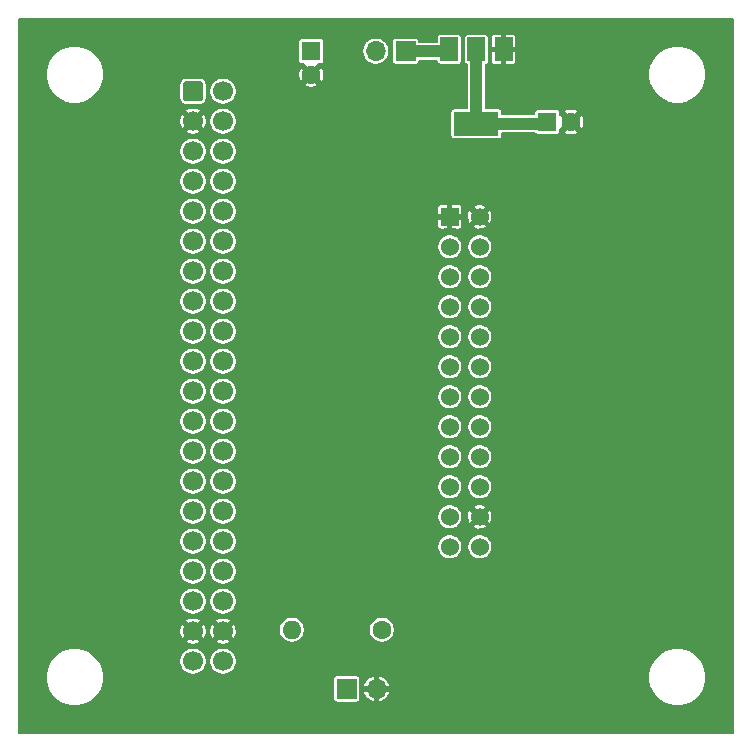
<source format=gbr>
%TF.GenerationSoftware,KiCad,Pcbnew,(5.1.10)-1*%
%TF.CreationDate,2021-09-06T21:49:58-04:00*%
%TF.ProjectId,3to4_Adapter,33746f34-5f41-4646-9170-7465722e6b69,v2*%
%TF.SameCoordinates,Original*%
%TF.FileFunction,Copper,L1,Top*%
%TF.FilePolarity,Positive*%
%FSLAX46Y46*%
G04 Gerber Fmt 4.6, Leading zero omitted, Abs format (unit mm)*
G04 Created by KiCad (PCBNEW (5.1.10)-1) date 2021-09-06 21:49:58*
%MOMM*%
%LPD*%
G01*
G04 APERTURE LIST*
%TA.AperFunction,ComponentPad*%
%ADD10O,1.700000X1.700000*%
%TD*%
%TA.AperFunction,ComponentPad*%
%ADD11R,1.700000X1.700000*%
%TD*%
%TA.AperFunction,SMDPad,CuDef*%
%ADD12R,1.500000X2.000000*%
%TD*%
%TA.AperFunction,SMDPad,CuDef*%
%ADD13R,3.800000X2.000000*%
%TD*%
%TA.AperFunction,ComponentPad*%
%ADD14O,1.600000X1.600000*%
%TD*%
%TA.AperFunction,ComponentPad*%
%ADD15C,1.600000*%
%TD*%
%TA.AperFunction,ComponentPad*%
%ADD16R,1.600000X1.600000*%
%TD*%
%TA.AperFunction,ComponentPad*%
%ADD17C,1.530000*%
%TD*%
%TA.AperFunction,ComponentPad*%
%ADD18R,1.530000X1.530000*%
%TD*%
%TA.AperFunction,ComponentPad*%
%ADD19C,1.700000*%
%TD*%
%TA.AperFunction,ViaPad*%
%ADD20C,0.800000*%
%TD*%
%TA.AperFunction,Conductor*%
%ADD21C,1.000000*%
%TD*%
%TA.AperFunction,Conductor*%
%ADD22C,0.200000*%
%TD*%
%TA.AperFunction,Conductor*%
%ADD23C,0.100000*%
%TD*%
G04 APERTURE END LIST*
D10*
%TO.P,J4,2*%
%TO.N,+5V*%
X142460000Y-77000000D03*
D11*
%TO.P,J4,1*%
%TO.N,/3p_IN*%
X145000000Y-77000000D03*
%TD*%
D12*
%TO.P,U1,1*%
%TO.N,GND*%
X153300000Y-76850000D03*
%TO.P,U1,3*%
%TO.N,/3p_IN*%
X148700000Y-76850000D03*
%TO.P,U1,2*%
%TO.N,+3V3*%
X151000000Y-76850000D03*
D13*
X151000000Y-83150000D03*
%TD*%
D14*
%TO.P,R1,2*%
%TO.N,CLK_V3*%
X135380000Y-126000000D03*
D15*
%TO.P,R1,1*%
%TO.N,CLK*%
X143000000Y-126000000D03*
%TD*%
D10*
%TO.P,J3,2*%
%TO.N,GND*%
X142540000Y-131000000D03*
D11*
%TO.P,J3,1*%
%TO.N,CLK_V3*%
X140000000Y-131000000D03*
%TD*%
D15*
%TO.P,C2,2*%
%TO.N,GND*%
X159000000Y-83000000D03*
D16*
%TO.P,C2,1*%
%TO.N,+3V3*%
X157000000Y-83000000D03*
%TD*%
D15*
%TO.P,C1,2*%
%TO.N,GND*%
X137000000Y-79000000D03*
D16*
%TO.P,C1,1*%
%TO.N,+5V*%
X137000000Y-77000000D03*
%TD*%
D17*
%TO.P,J2,24*%
%TO.N,Net-(J2-Pad24)*%
X151270000Y-118970000D03*
%TO.P,J2,23*%
%TO.N,+3V3*%
X148730000Y-118970000D03*
%TO.P,J2,22*%
%TO.N,GND*%
X151270000Y-116430000D03*
%TO.P,J2,21*%
%TO.N,CLK*%
X148730000Y-116430000D03*
%TO.P,J2,20*%
%TO.N,OUT16*%
X151270000Y-113890000D03*
%TO.P,J2,19*%
%TO.N,OUT15*%
X148730000Y-113890000D03*
%TO.P,J2,18*%
%TO.N,OUT14*%
X151270000Y-111350000D03*
%TO.P,J2,17*%
%TO.N,OUT13*%
X148730000Y-111350000D03*
%TO.P,J2,16*%
%TO.N,OUT12*%
X151270000Y-108810000D03*
%TO.P,J2,15*%
%TO.N,OUT11*%
X148730000Y-108810000D03*
%TO.P,J2,14*%
%TO.N,OUT10*%
X151270000Y-106270000D03*
%TO.P,J2,13*%
%TO.N,OUT9*%
X148730000Y-106270000D03*
%TO.P,J2,12*%
%TO.N,OUT8*%
X151270000Y-103730000D03*
%TO.P,J2,11*%
%TO.N,OUT7*%
X148730000Y-103730000D03*
%TO.P,J2,10*%
%TO.N,OUT6*%
X151270000Y-101190000D03*
%TO.P,J2,9*%
%TO.N,OUT5*%
X148730000Y-101190000D03*
%TO.P,J2,8*%
%TO.N,OUT4*%
X151270000Y-98650000D03*
%TO.P,J2,7*%
%TO.N,OUT3*%
X148730000Y-98650000D03*
%TO.P,J2,6*%
%TO.N,OUT2*%
X151270000Y-96110000D03*
%TO.P,J2,5*%
%TO.N,OUT1*%
X148730000Y-96110000D03*
%TO.P,J2,4*%
%TO.N,+5V*%
X151270000Y-93570000D03*
%TO.P,J2,3*%
X148730000Y-93570000D03*
%TO.P,J2,2*%
%TO.N,GND*%
X151270000Y-91030000D03*
D18*
%TO.P,J2,1*%
X148730000Y-91030000D03*
%TD*%
D19*
%TO.P,J1,40*%
%TO.N,+5V*%
X129540000Y-128660000D03*
%TO.P,J1,38*%
%TO.N,GND*%
X129540000Y-126120000D03*
%TO.P,J1,36*%
%TO.N,OUT16*%
X129540000Y-123580000D03*
%TO.P,J1,34*%
%TO.N,OUT15*%
X129540000Y-121040000D03*
%TO.P,J1,32*%
%TO.N,OUT14*%
X129540000Y-118500000D03*
%TO.P,J1,30*%
%TO.N,CLK_V3*%
X129540000Y-115960000D03*
%TO.P,J1,28*%
%TO.N,OUT12*%
X129540000Y-113420000D03*
%TO.P,J1,26*%
%TO.N,OUT11*%
X129540000Y-110880000D03*
%TO.P,J1,24*%
%TO.N,OUT10*%
X129540000Y-108340000D03*
%TO.P,J1,22*%
%TO.N,OUT9*%
X129540000Y-105800000D03*
%TO.P,J1,20*%
%TO.N,OUT8*%
X129540000Y-103260000D03*
%TO.P,J1,18*%
%TO.N,OUT7*%
X129540000Y-100720000D03*
%TO.P,J1,16*%
%TO.N,OUT6*%
X129540000Y-98180000D03*
%TO.P,J1,14*%
%TO.N,OUT5*%
X129540000Y-95640000D03*
%TO.P,J1,12*%
%TO.N,OUT4*%
X129540000Y-93100000D03*
%TO.P,J1,10*%
%TO.N,OUT3*%
X129540000Y-90560000D03*
%TO.P,J1,8*%
%TO.N,OUT2*%
X129540000Y-88020000D03*
%TO.P,J1,6*%
%TO.N,OUT1*%
X129540000Y-85480000D03*
%TO.P,J1,4*%
%TO.N,+5V*%
X129540000Y-82940000D03*
%TO.P,J1,2*%
X129540000Y-80400000D03*
%TO.P,J1,39*%
X127000000Y-128660000D03*
%TO.P,J1,37*%
%TO.N,GND*%
X127000000Y-126120000D03*
%TO.P,J1,35*%
%TO.N,CLK_V3*%
X127000000Y-123580000D03*
%TO.P,J1,33*%
X127000000Y-121040000D03*
%TO.P,J1,31*%
%TO.N,OUT13*%
X127000000Y-118500000D03*
%TO.P,J1,29*%
%TO.N,CLK_V3*%
X127000000Y-115960000D03*
%TO.P,J1,27*%
X127000000Y-113420000D03*
%TO.P,J1,25*%
X127000000Y-110880000D03*
%TO.P,J1,23*%
X127000000Y-108340000D03*
%TO.P,J1,21*%
X127000000Y-105800000D03*
%TO.P,J1,19*%
X127000000Y-103260000D03*
%TO.P,J1,17*%
X127000000Y-100720000D03*
%TO.P,J1,15*%
X127000000Y-98180000D03*
%TO.P,J1,13*%
X127000000Y-95640000D03*
%TO.P,J1,11*%
X127000000Y-93100000D03*
%TO.P,J1,9*%
X127000000Y-90560000D03*
%TO.P,J1,7*%
X127000000Y-88020000D03*
%TO.P,J1,5*%
X127000000Y-85480000D03*
%TO.P,J1,3*%
%TO.N,GND*%
X127000000Y-82940000D03*
%TO.P,J1,1*%
%TO.N,Net-(J1-Pad1)*%
%TA.AperFunction,ComponentPad*%
G36*
G01*
X126150000Y-81000000D02*
X126150000Y-79800000D01*
G75*
G02*
X126400000Y-79550000I250000J0D01*
G01*
X127600000Y-79550000D01*
G75*
G02*
X127850000Y-79800000I0J-250000D01*
G01*
X127850000Y-81000000D01*
G75*
G02*
X127600000Y-81250000I-250000J0D01*
G01*
X126400000Y-81250000D01*
G75*
G02*
X126150000Y-81000000I0J250000D01*
G01*
G37*
%TD.AperFunction*%
%TD*%
D20*
%TO.N,GND*%
X115000000Y-85000000D03*
X115000000Y-95000000D03*
X115000000Y-105000000D03*
X115000000Y-115000000D03*
X115000000Y-125000000D03*
X138000000Y-115000000D03*
X141000000Y-109000000D03*
X140000000Y-112000000D03*
X132000000Y-109000000D03*
X131000000Y-112000000D03*
X131000000Y-115000000D03*
X134800000Y-99600000D03*
X133800000Y-101200000D03*
X136000000Y-98200000D03*
X138600000Y-95800000D03*
X137400000Y-97200000D03*
X140600000Y-95000000D03*
X141800000Y-88800000D03*
X131200000Y-84600000D03*
X146800000Y-94000000D03*
X131400000Y-79000000D03*
X127400000Y-78200000D03*
X133400000Y-75200000D03*
X121800000Y-75400000D03*
X153400000Y-79200000D03*
X155600000Y-76800000D03*
X153200000Y-74800000D03*
X150600000Y-74800000D03*
X148000000Y-74800000D03*
X155200000Y-74800000D03*
X155800000Y-79200000D03*
X148800000Y-80200000D03*
X158000000Y-86400000D03*
X158000000Y-93200000D03*
X158000000Y-100000000D03*
X158000000Y-109200000D03*
X158200000Y-119600000D03*
X154000000Y-94800000D03*
X154000000Y-99800000D03*
X154200000Y-112600000D03*
X153800000Y-119200000D03*
X155000000Y-123200000D03*
X148000000Y-122400000D03*
X146200000Y-116800000D03*
X137600000Y-125000000D03*
X132200000Y-126600000D03*
X122200000Y-125000000D03*
X122000000Y-115000000D03*
X122200000Y-105000000D03*
X122400000Y-95000000D03*
X122200000Y-84800000D03*
X154000000Y-106200000D03*
X154000000Y-86800000D03*
X122000000Y-133000000D03*
X135000000Y-133000000D03*
X148000000Y-133000000D03*
X158000000Y-133000000D03*
X170000000Y-123000000D03*
X170000000Y-112000000D03*
X170000000Y-99000000D03*
X170000000Y-85000000D03*
X164000000Y-76000000D03*
X140000000Y-79000000D03*
%TD*%
D21*
%TO.N,+3V3*%
X151000000Y-76850000D02*
X151000000Y-83150000D01*
X156850000Y-83150000D02*
X157000000Y-83000000D01*
X151000000Y-83150000D02*
X156850000Y-83150000D01*
%TO.N,/3p_IN*%
X148550000Y-77000000D02*
X148700000Y-76850000D01*
X145000000Y-77000000D02*
X148550000Y-77000000D01*
%TD*%
D22*
%TO.N,GND*%
X172725001Y-134725000D02*
X112275000Y-134725000D01*
X112275000Y-129758696D01*
X114550000Y-129758696D01*
X114550000Y-130241304D01*
X114644152Y-130714639D01*
X114828838Y-131160510D01*
X115096960Y-131561784D01*
X115438216Y-131903040D01*
X115839490Y-132171162D01*
X116285361Y-132355848D01*
X116758696Y-132450000D01*
X117241304Y-132450000D01*
X117714639Y-132355848D01*
X118160510Y-132171162D01*
X118561784Y-131903040D01*
X118903040Y-131561784D01*
X119171162Y-131160510D01*
X119355848Y-130714639D01*
X119450000Y-130241304D01*
X119450000Y-130150000D01*
X138848549Y-130150000D01*
X138848549Y-131850000D01*
X138854341Y-131908810D01*
X138871496Y-131965360D01*
X138899353Y-132017477D01*
X138936842Y-132063158D01*
X138982523Y-132100647D01*
X139034640Y-132128504D01*
X139091190Y-132145659D01*
X139150000Y-132151451D01*
X140850000Y-132151451D01*
X140908810Y-132145659D01*
X140965360Y-132128504D01*
X141017477Y-132100647D01*
X141063158Y-132063158D01*
X141100647Y-132017477D01*
X141128504Y-131965360D01*
X141145659Y-131908810D01*
X141151451Y-131850000D01*
X141151451Y-131331647D01*
X141430499Y-131331647D01*
X141516519Y-131541727D01*
X141641871Y-131730989D01*
X141801737Y-131892160D01*
X141989974Y-132019045D01*
X142199348Y-132106769D01*
X142208354Y-132109493D01*
X142386000Y-132069974D01*
X142386000Y-131154000D01*
X142694000Y-131154000D01*
X142694000Y-132069974D01*
X142871646Y-132109493D01*
X142880652Y-132106769D01*
X143090026Y-132019045D01*
X143278263Y-131892160D01*
X143438129Y-131730989D01*
X143563481Y-131541727D01*
X143649501Y-131331647D01*
X143610722Y-131154000D01*
X142694000Y-131154000D01*
X142386000Y-131154000D01*
X141469278Y-131154000D01*
X141430499Y-131331647D01*
X141151451Y-131331647D01*
X141151451Y-130668353D01*
X141430499Y-130668353D01*
X141469278Y-130846000D01*
X142386000Y-130846000D01*
X142386000Y-129930026D01*
X142694000Y-129930026D01*
X142694000Y-130846000D01*
X143610722Y-130846000D01*
X143649501Y-130668353D01*
X143563481Y-130458273D01*
X143438129Y-130269011D01*
X143278263Y-130107840D01*
X143090026Y-129980955D01*
X142880652Y-129893231D01*
X142871646Y-129890507D01*
X142694000Y-129930026D01*
X142386000Y-129930026D01*
X142208354Y-129890507D01*
X142199348Y-129893231D01*
X141989974Y-129980955D01*
X141801737Y-130107840D01*
X141641871Y-130269011D01*
X141516519Y-130458273D01*
X141430499Y-130668353D01*
X141151451Y-130668353D01*
X141151451Y-130150000D01*
X141145659Y-130091190D01*
X141128504Y-130034640D01*
X141100647Y-129982523D01*
X141063158Y-129936842D01*
X141017477Y-129899353D01*
X140965360Y-129871496D01*
X140908810Y-129854341D01*
X140850000Y-129848549D01*
X139150000Y-129848549D01*
X139091190Y-129854341D01*
X139034640Y-129871496D01*
X138982523Y-129899353D01*
X138936842Y-129936842D01*
X138899353Y-129982523D01*
X138871496Y-130034640D01*
X138854341Y-130091190D01*
X138848549Y-130150000D01*
X119450000Y-130150000D01*
X119450000Y-129758696D01*
X119355848Y-129285361D01*
X119171162Y-128839490D01*
X118975550Y-128546735D01*
X125850000Y-128546735D01*
X125850000Y-128773265D01*
X125894194Y-128995443D01*
X125980884Y-129204729D01*
X126106737Y-129393082D01*
X126266918Y-129553263D01*
X126455271Y-129679116D01*
X126664557Y-129765806D01*
X126886735Y-129810000D01*
X127113265Y-129810000D01*
X127335443Y-129765806D01*
X127544729Y-129679116D01*
X127733082Y-129553263D01*
X127893263Y-129393082D01*
X128019116Y-129204729D01*
X128105806Y-128995443D01*
X128150000Y-128773265D01*
X128150000Y-128546735D01*
X128390000Y-128546735D01*
X128390000Y-128773265D01*
X128434194Y-128995443D01*
X128520884Y-129204729D01*
X128646737Y-129393082D01*
X128806918Y-129553263D01*
X128995271Y-129679116D01*
X129204557Y-129765806D01*
X129426735Y-129810000D01*
X129653265Y-129810000D01*
X129875443Y-129765806D01*
X129892607Y-129758696D01*
X165550000Y-129758696D01*
X165550000Y-130241304D01*
X165644152Y-130714639D01*
X165828838Y-131160510D01*
X166096960Y-131561784D01*
X166438216Y-131903040D01*
X166839490Y-132171162D01*
X167285361Y-132355848D01*
X167758696Y-132450000D01*
X168241304Y-132450000D01*
X168714639Y-132355848D01*
X169160510Y-132171162D01*
X169561784Y-131903040D01*
X169903040Y-131561784D01*
X170171162Y-131160510D01*
X170355848Y-130714639D01*
X170450000Y-130241304D01*
X170450000Y-129758696D01*
X170355848Y-129285361D01*
X170171162Y-128839490D01*
X169903040Y-128438216D01*
X169561784Y-128096960D01*
X169160510Y-127828838D01*
X168714639Y-127644152D01*
X168241304Y-127550000D01*
X167758696Y-127550000D01*
X167285361Y-127644152D01*
X166839490Y-127828838D01*
X166438216Y-128096960D01*
X166096960Y-128438216D01*
X165828838Y-128839490D01*
X165644152Y-129285361D01*
X165550000Y-129758696D01*
X129892607Y-129758696D01*
X130084729Y-129679116D01*
X130273082Y-129553263D01*
X130433263Y-129393082D01*
X130559116Y-129204729D01*
X130645806Y-128995443D01*
X130690000Y-128773265D01*
X130690000Y-128546735D01*
X130645806Y-128324557D01*
X130559116Y-128115271D01*
X130433263Y-127926918D01*
X130273082Y-127766737D01*
X130084729Y-127640884D01*
X129875443Y-127554194D01*
X129653265Y-127510000D01*
X129426735Y-127510000D01*
X129204557Y-127554194D01*
X128995271Y-127640884D01*
X128806918Y-127766737D01*
X128646737Y-127926918D01*
X128520884Y-128115271D01*
X128434194Y-128324557D01*
X128390000Y-128546735D01*
X128150000Y-128546735D01*
X128105806Y-128324557D01*
X128019116Y-128115271D01*
X127893263Y-127926918D01*
X127733082Y-127766737D01*
X127544729Y-127640884D01*
X127335443Y-127554194D01*
X127113265Y-127510000D01*
X126886735Y-127510000D01*
X126664557Y-127554194D01*
X126455271Y-127640884D01*
X126266918Y-127766737D01*
X126106737Y-127926918D01*
X125980884Y-128115271D01*
X125894194Y-128324557D01*
X125850000Y-128546735D01*
X118975550Y-128546735D01*
X118903040Y-128438216D01*
X118561784Y-128096960D01*
X118160510Y-127828838D01*
X117714639Y-127644152D01*
X117241304Y-127550000D01*
X116758696Y-127550000D01*
X116285361Y-127644152D01*
X115839490Y-127828838D01*
X115438216Y-128096960D01*
X115096960Y-128438216D01*
X114828838Y-128839490D01*
X114644152Y-129285361D01*
X114550000Y-129758696D01*
X112275000Y-129758696D01*
X112275000Y-126989483D01*
X126348306Y-126989483D01*
X126446656Y-127143612D01*
X126656985Y-127231896D01*
X126880497Y-127277450D01*
X127108600Y-127278524D01*
X127332530Y-127235076D01*
X127543681Y-127148776D01*
X127553344Y-127143612D01*
X127651694Y-126989483D01*
X128888306Y-126989483D01*
X128986656Y-127143612D01*
X129196985Y-127231896D01*
X129420497Y-127277450D01*
X129648600Y-127278524D01*
X129872530Y-127235076D01*
X130083681Y-127148776D01*
X130093344Y-127143612D01*
X130191694Y-126989483D01*
X129540000Y-126337789D01*
X128888306Y-126989483D01*
X127651694Y-126989483D01*
X127000000Y-126337789D01*
X126348306Y-126989483D01*
X112275000Y-126989483D01*
X112275000Y-126228600D01*
X125841476Y-126228600D01*
X125884924Y-126452530D01*
X125971224Y-126663681D01*
X125976388Y-126673344D01*
X126130517Y-126771694D01*
X126782211Y-126120000D01*
X127217789Y-126120000D01*
X127869483Y-126771694D01*
X128023612Y-126673344D01*
X128111896Y-126463015D01*
X128157450Y-126239503D01*
X128157501Y-126228600D01*
X128381476Y-126228600D01*
X128424924Y-126452530D01*
X128511224Y-126663681D01*
X128516388Y-126673344D01*
X128670517Y-126771694D01*
X129322211Y-126120000D01*
X129757789Y-126120000D01*
X130409483Y-126771694D01*
X130563612Y-126673344D01*
X130651896Y-126463015D01*
X130697450Y-126239503D01*
X130698524Y-126011400D01*
X130675292Y-125891659D01*
X134280000Y-125891659D01*
X134280000Y-126108341D01*
X134322273Y-126320858D01*
X134405193Y-126521045D01*
X134525575Y-126701209D01*
X134678791Y-126854425D01*
X134858955Y-126974807D01*
X135059142Y-127057727D01*
X135271659Y-127100000D01*
X135488341Y-127100000D01*
X135700858Y-127057727D01*
X135901045Y-126974807D01*
X136081209Y-126854425D01*
X136234425Y-126701209D01*
X136354807Y-126521045D01*
X136437727Y-126320858D01*
X136480000Y-126108341D01*
X136480000Y-125891659D01*
X141900000Y-125891659D01*
X141900000Y-126108341D01*
X141942273Y-126320858D01*
X142025193Y-126521045D01*
X142145575Y-126701209D01*
X142298791Y-126854425D01*
X142478955Y-126974807D01*
X142679142Y-127057727D01*
X142891659Y-127100000D01*
X143108341Y-127100000D01*
X143320858Y-127057727D01*
X143521045Y-126974807D01*
X143701209Y-126854425D01*
X143854425Y-126701209D01*
X143974807Y-126521045D01*
X144057727Y-126320858D01*
X144100000Y-126108341D01*
X144100000Y-125891659D01*
X144057727Y-125679142D01*
X143974807Y-125478955D01*
X143854425Y-125298791D01*
X143701209Y-125145575D01*
X143521045Y-125025193D01*
X143320858Y-124942273D01*
X143108341Y-124900000D01*
X142891659Y-124900000D01*
X142679142Y-124942273D01*
X142478955Y-125025193D01*
X142298791Y-125145575D01*
X142145575Y-125298791D01*
X142025193Y-125478955D01*
X141942273Y-125679142D01*
X141900000Y-125891659D01*
X136480000Y-125891659D01*
X136437727Y-125679142D01*
X136354807Y-125478955D01*
X136234425Y-125298791D01*
X136081209Y-125145575D01*
X135901045Y-125025193D01*
X135700858Y-124942273D01*
X135488341Y-124900000D01*
X135271659Y-124900000D01*
X135059142Y-124942273D01*
X134858955Y-125025193D01*
X134678791Y-125145575D01*
X134525575Y-125298791D01*
X134405193Y-125478955D01*
X134322273Y-125679142D01*
X134280000Y-125891659D01*
X130675292Y-125891659D01*
X130655076Y-125787470D01*
X130568776Y-125576319D01*
X130563612Y-125566656D01*
X130409483Y-125468306D01*
X129757789Y-126120000D01*
X129322211Y-126120000D01*
X128670517Y-125468306D01*
X128516388Y-125566656D01*
X128428104Y-125776985D01*
X128382550Y-126000497D01*
X128381476Y-126228600D01*
X128157501Y-126228600D01*
X128158524Y-126011400D01*
X128115076Y-125787470D01*
X128028776Y-125576319D01*
X128023612Y-125566656D01*
X127869483Y-125468306D01*
X127217789Y-126120000D01*
X126782211Y-126120000D01*
X126130517Y-125468306D01*
X125976388Y-125566656D01*
X125888104Y-125776985D01*
X125842550Y-126000497D01*
X125841476Y-126228600D01*
X112275000Y-126228600D01*
X112275000Y-125250517D01*
X126348306Y-125250517D01*
X127000000Y-125902211D01*
X127651694Y-125250517D01*
X128888306Y-125250517D01*
X129540000Y-125902211D01*
X130191694Y-125250517D01*
X130093344Y-125096388D01*
X129883015Y-125008104D01*
X129659503Y-124962550D01*
X129431400Y-124961476D01*
X129207470Y-125004924D01*
X128996319Y-125091224D01*
X128986656Y-125096388D01*
X128888306Y-125250517D01*
X127651694Y-125250517D01*
X127553344Y-125096388D01*
X127343015Y-125008104D01*
X127119503Y-124962550D01*
X126891400Y-124961476D01*
X126667470Y-125004924D01*
X126456319Y-125091224D01*
X126446656Y-125096388D01*
X126348306Y-125250517D01*
X112275000Y-125250517D01*
X112275000Y-123466735D01*
X125850000Y-123466735D01*
X125850000Y-123693265D01*
X125894194Y-123915443D01*
X125980884Y-124124729D01*
X126106737Y-124313082D01*
X126266918Y-124473263D01*
X126455271Y-124599116D01*
X126664557Y-124685806D01*
X126886735Y-124730000D01*
X127113265Y-124730000D01*
X127335443Y-124685806D01*
X127544729Y-124599116D01*
X127733082Y-124473263D01*
X127893263Y-124313082D01*
X128019116Y-124124729D01*
X128105806Y-123915443D01*
X128150000Y-123693265D01*
X128150000Y-123466735D01*
X128390000Y-123466735D01*
X128390000Y-123693265D01*
X128434194Y-123915443D01*
X128520884Y-124124729D01*
X128646737Y-124313082D01*
X128806918Y-124473263D01*
X128995271Y-124599116D01*
X129204557Y-124685806D01*
X129426735Y-124730000D01*
X129653265Y-124730000D01*
X129875443Y-124685806D01*
X130084729Y-124599116D01*
X130273082Y-124473263D01*
X130433263Y-124313082D01*
X130559116Y-124124729D01*
X130645806Y-123915443D01*
X130690000Y-123693265D01*
X130690000Y-123466735D01*
X130645806Y-123244557D01*
X130559116Y-123035271D01*
X130433263Y-122846918D01*
X130273082Y-122686737D01*
X130084729Y-122560884D01*
X129875443Y-122474194D01*
X129653265Y-122430000D01*
X129426735Y-122430000D01*
X129204557Y-122474194D01*
X128995271Y-122560884D01*
X128806918Y-122686737D01*
X128646737Y-122846918D01*
X128520884Y-123035271D01*
X128434194Y-123244557D01*
X128390000Y-123466735D01*
X128150000Y-123466735D01*
X128105806Y-123244557D01*
X128019116Y-123035271D01*
X127893263Y-122846918D01*
X127733082Y-122686737D01*
X127544729Y-122560884D01*
X127335443Y-122474194D01*
X127113265Y-122430000D01*
X126886735Y-122430000D01*
X126664557Y-122474194D01*
X126455271Y-122560884D01*
X126266918Y-122686737D01*
X126106737Y-122846918D01*
X125980884Y-123035271D01*
X125894194Y-123244557D01*
X125850000Y-123466735D01*
X112275000Y-123466735D01*
X112275000Y-120926735D01*
X125850000Y-120926735D01*
X125850000Y-121153265D01*
X125894194Y-121375443D01*
X125980884Y-121584729D01*
X126106737Y-121773082D01*
X126266918Y-121933263D01*
X126455271Y-122059116D01*
X126664557Y-122145806D01*
X126886735Y-122190000D01*
X127113265Y-122190000D01*
X127335443Y-122145806D01*
X127544729Y-122059116D01*
X127733082Y-121933263D01*
X127893263Y-121773082D01*
X128019116Y-121584729D01*
X128105806Y-121375443D01*
X128150000Y-121153265D01*
X128150000Y-120926735D01*
X128390000Y-120926735D01*
X128390000Y-121153265D01*
X128434194Y-121375443D01*
X128520884Y-121584729D01*
X128646737Y-121773082D01*
X128806918Y-121933263D01*
X128995271Y-122059116D01*
X129204557Y-122145806D01*
X129426735Y-122190000D01*
X129653265Y-122190000D01*
X129875443Y-122145806D01*
X130084729Y-122059116D01*
X130273082Y-121933263D01*
X130433263Y-121773082D01*
X130559116Y-121584729D01*
X130645806Y-121375443D01*
X130690000Y-121153265D01*
X130690000Y-120926735D01*
X130645806Y-120704557D01*
X130559116Y-120495271D01*
X130433263Y-120306918D01*
X130273082Y-120146737D01*
X130084729Y-120020884D01*
X129875443Y-119934194D01*
X129653265Y-119890000D01*
X129426735Y-119890000D01*
X129204557Y-119934194D01*
X128995271Y-120020884D01*
X128806918Y-120146737D01*
X128646737Y-120306918D01*
X128520884Y-120495271D01*
X128434194Y-120704557D01*
X128390000Y-120926735D01*
X128150000Y-120926735D01*
X128105806Y-120704557D01*
X128019116Y-120495271D01*
X127893263Y-120306918D01*
X127733082Y-120146737D01*
X127544729Y-120020884D01*
X127335443Y-119934194D01*
X127113265Y-119890000D01*
X126886735Y-119890000D01*
X126664557Y-119934194D01*
X126455271Y-120020884D01*
X126266918Y-120146737D01*
X126106737Y-120306918D01*
X125980884Y-120495271D01*
X125894194Y-120704557D01*
X125850000Y-120926735D01*
X112275000Y-120926735D01*
X112275000Y-118386735D01*
X125850000Y-118386735D01*
X125850000Y-118613265D01*
X125894194Y-118835443D01*
X125980884Y-119044729D01*
X126106737Y-119233082D01*
X126266918Y-119393263D01*
X126455271Y-119519116D01*
X126664557Y-119605806D01*
X126886735Y-119650000D01*
X127113265Y-119650000D01*
X127335443Y-119605806D01*
X127544729Y-119519116D01*
X127733082Y-119393263D01*
X127893263Y-119233082D01*
X128019116Y-119044729D01*
X128105806Y-118835443D01*
X128150000Y-118613265D01*
X128150000Y-118386735D01*
X128390000Y-118386735D01*
X128390000Y-118613265D01*
X128434194Y-118835443D01*
X128520884Y-119044729D01*
X128646737Y-119233082D01*
X128806918Y-119393263D01*
X128995271Y-119519116D01*
X129204557Y-119605806D01*
X129426735Y-119650000D01*
X129653265Y-119650000D01*
X129875443Y-119605806D01*
X130084729Y-119519116D01*
X130273082Y-119393263D01*
X130433263Y-119233082D01*
X130559116Y-119044729D01*
X130633518Y-118865107D01*
X147665000Y-118865107D01*
X147665000Y-119074893D01*
X147705927Y-119280649D01*
X147786209Y-119474467D01*
X147902761Y-119648898D01*
X148051102Y-119797239D01*
X148225533Y-119913791D01*
X148419351Y-119994073D01*
X148625107Y-120035000D01*
X148834893Y-120035000D01*
X149040649Y-119994073D01*
X149234467Y-119913791D01*
X149408898Y-119797239D01*
X149557239Y-119648898D01*
X149673791Y-119474467D01*
X149754073Y-119280649D01*
X149795000Y-119074893D01*
X149795000Y-118865107D01*
X150205000Y-118865107D01*
X150205000Y-119074893D01*
X150245927Y-119280649D01*
X150326209Y-119474467D01*
X150442761Y-119648898D01*
X150591102Y-119797239D01*
X150765533Y-119913791D01*
X150959351Y-119994073D01*
X151165107Y-120035000D01*
X151374893Y-120035000D01*
X151580649Y-119994073D01*
X151774467Y-119913791D01*
X151948898Y-119797239D01*
X152097239Y-119648898D01*
X152213791Y-119474467D01*
X152294073Y-119280649D01*
X152335000Y-119074893D01*
X152335000Y-118865107D01*
X152294073Y-118659351D01*
X152213791Y-118465533D01*
X152097239Y-118291102D01*
X151948898Y-118142761D01*
X151774467Y-118026209D01*
X151580649Y-117945927D01*
X151374893Y-117905000D01*
X151165107Y-117905000D01*
X150959351Y-117945927D01*
X150765533Y-118026209D01*
X150591102Y-118142761D01*
X150442761Y-118291102D01*
X150326209Y-118465533D01*
X150245927Y-118659351D01*
X150205000Y-118865107D01*
X149795000Y-118865107D01*
X149754073Y-118659351D01*
X149673791Y-118465533D01*
X149557239Y-118291102D01*
X149408898Y-118142761D01*
X149234467Y-118026209D01*
X149040649Y-117945927D01*
X148834893Y-117905000D01*
X148625107Y-117905000D01*
X148419351Y-117945927D01*
X148225533Y-118026209D01*
X148051102Y-118142761D01*
X147902761Y-118291102D01*
X147786209Y-118465533D01*
X147705927Y-118659351D01*
X147665000Y-118865107D01*
X130633518Y-118865107D01*
X130645806Y-118835443D01*
X130690000Y-118613265D01*
X130690000Y-118386735D01*
X130645806Y-118164557D01*
X130559116Y-117955271D01*
X130433263Y-117766918D01*
X130273082Y-117606737D01*
X130084729Y-117480884D01*
X129875443Y-117394194D01*
X129653265Y-117350000D01*
X129426735Y-117350000D01*
X129204557Y-117394194D01*
X128995271Y-117480884D01*
X128806918Y-117606737D01*
X128646737Y-117766918D01*
X128520884Y-117955271D01*
X128434194Y-118164557D01*
X128390000Y-118386735D01*
X128150000Y-118386735D01*
X128105806Y-118164557D01*
X128019116Y-117955271D01*
X127893263Y-117766918D01*
X127733082Y-117606737D01*
X127544729Y-117480884D01*
X127335443Y-117394194D01*
X127113265Y-117350000D01*
X126886735Y-117350000D01*
X126664557Y-117394194D01*
X126455271Y-117480884D01*
X126266918Y-117606737D01*
X126106737Y-117766918D01*
X125980884Y-117955271D01*
X125894194Y-118164557D01*
X125850000Y-118386735D01*
X112275000Y-118386735D01*
X112275000Y-115846735D01*
X125850000Y-115846735D01*
X125850000Y-116073265D01*
X125894194Y-116295443D01*
X125980884Y-116504729D01*
X126106737Y-116693082D01*
X126266918Y-116853263D01*
X126455271Y-116979116D01*
X126664557Y-117065806D01*
X126886735Y-117110000D01*
X127113265Y-117110000D01*
X127335443Y-117065806D01*
X127544729Y-116979116D01*
X127733082Y-116853263D01*
X127893263Y-116693082D01*
X128019116Y-116504729D01*
X128105806Y-116295443D01*
X128150000Y-116073265D01*
X128150000Y-115846735D01*
X128390000Y-115846735D01*
X128390000Y-116073265D01*
X128434194Y-116295443D01*
X128520884Y-116504729D01*
X128646737Y-116693082D01*
X128806918Y-116853263D01*
X128995271Y-116979116D01*
X129204557Y-117065806D01*
X129426735Y-117110000D01*
X129653265Y-117110000D01*
X129875443Y-117065806D01*
X130084729Y-116979116D01*
X130273082Y-116853263D01*
X130433263Y-116693082D01*
X130559116Y-116504729D01*
X130633518Y-116325107D01*
X147665000Y-116325107D01*
X147665000Y-116534893D01*
X147705927Y-116740649D01*
X147786209Y-116934467D01*
X147902761Y-117108898D01*
X148051102Y-117257239D01*
X148225533Y-117373791D01*
X148419351Y-117454073D01*
X148625107Y-117495000D01*
X148834893Y-117495000D01*
X149040649Y-117454073D01*
X149234467Y-117373791D01*
X149408898Y-117257239D01*
X149427718Y-117238419D01*
X150679370Y-117238419D01*
X150767341Y-117383851D01*
X150963087Y-117463587D01*
X151170627Y-117503602D01*
X151381986Y-117502360D01*
X151589042Y-117459907D01*
X151772659Y-117383851D01*
X151860630Y-117238419D01*
X151270000Y-116647789D01*
X150679370Y-117238419D01*
X149427718Y-117238419D01*
X149557239Y-117108898D01*
X149673791Y-116934467D01*
X149754073Y-116740649D01*
X149795000Y-116534893D01*
X149795000Y-116330627D01*
X150196398Y-116330627D01*
X150197640Y-116541986D01*
X150240093Y-116749042D01*
X150316149Y-116932659D01*
X150461581Y-117020630D01*
X151052211Y-116430000D01*
X151487789Y-116430000D01*
X152078419Y-117020630D01*
X152223851Y-116932659D01*
X152303587Y-116736913D01*
X152343602Y-116529373D01*
X152342360Y-116318014D01*
X152299907Y-116110958D01*
X152223851Y-115927341D01*
X152078419Y-115839370D01*
X151487789Y-116430000D01*
X151052211Y-116430000D01*
X150461581Y-115839370D01*
X150316149Y-115927341D01*
X150236413Y-116123087D01*
X150196398Y-116330627D01*
X149795000Y-116330627D01*
X149795000Y-116325107D01*
X149754073Y-116119351D01*
X149673791Y-115925533D01*
X149557239Y-115751102D01*
X149427718Y-115621581D01*
X150679370Y-115621581D01*
X151270000Y-116212211D01*
X151860630Y-115621581D01*
X151772659Y-115476149D01*
X151576913Y-115396413D01*
X151369373Y-115356398D01*
X151158014Y-115357640D01*
X150950958Y-115400093D01*
X150767341Y-115476149D01*
X150679370Y-115621581D01*
X149427718Y-115621581D01*
X149408898Y-115602761D01*
X149234467Y-115486209D01*
X149040649Y-115405927D01*
X148834893Y-115365000D01*
X148625107Y-115365000D01*
X148419351Y-115405927D01*
X148225533Y-115486209D01*
X148051102Y-115602761D01*
X147902761Y-115751102D01*
X147786209Y-115925533D01*
X147705927Y-116119351D01*
X147665000Y-116325107D01*
X130633518Y-116325107D01*
X130645806Y-116295443D01*
X130690000Y-116073265D01*
X130690000Y-115846735D01*
X130645806Y-115624557D01*
X130559116Y-115415271D01*
X130433263Y-115226918D01*
X130273082Y-115066737D01*
X130084729Y-114940884D01*
X129875443Y-114854194D01*
X129653265Y-114810000D01*
X129426735Y-114810000D01*
X129204557Y-114854194D01*
X128995271Y-114940884D01*
X128806918Y-115066737D01*
X128646737Y-115226918D01*
X128520884Y-115415271D01*
X128434194Y-115624557D01*
X128390000Y-115846735D01*
X128150000Y-115846735D01*
X128105806Y-115624557D01*
X128019116Y-115415271D01*
X127893263Y-115226918D01*
X127733082Y-115066737D01*
X127544729Y-114940884D01*
X127335443Y-114854194D01*
X127113265Y-114810000D01*
X126886735Y-114810000D01*
X126664557Y-114854194D01*
X126455271Y-114940884D01*
X126266918Y-115066737D01*
X126106737Y-115226918D01*
X125980884Y-115415271D01*
X125894194Y-115624557D01*
X125850000Y-115846735D01*
X112275000Y-115846735D01*
X112275000Y-113306735D01*
X125850000Y-113306735D01*
X125850000Y-113533265D01*
X125894194Y-113755443D01*
X125980884Y-113964729D01*
X126106737Y-114153082D01*
X126266918Y-114313263D01*
X126455271Y-114439116D01*
X126664557Y-114525806D01*
X126886735Y-114570000D01*
X127113265Y-114570000D01*
X127335443Y-114525806D01*
X127544729Y-114439116D01*
X127733082Y-114313263D01*
X127893263Y-114153082D01*
X128019116Y-113964729D01*
X128105806Y-113755443D01*
X128150000Y-113533265D01*
X128150000Y-113306735D01*
X128390000Y-113306735D01*
X128390000Y-113533265D01*
X128434194Y-113755443D01*
X128520884Y-113964729D01*
X128646737Y-114153082D01*
X128806918Y-114313263D01*
X128995271Y-114439116D01*
X129204557Y-114525806D01*
X129426735Y-114570000D01*
X129653265Y-114570000D01*
X129875443Y-114525806D01*
X130084729Y-114439116D01*
X130273082Y-114313263D01*
X130433263Y-114153082D01*
X130559116Y-113964729D01*
X130633518Y-113785107D01*
X147665000Y-113785107D01*
X147665000Y-113994893D01*
X147705927Y-114200649D01*
X147786209Y-114394467D01*
X147902761Y-114568898D01*
X148051102Y-114717239D01*
X148225533Y-114833791D01*
X148419351Y-114914073D01*
X148625107Y-114955000D01*
X148834893Y-114955000D01*
X149040649Y-114914073D01*
X149234467Y-114833791D01*
X149408898Y-114717239D01*
X149557239Y-114568898D01*
X149673791Y-114394467D01*
X149754073Y-114200649D01*
X149795000Y-113994893D01*
X149795000Y-113785107D01*
X150205000Y-113785107D01*
X150205000Y-113994893D01*
X150245927Y-114200649D01*
X150326209Y-114394467D01*
X150442761Y-114568898D01*
X150591102Y-114717239D01*
X150765533Y-114833791D01*
X150959351Y-114914073D01*
X151165107Y-114955000D01*
X151374893Y-114955000D01*
X151580649Y-114914073D01*
X151774467Y-114833791D01*
X151948898Y-114717239D01*
X152097239Y-114568898D01*
X152213791Y-114394467D01*
X152294073Y-114200649D01*
X152335000Y-113994893D01*
X152335000Y-113785107D01*
X152294073Y-113579351D01*
X152213791Y-113385533D01*
X152097239Y-113211102D01*
X151948898Y-113062761D01*
X151774467Y-112946209D01*
X151580649Y-112865927D01*
X151374893Y-112825000D01*
X151165107Y-112825000D01*
X150959351Y-112865927D01*
X150765533Y-112946209D01*
X150591102Y-113062761D01*
X150442761Y-113211102D01*
X150326209Y-113385533D01*
X150245927Y-113579351D01*
X150205000Y-113785107D01*
X149795000Y-113785107D01*
X149754073Y-113579351D01*
X149673791Y-113385533D01*
X149557239Y-113211102D01*
X149408898Y-113062761D01*
X149234467Y-112946209D01*
X149040649Y-112865927D01*
X148834893Y-112825000D01*
X148625107Y-112825000D01*
X148419351Y-112865927D01*
X148225533Y-112946209D01*
X148051102Y-113062761D01*
X147902761Y-113211102D01*
X147786209Y-113385533D01*
X147705927Y-113579351D01*
X147665000Y-113785107D01*
X130633518Y-113785107D01*
X130645806Y-113755443D01*
X130690000Y-113533265D01*
X130690000Y-113306735D01*
X130645806Y-113084557D01*
X130559116Y-112875271D01*
X130433263Y-112686918D01*
X130273082Y-112526737D01*
X130084729Y-112400884D01*
X129875443Y-112314194D01*
X129653265Y-112270000D01*
X129426735Y-112270000D01*
X129204557Y-112314194D01*
X128995271Y-112400884D01*
X128806918Y-112526737D01*
X128646737Y-112686918D01*
X128520884Y-112875271D01*
X128434194Y-113084557D01*
X128390000Y-113306735D01*
X128150000Y-113306735D01*
X128105806Y-113084557D01*
X128019116Y-112875271D01*
X127893263Y-112686918D01*
X127733082Y-112526737D01*
X127544729Y-112400884D01*
X127335443Y-112314194D01*
X127113265Y-112270000D01*
X126886735Y-112270000D01*
X126664557Y-112314194D01*
X126455271Y-112400884D01*
X126266918Y-112526737D01*
X126106737Y-112686918D01*
X125980884Y-112875271D01*
X125894194Y-113084557D01*
X125850000Y-113306735D01*
X112275000Y-113306735D01*
X112275000Y-110766735D01*
X125850000Y-110766735D01*
X125850000Y-110993265D01*
X125894194Y-111215443D01*
X125980884Y-111424729D01*
X126106737Y-111613082D01*
X126266918Y-111773263D01*
X126455271Y-111899116D01*
X126664557Y-111985806D01*
X126886735Y-112030000D01*
X127113265Y-112030000D01*
X127335443Y-111985806D01*
X127544729Y-111899116D01*
X127733082Y-111773263D01*
X127893263Y-111613082D01*
X128019116Y-111424729D01*
X128105806Y-111215443D01*
X128150000Y-110993265D01*
X128150000Y-110766735D01*
X128390000Y-110766735D01*
X128390000Y-110993265D01*
X128434194Y-111215443D01*
X128520884Y-111424729D01*
X128646737Y-111613082D01*
X128806918Y-111773263D01*
X128995271Y-111899116D01*
X129204557Y-111985806D01*
X129426735Y-112030000D01*
X129653265Y-112030000D01*
X129875443Y-111985806D01*
X130084729Y-111899116D01*
X130273082Y-111773263D01*
X130433263Y-111613082D01*
X130559116Y-111424729D01*
X130633518Y-111245107D01*
X147665000Y-111245107D01*
X147665000Y-111454893D01*
X147705927Y-111660649D01*
X147786209Y-111854467D01*
X147902761Y-112028898D01*
X148051102Y-112177239D01*
X148225533Y-112293791D01*
X148419351Y-112374073D01*
X148625107Y-112415000D01*
X148834893Y-112415000D01*
X149040649Y-112374073D01*
X149234467Y-112293791D01*
X149408898Y-112177239D01*
X149557239Y-112028898D01*
X149673791Y-111854467D01*
X149754073Y-111660649D01*
X149795000Y-111454893D01*
X149795000Y-111245107D01*
X150205000Y-111245107D01*
X150205000Y-111454893D01*
X150245927Y-111660649D01*
X150326209Y-111854467D01*
X150442761Y-112028898D01*
X150591102Y-112177239D01*
X150765533Y-112293791D01*
X150959351Y-112374073D01*
X151165107Y-112415000D01*
X151374893Y-112415000D01*
X151580649Y-112374073D01*
X151774467Y-112293791D01*
X151948898Y-112177239D01*
X152097239Y-112028898D01*
X152213791Y-111854467D01*
X152294073Y-111660649D01*
X152335000Y-111454893D01*
X152335000Y-111245107D01*
X152294073Y-111039351D01*
X152213791Y-110845533D01*
X152097239Y-110671102D01*
X151948898Y-110522761D01*
X151774467Y-110406209D01*
X151580649Y-110325927D01*
X151374893Y-110285000D01*
X151165107Y-110285000D01*
X150959351Y-110325927D01*
X150765533Y-110406209D01*
X150591102Y-110522761D01*
X150442761Y-110671102D01*
X150326209Y-110845533D01*
X150245927Y-111039351D01*
X150205000Y-111245107D01*
X149795000Y-111245107D01*
X149754073Y-111039351D01*
X149673791Y-110845533D01*
X149557239Y-110671102D01*
X149408898Y-110522761D01*
X149234467Y-110406209D01*
X149040649Y-110325927D01*
X148834893Y-110285000D01*
X148625107Y-110285000D01*
X148419351Y-110325927D01*
X148225533Y-110406209D01*
X148051102Y-110522761D01*
X147902761Y-110671102D01*
X147786209Y-110845533D01*
X147705927Y-111039351D01*
X147665000Y-111245107D01*
X130633518Y-111245107D01*
X130645806Y-111215443D01*
X130690000Y-110993265D01*
X130690000Y-110766735D01*
X130645806Y-110544557D01*
X130559116Y-110335271D01*
X130433263Y-110146918D01*
X130273082Y-109986737D01*
X130084729Y-109860884D01*
X129875443Y-109774194D01*
X129653265Y-109730000D01*
X129426735Y-109730000D01*
X129204557Y-109774194D01*
X128995271Y-109860884D01*
X128806918Y-109986737D01*
X128646737Y-110146918D01*
X128520884Y-110335271D01*
X128434194Y-110544557D01*
X128390000Y-110766735D01*
X128150000Y-110766735D01*
X128105806Y-110544557D01*
X128019116Y-110335271D01*
X127893263Y-110146918D01*
X127733082Y-109986737D01*
X127544729Y-109860884D01*
X127335443Y-109774194D01*
X127113265Y-109730000D01*
X126886735Y-109730000D01*
X126664557Y-109774194D01*
X126455271Y-109860884D01*
X126266918Y-109986737D01*
X126106737Y-110146918D01*
X125980884Y-110335271D01*
X125894194Y-110544557D01*
X125850000Y-110766735D01*
X112275000Y-110766735D01*
X112275000Y-108226735D01*
X125850000Y-108226735D01*
X125850000Y-108453265D01*
X125894194Y-108675443D01*
X125980884Y-108884729D01*
X126106737Y-109073082D01*
X126266918Y-109233263D01*
X126455271Y-109359116D01*
X126664557Y-109445806D01*
X126886735Y-109490000D01*
X127113265Y-109490000D01*
X127335443Y-109445806D01*
X127544729Y-109359116D01*
X127733082Y-109233263D01*
X127893263Y-109073082D01*
X128019116Y-108884729D01*
X128105806Y-108675443D01*
X128150000Y-108453265D01*
X128150000Y-108226735D01*
X128390000Y-108226735D01*
X128390000Y-108453265D01*
X128434194Y-108675443D01*
X128520884Y-108884729D01*
X128646737Y-109073082D01*
X128806918Y-109233263D01*
X128995271Y-109359116D01*
X129204557Y-109445806D01*
X129426735Y-109490000D01*
X129653265Y-109490000D01*
X129875443Y-109445806D01*
X130084729Y-109359116D01*
X130273082Y-109233263D01*
X130433263Y-109073082D01*
X130559116Y-108884729D01*
X130633518Y-108705107D01*
X147665000Y-108705107D01*
X147665000Y-108914893D01*
X147705927Y-109120649D01*
X147786209Y-109314467D01*
X147902761Y-109488898D01*
X148051102Y-109637239D01*
X148225533Y-109753791D01*
X148419351Y-109834073D01*
X148625107Y-109875000D01*
X148834893Y-109875000D01*
X149040649Y-109834073D01*
X149234467Y-109753791D01*
X149408898Y-109637239D01*
X149557239Y-109488898D01*
X149673791Y-109314467D01*
X149754073Y-109120649D01*
X149795000Y-108914893D01*
X149795000Y-108705107D01*
X150205000Y-108705107D01*
X150205000Y-108914893D01*
X150245927Y-109120649D01*
X150326209Y-109314467D01*
X150442761Y-109488898D01*
X150591102Y-109637239D01*
X150765533Y-109753791D01*
X150959351Y-109834073D01*
X151165107Y-109875000D01*
X151374893Y-109875000D01*
X151580649Y-109834073D01*
X151774467Y-109753791D01*
X151948898Y-109637239D01*
X152097239Y-109488898D01*
X152213791Y-109314467D01*
X152294073Y-109120649D01*
X152335000Y-108914893D01*
X152335000Y-108705107D01*
X152294073Y-108499351D01*
X152213791Y-108305533D01*
X152097239Y-108131102D01*
X151948898Y-107982761D01*
X151774467Y-107866209D01*
X151580649Y-107785927D01*
X151374893Y-107745000D01*
X151165107Y-107745000D01*
X150959351Y-107785927D01*
X150765533Y-107866209D01*
X150591102Y-107982761D01*
X150442761Y-108131102D01*
X150326209Y-108305533D01*
X150245927Y-108499351D01*
X150205000Y-108705107D01*
X149795000Y-108705107D01*
X149754073Y-108499351D01*
X149673791Y-108305533D01*
X149557239Y-108131102D01*
X149408898Y-107982761D01*
X149234467Y-107866209D01*
X149040649Y-107785927D01*
X148834893Y-107745000D01*
X148625107Y-107745000D01*
X148419351Y-107785927D01*
X148225533Y-107866209D01*
X148051102Y-107982761D01*
X147902761Y-108131102D01*
X147786209Y-108305533D01*
X147705927Y-108499351D01*
X147665000Y-108705107D01*
X130633518Y-108705107D01*
X130645806Y-108675443D01*
X130690000Y-108453265D01*
X130690000Y-108226735D01*
X130645806Y-108004557D01*
X130559116Y-107795271D01*
X130433263Y-107606918D01*
X130273082Y-107446737D01*
X130084729Y-107320884D01*
X129875443Y-107234194D01*
X129653265Y-107190000D01*
X129426735Y-107190000D01*
X129204557Y-107234194D01*
X128995271Y-107320884D01*
X128806918Y-107446737D01*
X128646737Y-107606918D01*
X128520884Y-107795271D01*
X128434194Y-108004557D01*
X128390000Y-108226735D01*
X128150000Y-108226735D01*
X128105806Y-108004557D01*
X128019116Y-107795271D01*
X127893263Y-107606918D01*
X127733082Y-107446737D01*
X127544729Y-107320884D01*
X127335443Y-107234194D01*
X127113265Y-107190000D01*
X126886735Y-107190000D01*
X126664557Y-107234194D01*
X126455271Y-107320884D01*
X126266918Y-107446737D01*
X126106737Y-107606918D01*
X125980884Y-107795271D01*
X125894194Y-108004557D01*
X125850000Y-108226735D01*
X112275000Y-108226735D01*
X112275000Y-105686735D01*
X125850000Y-105686735D01*
X125850000Y-105913265D01*
X125894194Y-106135443D01*
X125980884Y-106344729D01*
X126106737Y-106533082D01*
X126266918Y-106693263D01*
X126455271Y-106819116D01*
X126664557Y-106905806D01*
X126886735Y-106950000D01*
X127113265Y-106950000D01*
X127335443Y-106905806D01*
X127544729Y-106819116D01*
X127733082Y-106693263D01*
X127893263Y-106533082D01*
X128019116Y-106344729D01*
X128105806Y-106135443D01*
X128150000Y-105913265D01*
X128150000Y-105686735D01*
X128390000Y-105686735D01*
X128390000Y-105913265D01*
X128434194Y-106135443D01*
X128520884Y-106344729D01*
X128646737Y-106533082D01*
X128806918Y-106693263D01*
X128995271Y-106819116D01*
X129204557Y-106905806D01*
X129426735Y-106950000D01*
X129653265Y-106950000D01*
X129875443Y-106905806D01*
X130084729Y-106819116D01*
X130273082Y-106693263D01*
X130433263Y-106533082D01*
X130559116Y-106344729D01*
X130633518Y-106165107D01*
X147665000Y-106165107D01*
X147665000Y-106374893D01*
X147705927Y-106580649D01*
X147786209Y-106774467D01*
X147902761Y-106948898D01*
X148051102Y-107097239D01*
X148225533Y-107213791D01*
X148419351Y-107294073D01*
X148625107Y-107335000D01*
X148834893Y-107335000D01*
X149040649Y-107294073D01*
X149234467Y-107213791D01*
X149408898Y-107097239D01*
X149557239Y-106948898D01*
X149673791Y-106774467D01*
X149754073Y-106580649D01*
X149795000Y-106374893D01*
X149795000Y-106165107D01*
X150205000Y-106165107D01*
X150205000Y-106374893D01*
X150245927Y-106580649D01*
X150326209Y-106774467D01*
X150442761Y-106948898D01*
X150591102Y-107097239D01*
X150765533Y-107213791D01*
X150959351Y-107294073D01*
X151165107Y-107335000D01*
X151374893Y-107335000D01*
X151580649Y-107294073D01*
X151774467Y-107213791D01*
X151948898Y-107097239D01*
X152097239Y-106948898D01*
X152213791Y-106774467D01*
X152294073Y-106580649D01*
X152335000Y-106374893D01*
X152335000Y-106165107D01*
X152294073Y-105959351D01*
X152213791Y-105765533D01*
X152097239Y-105591102D01*
X151948898Y-105442761D01*
X151774467Y-105326209D01*
X151580649Y-105245927D01*
X151374893Y-105205000D01*
X151165107Y-105205000D01*
X150959351Y-105245927D01*
X150765533Y-105326209D01*
X150591102Y-105442761D01*
X150442761Y-105591102D01*
X150326209Y-105765533D01*
X150245927Y-105959351D01*
X150205000Y-106165107D01*
X149795000Y-106165107D01*
X149754073Y-105959351D01*
X149673791Y-105765533D01*
X149557239Y-105591102D01*
X149408898Y-105442761D01*
X149234467Y-105326209D01*
X149040649Y-105245927D01*
X148834893Y-105205000D01*
X148625107Y-105205000D01*
X148419351Y-105245927D01*
X148225533Y-105326209D01*
X148051102Y-105442761D01*
X147902761Y-105591102D01*
X147786209Y-105765533D01*
X147705927Y-105959351D01*
X147665000Y-106165107D01*
X130633518Y-106165107D01*
X130645806Y-106135443D01*
X130690000Y-105913265D01*
X130690000Y-105686735D01*
X130645806Y-105464557D01*
X130559116Y-105255271D01*
X130433263Y-105066918D01*
X130273082Y-104906737D01*
X130084729Y-104780884D01*
X129875443Y-104694194D01*
X129653265Y-104650000D01*
X129426735Y-104650000D01*
X129204557Y-104694194D01*
X128995271Y-104780884D01*
X128806918Y-104906737D01*
X128646737Y-105066918D01*
X128520884Y-105255271D01*
X128434194Y-105464557D01*
X128390000Y-105686735D01*
X128150000Y-105686735D01*
X128105806Y-105464557D01*
X128019116Y-105255271D01*
X127893263Y-105066918D01*
X127733082Y-104906737D01*
X127544729Y-104780884D01*
X127335443Y-104694194D01*
X127113265Y-104650000D01*
X126886735Y-104650000D01*
X126664557Y-104694194D01*
X126455271Y-104780884D01*
X126266918Y-104906737D01*
X126106737Y-105066918D01*
X125980884Y-105255271D01*
X125894194Y-105464557D01*
X125850000Y-105686735D01*
X112275000Y-105686735D01*
X112275000Y-103146735D01*
X125850000Y-103146735D01*
X125850000Y-103373265D01*
X125894194Y-103595443D01*
X125980884Y-103804729D01*
X126106737Y-103993082D01*
X126266918Y-104153263D01*
X126455271Y-104279116D01*
X126664557Y-104365806D01*
X126886735Y-104410000D01*
X127113265Y-104410000D01*
X127335443Y-104365806D01*
X127544729Y-104279116D01*
X127733082Y-104153263D01*
X127893263Y-103993082D01*
X128019116Y-103804729D01*
X128105806Y-103595443D01*
X128150000Y-103373265D01*
X128150000Y-103146735D01*
X128390000Y-103146735D01*
X128390000Y-103373265D01*
X128434194Y-103595443D01*
X128520884Y-103804729D01*
X128646737Y-103993082D01*
X128806918Y-104153263D01*
X128995271Y-104279116D01*
X129204557Y-104365806D01*
X129426735Y-104410000D01*
X129653265Y-104410000D01*
X129875443Y-104365806D01*
X130084729Y-104279116D01*
X130273082Y-104153263D01*
X130433263Y-103993082D01*
X130559116Y-103804729D01*
X130633518Y-103625107D01*
X147665000Y-103625107D01*
X147665000Y-103834893D01*
X147705927Y-104040649D01*
X147786209Y-104234467D01*
X147902761Y-104408898D01*
X148051102Y-104557239D01*
X148225533Y-104673791D01*
X148419351Y-104754073D01*
X148625107Y-104795000D01*
X148834893Y-104795000D01*
X149040649Y-104754073D01*
X149234467Y-104673791D01*
X149408898Y-104557239D01*
X149557239Y-104408898D01*
X149673791Y-104234467D01*
X149754073Y-104040649D01*
X149795000Y-103834893D01*
X149795000Y-103625107D01*
X150205000Y-103625107D01*
X150205000Y-103834893D01*
X150245927Y-104040649D01*
X150326209Y-104234467D01*
X150442761Y-104408898D01*
X150591102Y-104557239D01*
X150765533Y-104673791D01*
X150959351Y-104754073D01*
X151165107Y-104795000D01*
X151374893Y-104795000D01*
X151580649Y-104754073D01*
X151774467Y-104673791D01*
X151948898Y-104557239D01*
X152097239Y-104408898D01*
X152213791Y-104234467D01*
X152294073Y-104040649D01*
X152335000Y-103834893D01*
X152335000Y-103625107D01*
X152294073Y-103419351D01*
X152213791Y-103225533D01*
X152097239Y-103051102D01*
X151948898Y-102902761D01*
X151774467Y-102786209D01*
X151580649Y-102705927D01*
X151374893Y-102665000D01*
X151165107Y-102665000D01*
X150959351Y-102705927D01*
X150765533Y-102786209D01*
X150591102Y-102902761D01*
X150442761Y-103051102D01*
X150326209Y-103225533D01*
X150245927Y-103419351D01*
X150205000Y-103625107D01*
X149795000Y-103625107D01*
X149754073Y-103419351D01*
X149673791Y-103225533D01*
X149557239Y-103051102D01*
X149408898Y-102902761D01*
X149234467Y-102786209D01*
X149040649Y-102705927D01*
X148834893Y-102665000D01*
X148625107Y-102665000D01*
X148419351Y-102705927D01*
X148225533Y-102786209D01*
X148051102Y-102902761D01*
X147902761Y-103051102D01*
X147786209Y-103225533D01*
X147705927Y-103419351D01*
X147665000Y-103625107D01*
X130633518Y-103625107D01*
X130645806Y-103595443D01*
X130690000Y-103373265D01*
X130690000Y-103146735D01*
X130645806Y-102924557D01*
X130559116Y-102715271D01*
X130433263Y-102526918D01*
X130273082Y-102366737D01*
X130084729Y-102240884D01*
X129875443Y-102154194D01*
X129653265Y-102110000D01*
X129426735Y-102110000D01*
X129204557Y-102154194D01*
X128995271Y-102240884D01*
X128806918Y-102366737D01*
X128646737Y-102526918D01*
X128520884Y-102715271D01*
X128434194Y-102924557D01*
X128390000Y-103146735D01*
X128150000Y-103146735D01*
X128105806Y-102924557D01*
X128019116Y-102715271D01*
X127893263Y-102526918D01*
X127733082Y-102366737D01*
X127544729Y-102240884D01*
X127335443Y-102154194D01*
X127113265Y-102110000D01*
X126886735Y-102110000D01*
X126664557Y-102154194D01*
X126455271Y-102240884D01*
X126266918Y-102366737D01*
X126106737Y-102526918D01*
X125980884Y-102715271D01*
X125894194Y-102924557D01*
X125850000Y-103146735D01*
X112275000Y-103146735D01*
X112275000Y-100606735D01*
X125850000Y-100606735D01*
X125850000Y-100833265D01*
X125894194Y-101055443D01*
X125980884Y-101264729D01*
X126106737Y-101453082D01*
X126266918Y-101613263D01*
X126455271Y-101739116D01*
X126664557Y-101825806D01*
X126886735Y-101870000D01*
X127113265Y-101870000D01*
X127335443Y-101825806D01*
X127544729Y-101739116D01*
X127733082Y-101613263D01*
X127893263Y-101453082D01*
X128019116Y-101264729D01*
X128105806Y-101055443D01*
X128150000Y-100833265D01*
X128150000Y-100606735D01*
X128390000Y-100606735D01*
X128390000Y-100833265D01*
X128434194Y-101055443D01*
X128520884Y-101264729D01*
X128646737Y-101453082D01*
X128806918Y-101613263D01*
X128995271Y-101739116D01*
X129204557Y-101825806D01*
X129426735Y-101870000D01*
X129653265Y-101870000D01*
X129875443Y-101825806D01*
X130084729Y-101739116D01*
X130273082Y-101613263D01*
X130433263Y-101453082D01*
X130559116Y-101264729D01*
X130633518Y-101085107D01*
X147665000Y-101085107D01*
X147665000Y-101294893D01*
X147705927Y-101500649D01*
X147786209Y-101694467D01*
X147902761Y-101868898D01*
X148051102Y-102017239D01*
X148225533Y-102133791D01*
X148419351Y-102214073D01*
X148625107Y-102255000D01*
X148834893Y-102255000D01*
X149040649Y-102214073D01*
X149234467Y-102133791D01*
X149408898Y-102017239D01*
X149557239Y-101868898D01*
X149673791Y-101694467D01*
X149754073Y-101500649D01*
X149795000Y-101294893D01*
X149795000Y-101085107D01*
X150205000Y-101085107D01*
X150205000Y-101294893D01*
X150245927Y-101500649D01*
X150326209Y-101694467D01*
X150442761Y-101868898D01*
X150591102Y-102017239D01*
X150765533Y-102133791D01*
X150959351Y-102214073D01*
X151165107Y-102255000D01*
X151374893Y-102255000D01*
X151580649Y-102214073D01*
X151774467Y-102133791D01*
X151948898Y-102017239D01*
X152097239Y-101868898D01*
X152213791Y-101694467D01*
X152294073Y-101500649D01*
X152335000Y-101294893D01*
X152335000Y-101085107D01*
X152294073Y-100879351D01*
X152213791Y-100685533D01*
X152097239Y-100511102D01*
X151948898Y-100362761D01*
X151774467Y-100246209D01*
X151580649Y-100165927D01*
X151374893Y-100125000D01*
X151165107Y-100125000D01*
X150959351Y-100165927D01*
X150765533Y-100246209D01*
X150591102Y-100362761D01*
X150442761Y-100511102D01*
X150326209Y-100685533D01*
X150245927Y-100879351D01*
X150205000Y-101085107D01*
X149795000Y-101085107D01*
X149754073Y-100879351D01*
X149673791Y-100685533D01*
X149557239Y-100511102D01*
X149408898Y-100362761D01*
X149234467Y-100246209D01*
X149040649Y-100165927D01*
X148834893Y-100125000D01*
X148625107Y-100125000D01*
X148419351Y-100165927D01*
X148225533Y-100246209D01*
X148051102Y-100362761D01*
X147902761Y-100511102D01*
X147786209Y-100685533D01*
X147705927Y-100879351D01*
X147665000Y-101085107D01*
X130633518Y-101085107D01*
X130645806Y-101055443D01*
X130690000Y-100833265D01*
X130690000Y-100606735D01*
X130645806Y-100384557D01*
X130559116Y-100175271D01*
X130433263Y-99986918D01*
X130273082Y-99826737D01*
X130084729Y-99700884D01*
X129875443Y-99614194D01*
X129653265Y-99570000D01*
X129426735Y-99570000D01*
X129204557Y-99614194D01*
X128995271Y-99700884D01*
X128806918Y-99826737D01*
X128646737Y-99986918D01*
X128520884Y-100175271D01*
X128434194Y-100384557D01*
X128390000Y-100606735D01*
X128150000Y-100606735D01*
X128105806Y-100384557D01*
X128019116Y-100175271D01*
X127893263Y-99986918D01*
X127733082Y-99826737D01*
X127544729Y-99700884D01*
X127335443Y-99614194D01*
X127113265Y-99570000D01*
X126886735Y-99570000D01*
X126664557Y-99614194D01*
X126455271Y-99700884D01*
X126266918Y-99826737D01*
X126106737Y-99986918D01*
X125980884Y-100175271D01*
X125894194Y-100384557D01*
X125850000Y-100606735D01*
X112275000Y-100606735D01*
X112275000Y-98066735D01*
X125850000Y-98066735D01*
X125850000Y-98293265D01*
X125894194Y-98515443D01*
X125980884Y-98724729D01*
X126106737Y-98913082D01*
X126266918Y-99073263D01*
X126455271Y-99199116D01*
X126664557Y-99285806D01*
X126886735Y-99330000D01*
X127113265Y-99330000D01*
X127335443Y-99285806D01*
X127544729Y-99199116D01*
X127733082Y-99073263D01*
X127893263Y-98913082D01*
X128019116Y-98724729D01*
X128105806Y-98515443D01*
X128150000Y-98293265D01*
X128150000Y-98066735D01*
X128390000Y-98066735D01*
X128390000Y-98293265D01*
X128434194Y-98515443D01*
X128520884Y-98724729D01*
X128646737Y-98913082D01*
X128806918Y-99073263D01*
X128995271Y-99199116D01*
X129204557Y-99285806D01*
X129426735Y-99330000D01*
X129653265Y-99330000D01*
X129875443Y-99285806D01*
X130084729Y-99199116D01*
X130273082Y-99073263D01*
X130433263Y-98913082D01*
X130559116Y-98724729D01*
X130633518Y-98545107D01*
X147665000Y-98545107D01*
X147665000Y-98754893D01*
X147705927Y-98960649D01*
X147786209Y-99154467D01*
X147902761Y-99328898D01*
X148051102Y-99477239D01*
X148225533Y-99593791D01*
X148419351Y-99674073D01*
X148625107Y-99715000D01*
X148834893Y-99715000D01*
X149040649Y-99674073D01*
X149234467Y-99593791D01*
X149408898Y-99477239D01*
X149557239Y-99328898D01*
X149673791Y-99154467D01*
X149754073Y-98960649D01*
X149795000Y-98754893D01*
X149795000Y-98545107D01*
X150205000Y-98545107D01*
X150205000Y-98754893D01*
X150245927Y-98960649D01*
X150326209Y-99154467D01*
X150442761Y-99328898D01*
X150591102Y-99477239D01*
X150765533Y-99593791D01*
X150959351Y-99674073D01*
X151165107Y-99715000D01*
X151374893Y-99715000D01*
X151580649Y-99674073D01*
X151774467Y-99593791D01*
X151948898Y-99477239D01*
X152097239Y-99328898D01*
X152213791Y-99154467D01*
X152294073Y-98960649D01*
X152335000Y-98754893D01*
X152335000Y-98545107D01*
X152294073Y-98339351D01*
X152213791Y-98145533D01*
X152097239Y-97971102D01*
X151948898Y-97822761D01*
X151774467Y-97706209D01*
X151580649Y-97625927D01*
X151374893Y-97585000D01*
X151165107Y-97585000D01*
X150959351Y-97625927D01*
X150765533Y-97706209D01*
X150591102Y-97822761D01*
X150442761Y-97971102D01*
X150326209Y-98145533D01*
X150245927Y-98339351D01*
X150205000Y-98545107D01*
X149795000Y-98545107D01*
X149754073Y-98339351D01*
X149673791Y-98145533D01*
X149557239Y-97971102D01*
X149408898Y-97822761D01*
X149234467Y-97706209D01*
X149040649Y-97625927D01*
X148834893Y-97585000D01*
X148625107Y-97585000D01*
X148419351Y-97625927D01*
X148225533Y-97706209D01*
X148051102Y-97822761D01*
X147902761Y-97971102D01*
X147786209Y-98145533D01*
X147705927Y-98339351D01*
X147665000Y-98545107D01*
X130633518Y-98545107D01*
X130645806Y-98515443D01*
X130690000Y-98293265D01*
X130690000Y-98066735D01*
X130645806Y-97844557D01*
X130559116Y-97635271D01*
X130433263Y-97446918D01*
X130273082Y-97286737D01*
X130084729Y-97160884D01*
X129875443Y-97074194D01*
X129653265Y-97030000D01*
X129426735Y-97030000D01*
X129204557Y-97074194D01*
X128995271Y-97160884D01*
X128806918Y-97286737D01*
X128646737Y-97446918D01*
X128520884Y-97635271D01*
X128434194Y-97844557D01*
X128390000Y-98066735D01*
X128150000Y-98066735D01*
X128105806Y-97844557D01*
X128019116Y-97635271D01*
X127893263Y-97446918D01*
X127733082Y-97286737D01*
X127544729Y-97160884D01*
X127335443Y-97074194D01*
X127113265Y-97030000D01*
X126886735Y-97030000D01*
X126664557Y-97074194D01*
X126455271Y-97160884D01*
X126266918Y-97286737D01*
X126106737Y-97446918D01*
X125980884Y-97635271D01*
X125894194Y-97844557D01*
X125850000Y-98066735D01*
X112275000Y-98066735D01*
X112275000Y-95526735D01*
X125850000Y-95526735D01*
X125850000Y-95753265D01*
X125894194Y-95975443D01*
X125980884Y-96184729D01*
X126106737Y-96373082D01*
X126266918Y-96533263D01*
X126455271Y-96659116D01*
X126664557Y-96745806D01*
X126886735Y-96790000D01*
X127113265Y-96790000D01*
X127335443Y-96745806D01*
X127544729Y-96659116D01*
X127733082Y-96533263D01*
X127893263Y-96373082D01*
X128019116Y-96184729D01*
X128105806Y-95975443D01*
X128150000Y-95753265D01*
X128150000Y-95526735D01*
X128390000Y-95526735D01*
X128390000Y-95753265D01*
X128434194Y-95975443D01*
X128520884Y-96184729D01*
X128646737Y-96373082D01*
X128806918Y-96533263D01*
X128995271Y-96659116D01*
X129204557Y-96745806D01*
X129426735Y-96790000D01*
X129653265Y-96790000D01*
X129875443Y-96745806D01*
X130084729Y-96659116D01*
X130273082Y-96533263D01*
X130433263Y-96373082D01*
X130559116Y-96184729D01*
X130633518Y-96005107D01*
X147665000Y-96005107D01*
X147665000Y-96214893D01*
X147705927Y-96420649D01*
X147786209Y-96614467D01*
X147902761Y-96788898D01*
X148051102Y-96937239D01*
X148225533Y-97053791D01*
X148419351Y-97134073D01*
X148625107Y-97175000D01*
X148834893Y-97175000D01*
X149040649Y-97134073D01*
X149234467Y-97053791D01*
X149408898Y-96937239D01*
X149557239Y-96788898D01*
X149673791Y-96614467D01*
X149754073Y-96420649D01*
X149795000Y-96214893D01*
X149795000Y-96005107D01*
X150205000Y-96005107D01*
X150205000Y-96214893D01*
X150245927Y-96420649D01*
X150326209Y-96614467D01*
X150442761Y-96788898D01*
X150591102Y-96937239D01*
X150765533Y-97053791D01*
X150959351Y-97134073D01*
X151165107Y-97175000D01*
X151374893Y-97175000D01*
X151580649Y-97134073D01*
X151774467Y-97053791D01*
X151948898Y-96937239D01*
X152097239Y-96788898D01*
X152213791Y-96614467D01*
X152294073Y-96420649D01*
X152335000Y-96214893D01*
X152335000Y-96005107D01*
X152294073Y-95799351D01*
X152213791Y-95605533D01*
X152097239Y-95431102D01*
X151948898Y-95282761D01*
X151774467Y-95166209D01*
X151580649Y-95085927D01*
X151374893Y-95045000D01*
X151165107Y-95045000D01*
X150959351Y-95085927D01*
X150765533Y-95166209D01*
X150591102Y-95282761D01*
X150442761Y-95431102D01*
X150326209Y-95605533D01*
X150245927Y-95799351D01*
X150205000Y-96005107D01*
X149795000Y-96005107D01*
X149754073Y-95799351D01*
X149673791Y-95605533D01*
X149557239Y-95431102D01*
X149408898Y-95282761D01*
X149234467Y-95166209D01*
X149040649Y-95085927D01*
X148834893Y-95045000D01*
X148625107Y-95045000D01*
X148419351Y-95085927D01*
X148225533Y-95166209D01*
X148051102Y-95282761D01*
X147902761Y-95431102D01*
X147786209Y-95605533D01*
X147705927Y-95799351D01*
X147665000Y-96005107D01*
X130633518Y-96005107D01*
X130645806Y-95975443D01*
X130690000Y-95753265D01*
X130690000Y-95526735D01*
X130645806Y-95304557D01*
X130559116Y-95095271D01*
X130433263Y-94906918D01*
X130273082Y-94746737D01*
X130084729Y-94620884D01*
X129875443Y-94534194D01*
X129653265Y-94490000D01*
X129426735Y-94490000D01*
X129204557Y-94534194D01*
X128995271Y-94620884D01*
X128806918Y-94746737D01*
X128646737Y-94906918D01*
X128520884Y-95095271D01*
X128434194Y-95304557D01*
X128390000Y-95526735D01*
X128150000Y-95526735D01*
X128105806Y-95304557D01*
X128019116Y-95095271D01*
X127893263Y-94906918D01*
X127733082Y-94746737D01*
X127544729Y-94620884D01*
X127335443Y-94534194D01*
X127113265Y-94490000D01*
X126886735Y-94490000D01*
X126664557Y-94534194D01*
X126455271Y-94620884D01*
X126266918Y-94746737D01*
X126106737Y-94906918D01*
X125980884Y-95095271D01*
X125894194Y-95304557D01*
X125850000Y-95526735D01*
X112275000Y-95526735D01*
X112275000Y-92986735D01*
X125850000Y-92986735D01*
X125850000Y-93213265D01*
X125894194Y-93435443D01*
X125980884Y-93644729D01*
X126106737Y-93833082D01*
X126266918Y-93993263D01*
X126455271Y-94119116D01*
X126664557Y-94205806D01*
X126886735Y-94250000D01*
X127113265Y-94250000D01*
X127335443Y-94205806D01*
X127544729Y-94119116D01*
X127733082Y-93993263D01*
X127893263Y-93833082D01*
X128019116Y-93644729D01*
X128105806Y-93435443D01*
X128150000Y-93213265D01*
X128150000Y-92986735D01*
X128390000Y-92986735D01*
X128390000Y-93213265D01*
X128434194Y-93435443D01*
X128520884Y-93644729D01*
X128646737Y-93833082D01*
X128806918Y-93993263D01*
X128995271Y-94119116D01*
X129204557Y-94205806D01*
X129426735Y-94250000D01*
X129653265Y-94250000D01*
X129875443Y-94205806D01*
X130084729Y-94119116D01*
X130273082Y-93993263D01*
X130433263Y-93833082D01*
X130559116Y-93644729D01*
X130633518Y-93465107D01*
X147665000Y-93465107D01*
X147665000Y-93674893D01*
X147705927Y-93880649D01*
X147786209Y-94074467D01*
X147902761Y-94248898D01*
X148051102Y-94397239D01*
X148225533Y-94513791D01*
X148419351Y-94594073D01*
X148625107Y-94635000D01*
X148834893Y-94635000D01*
X149040649Y-94594073D01*
X149234467Y-94513791D01*
X149408898Y-94397239D01*
X149557239Y-94248898D01*
X149673791Y-94074467D01*
X149754073Y-93880649D01*
X149795000Y-93674893D01*
X149795000Y-93465107D01*
X150205000Y-93465107D01*
X150205000Y-93674893D01*
X150245927Y-93880649D01*
X150326209Y-94074467D01*
X150442761Y-94248898D01*
X150591102Y-94397239D01*
X150765533Y-94513791D01*
X150959351Y-94594073D01*
X151165107Y-94635000D01*
X151374893Y-94635000D01*
X151580649Y-94594073D01*
X151774467Y-94513791D01*
X151948898Y-94397239D01*
X152097239Y-94248898D01*
X152213791Y-94074467D01*
X152294073Y-93880649D01*
X152335000Y-93674893D01*
X152335000Y-93465107D01*
X152294073Y-93259351D01*
X152213791Y-93065533D01*
X152097239Y-92891102D01*
X151948898Y-92742761D01*
X151774467Y-92626209D01*
X151580649Y-92545927D01*
X151374893Y-92505000D01*
X151165107Y-92505000D01*
X150959351Y-92545927D01*
X150765533Y-92626209D01*
X150591102Y-92742761D01*
X150442761Y-92891102D01*
X150326209Y-93065533D01*
X150245927Y-93259351D01*
X150205000Y-93465107D01*
X149795000Y-93465107D01*
X149754073Y-93259351D01*
X149673791Y-93065533D01*
X149557239Y-92891102D01*
X149408898Y-92742761D01*
X149234467Y-92626209D01*
X149040649Y-92545927D01*
X148834893Y-92505000D01*
X148625107Y-92505000D01*
X148419351Y-92545927D01*
X148225533Y-92626209D01*
X148051102Y-92742761D01*
X147902761Y-92891102D01*
X147786209Y-93065533D01*
X147705927Y-93259351D01*
X147665000Y-93465107D01*
X130633518Y-93465107D01*
X130645806Y-93435443D01*
X130690000Y-93213265D01*
X130690000Y-92986735D01*
X130645806Y-92764557D01*
X130559116Y-92555271D01*
X130433263Y-92366918D01*
X130273082Y-92206737D01*
X130084729Y-92080884D01*
X129875443Y-91994194D01*
X129653265Y-91950000D01*
X129426735Y-91950000D01*
X129204557Y-91994194D01*
X128995271Y-92080884D01*
X128806918Y-92206737D01*
X128646737Y-92366918D01*
X128520884Y-92555271D01*
X128434194Y-92764557D01*
X128390000Y-92986735D01*
X128150000Y-92986735D01*
X128105806Y-92764557D01*
X128019116Y-92555271D01*
X127893263Y-92366918D01*
X127733082Y-92206737D01*
X127544729Y-92080884D01*
X127335443Y-91994194D01*
X127113265Y-91950000D01*
X126886735Y-91950000D01*
X126664557Y-91994194D01*
X126455271Y-92080884D01*
X126266918Y-92206737D01*
X126106737Y-92366918D01*
X125980884Y-92555271D01*
X125894194Y-92764557D01*
X125850000Y-92986735D01*
X112275000Y-92986735D01*
X112275000Y-91795000D01*
X147655510Y-91795000D01*
X147661457Y-91855379D01*
X147679069Y-91913437D01*
X147707668Y-91966943D01*
X147746158Y-92013842D01*
X147793057Y-92052332D01*
X147846563Y-92080931D01*
X147904621Y-92098543D01*
X147965000Y-92104490D01*
X148499000Y-92103000D01*
X148576000Y-92026000D01*
X148576000Y-91184000D01*
X148884000Y-91184000D01*
X148884000Y-92026000D01*
X148961000Y-92103000D01*
X149495000Y-92104490D01*
X149555379Y-92098543D01*
X149613437Y-92080931D01*
X149666943Y-92052332D01*
X149713842Y-92013842D01*
X149752332Y-91966943D01*
X149780931Y-91913437D01*
X149798543Y-91855379D01*
X149800213Y-91838419D01*
X150679370Y-91838419D01*
X150767341Y-91983851D01*
X150963087Y-92063587D01*
X151170627Y-92103602D01*
X151381986Y-92102360D01*
X151589042Y-92059907D01*
X151772659Y-91983851D01*
X151860630Y-91838419D01*
X151270000Y-91247789D01*
X150679370Y-91838419D01*
X149800213Y-91838419D01*
X149804490Y-91795000D01*
X149803000Y-91261000D01*
X149726000Y-91184000D01*
X148884000Y-91184000D01*
X148576000Y-91184000D01*
X147734000Y-91184000D01*
X147657000Y-91261000D01*
X147655510Y-91795000D01*
X112275000Y-91795000D01*
X112275000Y-90446735D01*
X125850000Y-90446735D01*
X125850000Y-90673265D01*
X125894194Y-90895443D01*
X125980884Y-91104729D01*
X126106737Y-91293082D01*
X126266918Y-91453263D01*
X126455271Y-91579116D01*
X126664557Y-91665806D01*
X126886735Y-91710000D01*
X127113265Y-91710000D01*
X127335443Y-91665806D01*
X127544729Y-91579116D01*
X127733082Y-91453263D01*
X127893263Y-91293082D01*
X128019116Y-91104729D01*
X128105806Y-90895443D01*
X128150000Y-90673265D01*
X128150000Y-90446735D01*
X128390000Y-90446735D01*
X128390000Y-90673265D01*
X128434194Y-90895443D01*
X128520884Y-91104729D01*
X128646737Y-91293082D01*
X128806918Y-91453263D01*
X128995271Y-91579116D01*
X129204557Y-91665806D01*
X129426735Y-91710000D01*
X129653265Y-91710000D01*
X129875443Y-91665806D01*
X130084729Y-91579116D01*
X130273082Y-91453263D01*
X130433263Y-91293082D01*
X130559116Y-91104729D01*
X130631232Y-90930627D01*
X150196398Y-90930627D01*
X150197640Y-91141986D01*
X150240093Y-91349042D01*
X150316149Y-91532659D01*
X150461581Y-91620630D01*
X151052211Y-91030000D01*
X151487789Y-91030000D01*
X152078419Y-91620630D01*
X152223851Y-91532659D01*
X152303587Y-91336913D01*
X152343602Y-91129373D01*
X152342360Y-90918014D01*
X152299907Y-90710958D01*
X152223851Y-90527341D01*
X152078419Y-90439370D01*
X151487789Y-91030000D01*
X151052211Y-91030000D01*
X150461581Y-90439370D01*
X150316149Y-90527341D01*
X150236413Y-90723087D01*
X150196398Y-90930627D01*
X130631232Y-90930627D01*
X130645806Y-90895443D01*
X130690000Y-90673265D01*
X130690000Y-90446735D01*
X130653851Y-90265000D01*
X147655510Y-90265000D01*
X147657000Y-90799000D01*
X147734000Y-90876000D01*
X148576000Y-90876000D01*
X148576000Y-90034000D01*
X148884000Y-90034000D01*
X148884000Y-90876000D01*
X149726000Y-90876000D01*
X149803000Y-90799000D01*
X149804490Y-90265000D01*
X149800214Y-90221581D01*
X150679370Y-90221581D01*
X151270000Y-90812211D01*
X151860630Y-90221581D01*
X151772659Y-90076149D01*
X151576913Y-89996413D01*
X151369373Y-89956398D01*
X151158014Y-89957640D01*
X150950958Y-90000093D01*
X150767341Y-90076149D01*
X150679370Y-90221581D01*
X149800214Y-90221581D01*
X149798543Y-90204621D01*
X149780931Y-90146563D01*
X149752332Y-90093057D01*
X149713842Y-90046158D01*
X149666943Y-90007668D01*
X149613437Y-89979069D01*
X149555379Y-89961457D01*
X149495000Y-89955510D01*
X148961000Y-89957000D01*
X148884000Y-90034000D01*
X148576000Y-90034000D01*
X148499000Y-89957000D01*
X147965000Y-89955510D01*
X147904621Y-89961457D01*
X147846563Y-89979069D01*
X147793057Y-90007668D01*
X147746158Y-90046158D01*
X147707668Y-90093057D01*
X147679069Y-90146563D01*
X147661457Y-90204621D01*
X147655510Y-90265000D01*
X130653851Y-90265000D01*
X130645806Y-90224557D01*
X130559116Y-90015271D01*
X130433263Y-89826918D01*
X130273082Y-89666737D01*
X130084729Y-89540884D01*
X129875443Y-89454194D01*
X129653265Y-89410000D01*
X129426735Y-89410000D01*
X129204557Y-89454194D01*
X128995271Y-89540884D01*
X128806918Y-89666737D01*
X128646737Y-89826918D01*
X128520884Y-90015271D01*
X128434194Y-90224557D01*
X128390000Y-90446735D01*
X128150000Y-90446735D01*
X128105806Y-90224557D01*
X128019116Y-90015271D01*
X127893263Y-89826918D01*
X127733082Y-89666737D01*
X127544729Y-89540884D01*
X127335443Y-89454194D01*
X127113265Y-89410000D01*
X126886735Y-89410000D01*
X126664557Y-89454194D01*
X126455271Y-89540884D01*
X126266918Y-89666737D01*
X126106737Y-89826918D01*
X125980884Y-90015271D01*
X125894194Y-90224557D01*
X125850000Y-90446735D01*
X112275000Y-90446735D01*
X112275000Y-87906735D01*
X125850000Y-87906735D01*
X125850000Y-88133265D01*
X125894194Y-88355443D01*
X125980884Y-88564729D01*
X126106737Y-88753082D01*
X126266918Y-88913263D01*
X126455271Y-89039116D01*
X126664557Y-89125806D01*
X126886735Y-89170000D01*
X127113265Y-89170000D01*
X127335443Y-89125806D01*
X127544729Y-89039116D01*
X127733082Y-88913263D01*
X127893263Y-88753082D01*
X128019116Y-88564729D01*
X128105806Y-88355443D01*
X128150000Y-88133265D01*
X128150000Y-87906735D01*
X128390000Y-87906735D01*
X128390000Y-88133265D01*
X128434194Y-88355443D01*
X128520884Y-88564729D01*
X128646737Y-88753082D01*
X128806918Y-88913263D01*
X128995271Y-89039116D01*
X129204557Y-89125806D01*
X129426735Y-89170000D01*
X129653265Y-89170000D01*
X129875443Y-89125806D01*
X130084729Y-89039116D01*
X130273082Y-88913263D01*
X130433263Y-88753082D01*
X130559116Y-88564729D01*
X130645806Y-88355443D01*
X130690000Y-88133265D01*
X130690000Y-87906735D01*
X130645806Y-87684557D01*
X130559116Y-87475271D01*
X130433263Y-87286918D01*
X130273082Y-87126737D01*
X130084729Y-87000884D01*
X129875443Y-86914194D01*
X129653265Y-86870000D01*
X129426735Y-86870000D01*
X129204557Y-86914194D01*
X128995271Y-87000884D01*
X128806918Y-87126737D01*
X128646737Y-87286918D01*
X128520884Y-87475271D01*
X128434194Y-87684557D01*
X128390000Y-87906735D01*
X128150000Y-87906735D01*
X128105806Y-87684557D01*
X128019116Y-87475271D01*
X127893263Y-87286918D01*
X127733082Y-87126737D01*
X127544729Y-87000884D01*
X127335443Y-86914194D01*
X127113265Y-86870000D01*
X126886735Y-86870000D01*
X126664557Y-86914194D01*
X126455271Y-87000884D01*
X126266918Y-87126737D01*
X126106737Y-87286918D01*
X125980884Y-87475271D01*
X125894194Y-87684557D01*
X125850000Y-87906735D01*
X112275000Y-87906735D01*
X112275000Y-85366735D01*
X125850000Y-85366735D01*
X125850000Y-85593265D01*
X125894194Y-85815443D01*
X125980884Y-86024729D01*
X126106737Y-86213082D01*
X126266918Y-86373263D01*
X126455271Y-86499116D01*
X126664557Y-86585806D01*
X126886735Y-86630000D01*
X127113265Y-86630000D01*
X127335443Y-86585806D01*
X127544729Y-86499116D01*
X127733082Y-86373263D01*
X127893263Y-86213082D01*
X128019116Y-86024729D01*
X128105806Y-85815443D01*
X128150000Y-85593265D01*
X128150000Y-85366735D01*
X128390000Y-85366735D01*
X128390000Y-85593265D01*
X128434194Y-85815443D01*
X128520884Y-86024729D01*
X128646737Y-86213082D01*
X128806918Y-86373263D01*
X128995271Y-86499116D01*
X129204557Y-86585806D01*
X129426735Y-86630000D01*
X129653265Y-86630000D01*
X129875443Y-86585806D01*
X130084729Y-86499116D01*
X130273082Y-86373263D01*
X130433263Y-86213082D01*
X130559116Y-86024729D01*
X130645806Y-85815443D01*
X130690000Y-85593265D01*
X130690000Y-85366735D01*
X130645806Y-85144557D01*
X130559116Y-84935271D01*
X130433263Y-84746918D01*
X130273082Y-84586737D01*
X130084729Y-84460884D01*
X129875443Y-84374194D01*
X129653265Y-84330000D01*
X129426735Y-84330000D01*
X129204557Y-84374194D01*
X128995271Y-84460884D01*
X128806918Y-84586737D01*
X128646737Y-84746918D01*
X128520884Y-84935271D01*
X128434194Y-85144557D01*
X128390000Y-85366735D01*
X128150000Y-85366735D01*
X128105806Y-85144557D01*
X128019116Y-84935271D01*
X127893263Y-84746918D01*
X127733082Y-84586737D01*
X127544729Y-84460884D01*
X127335443Y-84374194D01*
X127113265Y-84330000D01*
X126886735Y-84330000D01*
X126664557Y-84374194D01*
X126455271Y-84460884D01*
X126266918Y-84586737D01*
X126106737Y-84746918D01*
X125980884Y-84935271D01*
X125894194Y-85144557D01*
X125850000Y-85366735D01*
X112275000Y-85366735D01*
X112275000Y-83809483D01*
X126348306Y-83809483D01*
X126446656Y-83963612D01*
X126656985Y-84051896D01*
X126880497Y-84097450D01*
X127108600Y-84098524D01*
X127332530Y-84055076D01*
X127543681Y-83968776D01*
X127553344Y-83963612D01*
X127651694Y-83809483D01*
X127000000Y-83157789D01*
X126348306Y-83809483D01*
X112275000Y-83809483D01*
X112275000Y-83048600D01*
X125841476Y-83048600D01*
X125884924Y-83272530D01*
X125971224Y-83483681D01*
X125976388Y-83493344D01*
X126130517Y-83591694D01*
X126782211Y-82940000D01*
X127217789Y-82940000D01*
X127869483Y-83591694D01*
X128023612Y-83493344D01*
X128111896Y-83283015D01*
X128157450Y-83059503D01*
X128158524Y-82831400D01*
X128157619Y-82826735D01*
X128390000Y-82826735D01*
X128390000Y-83053265D01*
X128434194Y-83275443D01*
X128520884Y-83484729D01*
X128646737Y-83673082D01*
X128806918Y-83833263D01*
X128995271Y-83959116D01*
X129204557Y-84045806D01*
X129426735Y-84090000D01*
X129653265Y-84090000D01*
X129875443Y-84045806D01*
X130084729Y-83959116D01*
X130273082Y-83833263D01*
X130433263Y-83673082D01*
X130559116Y-83484729D01*
X130645806Y-83275443D01*
X130690000Y-83053265D01*
X130690000Y-82826735D01*
X130645806Y-82604557D01*
X130559116Y-82395271D01*
X130433263Y-82206918D01*
X130376345Y-82150000D01*
X148798549Y-82150000D01*
X148798549Y-84150000D01*
X148804341Y-84208810D01*
X148821496Y-84265360D01*
X148849353Y-84317477D01*
X148886842Y-84363158D01*
X148932523Y-84400647D01*
X148984640Y-84428504D01*
X149041190Y-84445659D01*
X149100000Y-84451451D01*
X152900000Y-84451451D01*
X152958810Y-84445659D01*
X153015360Y-84428504D01*
X153067477Y-84400647D01*
X153113158Y-84363158D01*
X153150647Y-84317477D01*
X153178504Y-84265360D01*
X153195659Y-84208810D01*
X153201451Y-84150000D01*
X153201451Y-83950000D01*
X155940011Y-83950000D01*
X155949353Y-83967477D01*
X155986842Y-84013158D01*
X156032523Y-84050647D01*
X156084640Y-84078504D01*
X156141190Y-84095659D01*
X156200000Y-84101451D01*
X157800000Y-84101451D01*
X157858810Y-84095659D01*
X157915360Y-84078504D01*
X157967477Y-84050647D01*
X158013158Y-84013158D01*
X158050647Y-83967477D01*
X158078504Y-83915360D01*
X158095659Y-83858810D01*
X158098144Y-83833576D01*
X158384213Y-83833576D01*
X158476462Y-83982589D01*
X158678215Y-84065847D01*
X158892335Y-84108144D01*
X159110592Y-84107855D01*
X159324598Y-84064993D01*
X159523538Y-83982589D01*
X159615787Y-83833576D01*
X159000000Y-83217789D01*
X158384213Y-83833576D01*
X158098144Y-83833576D01*
X158101451Y-83800000D01*
X158101451Y-83575564D01*
X158166424Y-83615787D01*
X158782211Y-83000000D01*
X159217789Y-83000000D01*
X159833576Y-83615787D01*
X159982589Y-83523538D01*
X160065847Y-83321785D01*
X160108144Y-83107665D01*
X160107855Y-82889408D01*
X160064993Y-82675402D01*
X159982589Y-82476462D01*
X159833576Y-82384213D01*
X159217789Y-83000000D01*
X158782211Y-83000000D01*
X158166424Y-82384213D01*
X158101451Y-82424436D01*
X158101451Y-82200000D01*
X158098145Y-82166424D01*
X158384213Y-82166424D01*
X159000000Y-82782211D01*
X159615787Y-82166424D01*
X159523538Y-82017411D01*
X159321785Y-81934153D01*
X159107665Y-81891856D01*
X158889408Y-81892145D01*
X158675402Y-81935007D01*
X158476462Y-82017411D01*
X158384213Y-82166424D01*
X158098145Y-82166424D01*
X158095659Y-82141190D01*
X158078504Y-82084640D01*
X158050647Y-82032523D01*
X158013158Y-81986842D01*
X157967477Y-81949353D01*
X157915360Y-81921496D01*
X157858810Y-81904341D01*
X157800000Y-81898549D01*
X156200000Y-81898549D01*
X156141190Y-81904341D01*
X156084640Y-81921496D01*
X156032523Y-81949353D01*
X155986842Y-81986842D01*
X155949353Y-82032523D01*
X155921496Y-82084640D01*
X155904341Y-82141190D01*
X155898549Y-82200000D01*
X155898549Y-82350000D01*
X153201451Y-82350000D01*
X153201451Y-82150000D01*
X153195659Y-82091190D01*
X153178504Y-82034640D01*
X153150647Y-81982523D01*
X153113158Y-81936842D01*
X153067477Y-81899353D01*
X153015360Y-81871496D01*
X152958810Y-81854341D01*
X152900000Y-81848549D01*
X151800000Y-81848549D01*
X151800000Y-78758696D01*
X165550000Y-78758696D01*
X165550000Y-79241304D01*
X165644152Y-79714639D01*
X165828838Y-80160510D01*
X166096960Y-80561784D01*
X166438216Y-80903040D01*
X166839490Y-81171162D01*
X167285361Y-81355848D01*
X167758696Y-81450000D01*
X168241304Y-81450000D01*
X168714639Y-81355848D01*
X169160510Y-81171162D01*
X169561784Y-80903040D01*
X169903040Y-80561784D01*
X170171162Y-80160510D01*
X170355848Y-79714639D01*
X170450000Y-79241304D01*
X170450000Y-78758696D01*
X170355848Y-78285361D01*
X170171162Y-77839490D01*
X169903040Y-77438216D01*
X169561784Y-77096960D01*
X169160510Y-76828838D01*
X168714639Y-76644152D01*
X168241304Y-76550000D01*
X167758696Y-76550000D01*
X167285361Y-76644152D01*
X166839490Y-76828838D01*
X166438216Y-77096960D01*
X166096960Y-77438216D01*
X165828838Y-77839490D01*
X165644152Y-78285361D01*
X165550000Y-78758696D01*
X151800000Y-78758696D01*
X151800000Y-78146527D01*
X151808810Y-78145659D01*
X151865360Y-78128504D01*
X151917477Y-78100647D01*
X151963158Y-78063158D01*
X152000647Y-78017477D01*
X152028504Y-77965360D01*
X152045659Y-77908810D01*
X152051451Y-77850000D01*
X152240510Y-77850000D01*
X152246457Y-77910379D01*
X152264069Y-77968437D01*
X152292668Y-78021943D01*
X152331158Y-78068842D01*
X152378057Y-78107332D01*
X152431563Y-78135931D01*
X152489621Y-78153543D01*
X152550000Y-78159490D01*
X153069000Y-78158000D01*
X153146000Y-78081000D01*
X153146000Y-77004000D01*
X153454000Y-77004000D01*
X153454000Y-78081000D01*
X153531000Y-78158000D01*
X154050000Y-78159490D01*
X154110379Y-78153543D01*
X154168437Y-78135931D01*
X154221943Y-78107332D01*
X154268842Y-78068842D01*
X154307332Y-78021943D01*
X154335931Y-77968437D01*
X154353543Y-77910379D01*
X154359490Y-77850000D01*
X154358000Y-77081000D01*
X154281000Y-77004000D01*
X153454000Y-77004000D01*
X153146000Y-77004000D01*
X152319000Y-77004000D01*
X152242000Y-77081000D01*
X152240510Y-77850000D01*
X152051451Y-77850000D01*
X152051451Y-75850000D01*
X152240510Y-75850000D01*
X152242000Y-76619000D01*
X152319000Y-76696000D01*
X153146000Y-76696000D01*
X153146000Y-75619000D01*
X153454000Y-75619000D01*
X153454000Y-76696000D01*
X154281000Y-76696000D01*
X154358000Y-76619000D01*
X154359490Y-75850000D01*
X154353543Y-75789621D01*
X154335931Y-75731563D01*
X154307332Y-75678057D01*
X154268842Y-75631158D01*
X154221943Y-75592668D01*
X154168437Y-75564069D01*
X154110379Y-75546457D01*
X154050000Y-75540510D01*
X153531000Y-75542000D01*
X153454000Y-75619000D01*
X153146000Y-75619000D01*
X153069000Y-75542000D01*
X152550000Y-75540510D01*
X152489621Y-75546457D01*
X152431563Y-75564069D01*
X152378057Y-75592668D01*
X152331158Y-75631158D01*
X152292668Y-75678057D01*
X152264069Y-75731563D01*
X152246457Y-75789621D01*
X152240510Y-75850000D01*
X152051451Y-75850000D01*
X152045659Y-75791190D01*
X152028504Y-75734640D01*
X152000647Y-75682523D01*
X151963158Y-75636842D01*
X151917477Y-75599353D01*
X151865360Y-75571496D01*
X151808810Y-75554341D01*
X151750000Y-75548549D01*
X150250000Y-75548549D01*
X150191190Y-75554341D01*
X150134640Y-75571496D01*
X150082523Y-75599353D01*
X150036842Y-75636842D01*
X149999353Y-75682523D01*
X149971496Y-75734640D01*
X149954341Y-75791190D01*
X149948549Y-75850000D01*
X149948549Y-77850000D01*
X149954341Y-77908810D01*
X149971496Y-77965360D01*
X149999353Y-78017477D01*
X150036842Y-78063158D01*
X150082523Y-78100647D01*
X150134640Y-78128504D01*
X150191190Y-78145659D01*
X150200000Y-78146527D01*
X150200001Y-81848549D01*
X149100000Y-81848549D01*
X149041190Y-81854341D01*
X148984640Y-81871496D01*
X148932523Y-81899353D01*
X148886842Y-81936842D01*
X148849353Y-81982523D01*
X148821496Y-82034640D01*
X148804341Y-82091190D01*
X148798549Y-82150000D01*
X130376345Y-82150000D01*
X130273082Y-82046737D01*
X130084729Y-81920884D01*
X129875443Y-81834194D01*
X129653265Y-81790000D01*
X129426735Y-81790000D01*
X129204557Y-81834194D01*
X128995271Y-81920884D01*
X128806918Y-82046737D01*
X128646737Y-82206918D01*
X128520884Y-82395271D01*
X128434194Y-82604557D01*
X128390000Y-82826735D01*
X128157619Y-82826735D01*
X128115076Y-82607470D01*
X128028776Y-82396319D01*
X128023612Y-82386656D01*
X127869483Y-82288306D01*
X127217789Y-82940000D01*
X126782211Y-82940000D01*
X126130517Y-82288306D01*
X125976388Y-82386656D01*
X125888104Y-82596985D01*
X125842550Y-82820497D01*
X125841476Y-83048600D01*
X112275000Y-83048600D01*
X112275000Y-82070517D01*
X126348306Y-82070517D01*
X127000000Y-82722211D01*
X127651694Y-82070517D01*
X127553344Y-81916388D01*
X127343015Y-81828104D01*
X127119503Y-81782550D01*
X126891400Y-81781476D01*
X126667470Y-81824924D01*
X126456319Y-81911224D01*
X126446656Y-81916388D01*
X126348306Y-82070517D01*
X112275000Y-82070517D01*
X112275000Y-78758696D01*
X114550000Y-78758696D01*
X114550000Y-79241304D01*
X114644152Y-79714639D01*
X114828838Y-80160510D01*
X115096960Y-80561784D01*
X115438216Y-80903040D01*
X115839490Y-81171162D01*
X116285361Y-81355848D01*
X116758696Y-81450000D01*
X117241304Y-81450000D01*
X117714639Y-81355848D01*
X118160510Y-81171162D01*
X118561784Y-80903040D01*
X118903040Y-80561784D01*
X119171162Y-80160510D01*
X119320490Y-79800000D01*
X125848549Y-79800000D01*
X125848549Y-81000000D01*
X125859145Y-81107583D01*
X125890526Y-81211031D01*
X125941485Y-81306370D01*
X126010065Y-81389935D01*
X126093630Y-81458515D01*
X126188969Y-81509474D01*
X126292417Y-81540855D01*
X126400000Y-81551451D01*
X127600000Y-81551451D01*
X127707583Y-81540855D01*
X127811031Y-81509474D01*
X127906370Y-81458515D01*
X127989935Y-81389935D01*
X128058515Y-81306370D01*
X128109474Y-81211031D01*
X128140855Y-81107583D01*
X128151451Y-81000000D01*
X128151451Y-80286735D01*
X128390000Y-80286735D01*
X128390000Y-80513265D01*
X128434194Y-80735443D01*
X128520884Y-80944729D01*
X128646737Y-81133082D01*
X128806918Y-81293263D01*
X128995271Y-81419116D01*
X129204557Y-81505806D01*
X129426735Y-81550000D01*
X129653265Y-81550000D01*
X129875443Y-81505806D01*
X130084729Y-81419116D01*
X130273082Y-81293263D01*
X130433263Y-81133082D01*
X130559116Y-80944729D01*
X130645806Y-80735443D01*
X130690000Y-80513265D01*
X130690000Y-80286735D01*
X130645806Y-80064557D01*
X130559116Y-79855271D01*
X130544620Y-79833576D01*
X136384213Y-79833576D01*
X136476462Y-79982589D01*
X136678215Y-80065847D01*
X136892335Y-80108144D01*
X137110592Y-80107855D01*
X137324598Y-80064993D01*
X137523538Y-79982589D01*
X137615787Y-79833576D01*
X137000000Y-79217789D01*
X136384213Y-79833576D01*
X130544620Y-79833576D01*
X130433263Y-79666918D01*
X130273082Y-79506737D01*
X130084729Y-79380884D01*
X129875443Y-79294194D01*
X129653265Y-79250000D01*
X129426735Y-79250000D01*
X129204557Y-79294194D01*
X128995271Y-79380884D01*
X128806918Y-79506737D01*
X128646737Y-79666918D01*
X128520884Y-79855271D01*
X128434194Y-80064557D01*
X128390000Y-80286735D01*
X128151451Y-80286735D01*
X128151451Y-79800000D01*
X128140855Y-79692417D01*
X128109474Y-79588969D01*
X128058515Y-79493630D01*
X127989935Y-79410065D01*
X127906370Y-79341485D01*
X127811031Y-79290526D01*
X127707583Y-79259145D01*
X127600000Y-79248549D01*
X126400000Y-79248549D01*
X126292417Y-79259145D01*
X126188969Y-79290526D01*
X126093630Y-79341485D01*
X126010065Y-79410065D01*
X125941485Y-79493630D01*
X125890526Y-79588969D01*
X125859145Y-79692417D01*
X125848549Y-79800000D01*
X119320490Y-79800000D01*
X119355848Y-79714639D01*
X119450000Y-79241304D01*
X119450000Y-78892335D01*
X135891856Y-78892335D01*
X135892145Y-79110592D01*
X135935007Y-79324598D01*
X136017411Y-79523538D01*
X136166424Y-79615787D01*
X136782211Y-79000000D01*
X137217789Y-79000000D01*
X137833576Y-79615787D01*
X137982589Y-79523538D01*
X138065847Y-79321785D01*
X138108144Y-79107665D01*
X138107855Y-78889408D01*
X138064993Y-78675402D01*
X137982589Y-78476462D01*
X137833576Y-78384213D01*
X137217789Y-79000000D01*
X136782211Y-79000000D01*
X136166424Y-78384213D01*
X136017411Y-78476462D01*
X135934153Y-78678215D01*
X135891856Y-78892335D01*
X119450000Y-78892335D01*
X119450000Y-78758696D01*
X119355848Y-78285361D01*
X119171162Y-77839490D01*
X118903040Y-77438216D01*
X118561784Y-77096960D01*
X118160510Y-76828838D01*
X117714639Y-76644152D01*
X117241304Y-76550000D01*
X116758696Y-76550000D01*
X116285361Y-76644152D01*
X115839490Y-76828838D01*
X115438216Y-77096960D01*
X115096960Y-77438216D01*
X114828838Y-77839490D01*
X114644152Y-78285361D01*
X114550000Y-78758696D01*
X112275000Y-78758696D01*
X112275000Y-76200000D01*
X135898549Y-76200000D01*
X135898549Y-77800000D01*
X135904341Y-77858810D01*
X135921496Y-77915360D01*
X135949353Y-77967477D01*
X135986842Y-78013158D01*
X136032523Y-78050647D01*
X136084640Y-78078504D01*
X136141190Y-78095659D01*
X136200000Y-78101451D01*
X136424436Y-78101451D01*
X136384213Y-78166424D01*
X137000000Y-78782211D01*
X137615787Y-78166424D01*
X137575564Y-78101451D01*
X137800000Y-78101451D01*
X137858810Y-78095659D01*
X137915360Y-78078504D01*
X137967477Y-78050647D01*
X138013158Y-78013158D01*
X138050647Y-77967477D01*
X138078504Y-77915360D01*
X138095659Y-77858810D01*
X138101451Y-77800000D01*
X138101451Y-76886735D01*
X141310000Y-76886735D01*
X141310000Y-77113265D01*
X141354194Y-77335443D01*
X141440884Y-77544729D01*
X141566737Y-77733082D01*
X141726918Y-77893263D01*
X141915271Y-78019116D01*
X142124557Y-78105806D01*
X142346735Y-78150000D01*
X142573265Y-78150000D01*
X142795443Y-78105806D01*
X143004729Y-78019116D01*
X143193082Y-77893263D01*
X143353263Y-77733082D01*
X143479116Y-77544729D01*
X143565806Y-77335443D01*
X143610000Y-77113265D01*
X143610000Y-76886735D01*
X143565806Y-76664557D01*
X143479116Y-76455271D01*
X143353263Y-76266918D01*
X143236345Y-76150000D01*
X143848549Y-76150000D01*
X143848549Y-77850000D01*
X143854341Y-77908810D01*
X143871496Y-77965360D01*
X143899353Y-78017477D01*
X143936842Y-78063158D01*
X143982523Y-78100647D01*
X144034640Y-78128504D01*
X144091190Y-78145659D01*
X144150000Y-78151451D01*
X145850000Y-78151451D01*
X145908810Y-78145659D01*
X145965360Y-78128504D01*
X146017477Y-78100647D01*
X146063158Y-78063158D01*
X146100647Y-78017477D01*
X146128504Y-77965360D01*
X146145659Y-77908810D01*
X146151451Y-77850000D01*
X146151451Y-77800000D01*
X147648549Y-77800000D01*
X147648549Y-77850000D01*
X147654341Y-77908810D01*
X147671496Y-77965360D01*
X147699353Y-78017477D01*
X147736842Y-78063158D01*
X147782523Y-78100647D01*
X147834640Y-78128504D01*
X147891190Y-78145659D01*
X147950000Y-78151451D01*
X149450000Y-78151451D01*
X149508810Y-78145659D01*
X149565360Y-78128504D01*
X149617477Y-78100647D01*
X149663158Y-78063158D01*
X149700647Y-78017477D01*
X149728504Y-77965360D01*
X149745659Y-77908810D01*
X149751451Y-77850000D01*
X149751451Y-75850000D01*
X149745659Y-75791190D01*
X149728504Y-75734640D01*
X149700647Y-75682523D01*
X149663158Y-75636842D01*
X149617477Y-75599353D01*
X149565360Y-75571496D01*
X149508810Y-75554341D01*
X149450000Y-75548549D01*
X147950000Y-75548549D01*
X147891190Y-75554341D01*
X147834640Y-75571496D01*
X147782523Y-75599353D01*
X147736842Y-75636842D01*
X147699353Y-75682523D01*
X147671496Y-75734640D01*
X147654341Y-75791190D01*
X147648549Y-75850000D01*
X147648549Y-76200000D01*
X146151451Y-76200000D01*
X146151451Y-76150000D01*
X146145659Y-76091190D01*
X146128504Y-76034640D01*
X146100647Y-75982523D01*
X146063158Y-75936842D01*
X146017477Y-75899353D01*
X145965360Y-75871496D01*
X145908810Y-75854341D01*
X145850000Y-75848549D01*
X144150000Y-75848549D01*
X144091190Y-75854341D01*
X144034640Y-75871496D01*
X143982523Y-75899353D01*
X143936842Y-75936842D01*
X143899353Y-75982523D01*
X143871496Y-76034640D01*
X143854341Y-76091190D01*
X143848549Y-76150000D01*
X143236345Y-76150000D01*
X143193082Y-76106737D01*
X143004729Y-75980884D01*
X142795443Y-75894194D01*
X142573265Y-75850000D01*
X142346735Y-75850000D01*
X142124557Y-75894194D01*
X141915271Y-75980884D01*
X141726918Y-76106737D01*
X141566737Y-76266918D01*
X141440884Y-76455271D01*
X141354194Y-76664557D01*
X141310000Y-76886735D01*
X138101451Y-76886735D01*
X138101451Y-76200000D01*
X138095659Y-76141190D01*
X138078504Y-76084640D01*
X138050647Y-76032523D01*
X138013158Y-75986842D01*
X137967477Y-75949353D01*
X137915360Y-75921496D01*
X137858810Y-75904341D01*
X137800000Y-75898549D01*
X136200000Y-75898549D01*
X136141190Y-75904341D01*
X136084640Y-75921496D01*
X136032523Y-75949353D01*
X135986842Y-75986842D01*
X135949353Y-76032523D01*
X135921496Y-76084640D01*
X135904341Y-76141190D01*
X135898549Y-76200000D01*
X112275000Y-76200000D01*
X112275000Y-74275000D01*
X172725000Y-74275000D01*
X172725001Y-134725000D01*
%TA.AperFunction,Conductor*%
D23*
G36*
X172725001Y-134725000D02*
G01*
X112275000Y-134725000D01*
X112275000Y-129758696D01*
X114550000Y-129758696D01*
X114550000Y-130241304D01*
X114644152Y-130714639D01*
X114828838Y-131160510D01*
X115096960Y-131561784D01*
X115438216Y-131903040D01*
X115839490Y-132171162D01*
X116285361Y-132355848D01*
X116758696Y-132450000D01*
X117241304Y-132450000D01*
X117714639Y-132355848D01*
X118160510Y-132171162D01*
X118561784Y-131903040D01*
X118903040Y-131561784D01*
X119171162Y-131160510D01*
X119355848Y-130714639D01*
X119450000Y-130241304D01*
X119450000Y-130150000D01*
X138848549Y-130150000D01*
X138848549Y-131850000D01*
X138854341Y-131908810D01*
X138871496Y-131965360D01*
X138899353Y-132017477D01*
X138936842Y-132063158D01*
X138982523Y-132100647D01*
X139034640Y-132128504D01*
X139091190Y-132145659D01*
X139150000Y-132151451D01*
X140850000Y-132151451D01*
X140908810Y-132145659D01*
X140965360Y-132128504D01*
X141017477Y-132100647D01*
X141063158Y-132063158D01*
X141100647Y-132017477D01*
X141128504Y-131965360D01*
X141145659Y-131908810D01*
X141151451Y-131850000D01*
X141151451Y-131331647D01*
X141430499Y-131331647D01*
X141516519Y-131541727D01*
X141641871Y-131730989D01*
X141801737Y-131892160D01*
X141989974Y-132019045D01*
X142199348Y-132106769D01*
X142208354Y-132109493D01*
X142386000Y-132069974D01*
X142386000Y-131154000D01*
X142694000Y-131154000D01*
X142694000Y-132069974D01*
X142871646Y-132109493D01*
X142880652Y-132106769D01*
X143090026Y-132019045D01*
X143278263Y-131892160D01*
X143438129Y-131730989D01*
X143563481Y-131541727D01*
X143649501Y-131331647D01*
X143610722Y-131154000D01*
X142694000Y-131154000D01*
X142386000Y-131154000D01*
X141469278Y-131154000D01*
X141430499Y-131331647D01*
X141151451Y-131331647D01*
X141151451Y-130668353D01*
X141430499Y-130668353D01*
X141469278Y-130846000D01*
X142386000Y-130846000D01*
X142386000Y-129930026D01*
X142694000Y-129930026D01*
X142694000Y-130846000D01*
X143610722Y-130846000D01*
X143649501Y-130668353D01*
X143563481Y-130458273D01*
X143438129Y-130269011D01*
X143278263Y-130107840D01*
X143090026Y-129980955D01*
X142880652Y-129893231D01*
X142871646Y-129890507D01*
X142694000Y-129930026D01*
X142386000Y-129930026D01*
X142208354Y-129890507D01*
X142199348Y-129893231D01*
X141989974Y-129980955D01*
X141801737Y-130107840D01*
X141641871Y-130269011D01*
X141516519Y-130458273D01*
X141430499Y-130668353D01*
X141151451Y-130668353D01*
X141151451Y-130150000D01*
X141145659Y-130091190D01*
X141128504Y-130034640D01*
X141100647Y-129982523D01*
X141063158Y-129936842D01*
X141017477Y-129899353D01*
X140965360Y-129871496D01*
X140908810Y-129854341D01*
X140850000Y-129848549D01*
X139150000Y-129848549D01*
X139091190Y-129854341D01*
X139034640Y-129871496D01*
X138982523Y-129899353D01*
X138936842Y-129936842D01*
X138899353Y-129982523D01*
X138871496Y-130034640D01*
X138854341Y-130091190D01*
X138848549Y-130150000D01*
X119450000Y-130150000D01*
X119450000Y-129758696D01*
X119355848Y-129285361D01*
X119171162Y-128839490D01*
X118975550Y-128546735D01*
X125850000Y-128546735D01*
X125850000Y-128773265D01*
X125894194Y-128995443D01*
X125980884Y-129204729D01*
X126106737Y-129393082D01*
X126266918Y-129553263D01*
X126455271Y-129679116D01*
X126664557Y-129765806D01*
X126886735Y-129810000D01*
X127113265Y-129810000D01*
X127335443Y-129765806D01*
X127544729Y-129679116D01*
X127733082Y-129553263D01*
X127893263Y-129393082D01*
X128019116Y-129204729D01*
X128105806Y-128995443D01*
X128150000Y-128773265D01*
X128150000Y-128546735D01*
X128390000Y-128546735D01*
X128390000Y-128773265D01*
X128434194Y-128995443D01*
X128520884Y-129204729D01*
X128646737Y-129393082D01*
X128806918Y-129553263D01*
X128995271Y-129679116D01*
X129204557Y-129765806D01*
X129426735Y-129810000D01*
X129653265Y-129810000D01*
X129875443Y-129765806D01*
X129892607Y-129758696D01*
X165550000Y-129758696D01*
X165550000Y-130241304D01*
X165644152Y-130714639D01*
X165828838Y-131160510D01*
X166096960Y-131561784D01*
X166438216Y-131903040D01*
X166839490Y-132171162D01*
X167285361Y-132355848D01*
X167758696Y-132450000D01*
X168241304Y-132450000D01*
X168714639Y-132355848D01*
X169160510Y-132171162D01*
X169561784Y-131903040D01*
X169903040Y-131561784D01*
X170171162Y-131160510D01*
X170355848Y-130714639D01*
X170450000Y-130241304D01*
X170450000Y-129758696D01*
X170355848Y-129285361D01*
X170171162Y-128839490D01*
X169903040Y-128438216D01*
X169561784Y-128096960D01*
X169160510Y-127828838D01*
X168714639Y-127644152D01*
X168241304Y-127550000D01*
X167758696Y-127550000D01*
X167285361Y-127644152D01*
X166839490Y-127828838D01*
X166438216Y-128096960D01*
X166096960Y-128438216D01*
X165828838Y-128839490D01*
X165644152Y-129285361D01*
X165550000Y-129758696D01*
X129892607Y-129758696D01*
X130084729Y-129679116D01*
X130273082Y-129553263D01*
X130433263Y-129393082D01*
X130559116Y-129204729D01*
X130645806Y-128995443D01*
X130690000Y-128773265D01*
X130690000Y-128546735D01*
X130645806Y-128324557D01*
X130559116Y-128115271D01*
X130433263Y-127926918D01*
X130273082Y-127766737D01*
X130084729Y-127640884D01*
X129875443Y-127554194D01*
X129653265Y-127510000D01*
X129426735Y-127510000D01*
X129204557Y-127554194D01*
X128995271Y-127640884D01*
X128806918Y-127766737D01*
X128646737Y-127926918D01*
X128520884Y-128115271D01*
X128434194Y-128324557D01*
X128390000Y-128546735D01*
X128150000Y-128546735D01*
X128105806Y-128324557D01*
X128019116Y-128115271D01*
X127893263Y-127926918D01*
X127733082Y-127766737D01*
X127544729Y-127640884D01*
X127335443Y-127554194D01*
X127113265Y-127510000D01*
X126886735Y-127510000D01*
X126664557Y-127554194D01*
X126455271Y-127640884D01*
X126266918Y-127766737D01*
X126106737Y-127926918D01*
X125980884Y-128115271D01*
X125894194Y-128324557D01*
X125850000Y-128546735D01*
X118975550Y-128546735D01*
X118903040Y-128438216D01*
X118561784Y-128096960D01*
X118160510Y-127828838D01*
X117714639Y-127644152D01*
X117241304Y-127550000D01*
X116758696Y-127550000D01*
X116285361Y-127644152D01*
X115839490Y-127828838D01*
X115438216Y-128096960D01*
X115096960Y-128438216D01*
X114828838Y-128839490D01*
X114644152Y-129285361D01*
X114550000Y-129758696D01*
X112275000Y-129758696D01*
X112275000Y-126989483D01*
X126348306Y-126989483D01*
X126446656Y-127143612D01*
X126656985Y-127231896D01*
X126880497Y-127277450D01*
X127108600Y-127278524D01*
X127332530Y-127235076D01*
X127543681Y-127148776D01*
X127553344Y-127143612D01*
X127651694Y-126989483D01*
X128888306Y-126989483D01*
X128986656Y-127143612D01*
X129196985Y-127231896D01*
X129420497Y-127277450D01*
X129648600Y-127278524D01*
X129872530Y-127235076D01*
X130083681Y-127148776D01*
X130093344Y-127143612D01*
X130191694Y-126989483D01*
X129540000Y-126337789D01*
X128888306Y-126989483D01*
X127651694Y-126989483D01*
X127000000Y-126337789D01*
X126348306Y-126989483D01*
X112275000Y-126989483D01*
X112275000Y-126228600D01*
X125841476Y-126228600D01*
X125884924Y-126452530D01*
X125971224Y-126663681D01*
X125976388Y-126673344D01*
X126130517Y-126771694D01*
X126782211Y-126120000D01*
X127217789Y-126120000D01*
X127869483Y-126771694D01*
X128023612Y-126673344D01*
X128111896Y-126463015D01*
X128157450Y-126239503D01*
X128157501Y-126228600D01*
X128381476Y-126228600D01*
X128424924Y-126452530D01*
X128511224Y-126663681D01*
X128516388Y-126673344D01*
X128670517Y-126771694D01*
X129322211Y-126120000D01*
X129757789Y-126120000D01*
X130409483Y-126771694D01*
X130563612Y-126673344D01*
X130651896Y-126463015D01*
X130697450Y-126239503D01*
X130698524Y-126011400D01*
X130675292Y-125891659D01*
X134280000Y-125891659D01*
X134280000Y-126108341D01*
X134322273Y-126320858D01*
X134405193Y-126521045D01*
X134525575Y-126701209D01*
X134678791Y-126854425D01*
X134858955Y-126974807D01*
X135059142Y-127057727D01*
X135271659Y-127100000D01*
X135488341Y-127100000D01*
X135700858Y-127057727D01*
X135901045Y-126974807D01*
X136081209Y-126854425D01*
X136234425Y-126701209D01*
X136354807Y-126521045D01*
X136437727Y-126320858D01*
X136480000Y-126108341D01*
X136480000Y-125891659D01*
X141900000Y-125891659D01*
X141900000Y-126108341D01*
X141942273Y-126320858D01*
X142025193Y-126521045D01*
X142145575Y-126701209D01*
X142298791Y-126854425D01*
X142478955Y-126974807D01*
X142679142Y-127057727D01*
X142891659Y-127100000D01*
X143108341Y-127100000D01*
X143320858Y-127057727D01*
X143521045Y-126974807D01*
X143701209Y-126854425D01*
X143854425Y-126701209D01*
X143974807Y-126521045D01*
X144057727Y-126320858D01*
X144100000Y-126108341D01*
X144100000Y-125891659D01*
X144057727Y-125679142D01*
X143974807Y-125478955D01*
X143854425Y-125298791D01*
X143701209Y-125145575D01*
X143521045Y-125025193D01*
X143320858Y-124942273D01*
X143108341Y-124900000D01*
X142891659Y-124900000D01*
X142679142Y-124942273D01*
X142478955Y-125025193D01*
X142298791Y-125145575D01*
X142145575Y-125298791D01*
X142025193Y-125478955D01*
X141942273Y-125679142D01*
X141900000Y-125891659D01*
X136480000Y-125891659D01*
X136437727Y-125679142D01*
X136354807Y-125478955D01*
X136234425Y-125298791D01*
X136081209Y-125145575D01*
X135901045Y-125025193D01*
X135700858Y-124942273D01*
X135488341Y-124900000D01*
X135271659Y-124900000D01*
X135059142Y-124942273D01*
X134858955Y-125025193D01*
X134678791Y-125145575D01*
X134525575Y-125298791D01*
X134405193Y-125478955D01*
X134322273Y-125679142D01*
X134280000Y-125891659D01*
X130675292Y-125891659D01*
X130655076Y-125787470D01*
X130568776Y-125576319D01*
X130563612Y-125566656D01*
X130409483Y-125468306D01*
X129757789Y-126120000D01*
X129322211Y-126120000D01*
X128670517Y-125468306D01*
X128516388Y-125566656D01*
X128428104Y-125776985D01*
X128382550Y-126000497D01*
X128381476Y-126228600D01*
X128157501Y-126228600D01*
X128158524Y-126011400D01*
X128115076Y-125787470D01*
X128028776Y-125576319D01*
X128023612Y-125566656D01*
X127869483Y-125468306D01*
X127217789Y-126120000D01*
X126782211Y-126120000D01*
X126130517Y-125468306D01*
X125976388Y-125566656D01*
X125888104Y-125776985D01*
X125842550Y-126000497D01*
X125841476Y-126228600D01*
X112275000Y-126228600D01*
X112275000Y-125250517D01*
X126348306Y-125250517D01*
X127000000Y-125902211D01*
X127651694Y-125250517D01*
X128888306Y-125250517D01*
X129540000Y-125902211D01*
X130191694Y-125250517D01*
X130093344Y-125096388D01*
X129883015Y-125008104D01*
X129659503Y-124962550D01*
X129431400Y-124961476D01*
X129207470Y-125004924D01*
X128996319Y-125091224D01*
X128986656Y-125096388D01*
X128888306Y-125250517D01*
X127651694Y-125250517D01*
X127553344Y-125096388D01*
X127343015Y-125008104D01*
X127119503Y-124962550D01*
X126891400Y-124961476D01*
X126667470Y-125004924D01*
X126456319Y-125091224D01*
X126446656Y-125096388D01*
X126348306Y-125250517D01*
X112275000Y-125250517D01*
X112275000Y-123466735D01*
X125850000Y-123466735D01*
X125850000Y-123693265D01*
X125894194Y-123915443D01*
X125980884Y-124124729D01*
X126106737Y-124313082D01*
X126266918Y-124473263D01*
X126455271Y-124599116D01*
X126664557Y-124685806D01*
X126886735Y-124730000D01*
X127113265Y-124730000D01*
X127335443Y-124685806D01*
X127544729Y-124599116D01*
X127733082Y-124473263D01*
X127893263Y-124313082D01*
X128019116Y-124124729D01*
X128105806Y-123915443D01*
X128150000Y-123693265D01*
X128150000Y-123466735D01*
X128390000Y-123466735D01*
X128390000Y-123693265D01*
X128434194Y-123915443D01*
X128520884Y-124124729D01*
X128646737Y-124313082D01*
X128806918Y-124473263D01*
X128995271Y-124599116D01*
X129204557Y-124685806D01*
X129426735Y-124730000D01*
X129653265Y-124730000D01*
X129875443Y-124685806D01*
X130084729Y-124599116D01*
X130273082Y-124473263D01*
X130433263Y-124313082D01*
X130559116Y-124124729D01*
X130645806Y-123915443D01*
X130690000Y-123693265D01*
X130690000Y-123466735D01*
X130645806Y-123244557D01*
X130559116Y-123035271D01*
X130433263Y-122846918D01*
X130273082Y-122686737D01*
X130084729Y-122560884D01*
X129875443Y-122474194D01*
X129653265Y-122430000D01*
X129426735Y-122430000D01*
X129204557Y-122474194D01*
X128995271Y-122560884D01*
X128806918Y-122686737D01*
X128646737Y-122846918D01*
X128520884Y-123035271D01*
X128434194Y-123244557D01*
X128390000Y-123466735D01*
X128150000Y-123466735D01*
X128105806Y-123244557D01*
X128019116Y-123035271D01*
X127893263Y-122846918D01*
X127733082Y-122686737D01*
X127544729Y-122560884D01*
X127335443Y-122474194D01*
X127113265Y-122430000D01*
X126886735Y-122430000D01*
X126664557Y-122474194D01*
X126455271Y-122560884D01*
X126266918Y-122686737D01*
X126106737Y-122846918D01*
X125980884Y-123035271D01*
X125894194Y-123244557D01*
X125850000Y-123466735D01*
X112275000Y-123466735D01*
X112275000Y-120926735D01*
X125850000Y-120926735D01*
X125850000Y-121153265D01*
X125894194Y-121375443D01*
X125980884Y-121584729D01*
X126106737Y-121773082D01*
X126266918Y-121933263D01*
X126455271Y-122059116D01*
X126664557Y-122145806D01*
X126886735Y-122190000D01*
X127113265Y-122190000D01*
X127335443Y-122145806D01*
X127544729Y-122059116D01*
X127733082Y-121933263D01*
X127893263Y-121773082D01*
X128019116Y-121584729D01*
X128105806Y-121375443D01*
X128150000Y-121153265D01*
X128150000Y-120926735D01*
X128390000Y-120926735D01*
X128390000Y-121153265D01*
X128434194Y-121375443D01*
X128520884Y-121584729D01*
X128646737Y-121773082D01*
X128806918Y-121933263D01*
X128995271Y-122059116D01*
X129204557Y-122145806D01*
X129426735Y-122190000D01*
X129653265Y-122190000D01*
X129875443Y-122145806D01*
X130084729Y-122059116D01*
X130273082Y-121933263D01*
X130433263Y-121773082D01*
X130559116Y-121584729D01*
X130645806Y-121375443D01*
X130690000Y-121153265D01*
X130690000Y-120926735D01*
X130645806Y-120704557D01*
X130559116Y-120495271D01*
X130433263Y-120306918D01*
X130273082Y-120146737D01*
X130084729Y-120020884D01*
X129875443Y-119934194D01*
X129653265Y-119890000D01*
X129426735Y-119890000D01*
X129204557Y-119934194D01*
X128995271Y-120020884D01*
X128806918Y-120146737D01*
X128646737Y-120306918D01*
X128520884Y-120495271D01*
X128434194Y-120704557D01*
X128390000Y-120926735D01*
X128150000Y-120926735D01*
X128105806Y-120704557D01*
X128019116Y-120495271D01*
X127893263Y-120306918D01*
X127733082Y-120146737D01*
X127544729Y-120020884D01*
X127335443Y-119934194D01*
X127113265Y-119890000D01*
X126886735Y-119890000D01*
X126664557Y-119934194D01*
X126455271Y-120020884D01*
X126266918Y-120146737D01*
X126106737Y-120306918D01*
X125980884Y-120495271D01*
X125894194Y-120704557D01*
X125850000Y-120926735D01*
X112275000Y-120926735D01*
X112275000Y-118386735D01*
X125850000Y-118386735D01*
X125850000Y-118613265D01*
X125894194Y-118835443D01*
X125980884Y-119044729D01*
X126106737Y-119233082D01*
X126266918Y-119393263D01*
X126455271Y-119519116D01*
X126664557Y-119605806D01*
X126886735Y-119650000D01*
X127113265Y-119650000D01*
X127335443Y-119605806D01*
X127544729Y-119519116D01*
X127733082Y-119393263D01*
X127893263Y-119233082D01*
X128019116Y-119044729D01*
X128105806Y-118835443D01*
X128150000Y-118613265D01*
X128150000Y-118386735D01*
X128390000Y-118386735D01*
X128390000Y-118613265D01*
X128434194Y-118835443D01*
X128520884Y-119044729D01*
X128646737Y-119233082D01*
X128806918Y-119393263D01*
X128995271Y-119519116D01*
X129204557Y-119605806D01*
X129426735Y-119650000D01*
X129653265Y-119650000D01*
X129875443Y-119605806D01*
X130084729Y-119519116D01*
X130273082Y-119393263D01*
X130433263Y-119233082D01*
X130559116Y-119044729D01*
X130633518Y-118865107D01*
X147665000Y-118865107D01*
X147665000Y-119074893D01*
X147705927Y-119280649D01*
X147786209Y-119474467D01*
X147902761Y-119648898D01*
X148051102Y-119797239D01*
X148225533Y-119913791D01*
X148419351Y-119994073D01*
X148625107Y-120035000D01*
X148834893Y-120035000D01*
X149040649Y-119994073D01*
X149234467Y-119913791D01*
X149408898Y-119797239D01*
X149557239Y-119648898D01*
X149673791Y-119474467D01*
X149754073Y-119280649D01*
X149795000Y-119074893D01*
X149795000Y-118865107D01*
X150205000Y-118865107D01*
X150205000Y-119074893D01*
X150245927Y-119280649D01*
X150326209Y-119474467D01*
X150442761Y-119648898D01*
X150591102Y-119797239D01*
X150765533Y-119913791D01*
X150959351Y-119994073D01*
X151165107Y-120035000D01*
X151374893Y-120035000D01*
X151580649Y-119994073D01*
X151774467Y-119913791D01*
X151948898Y-119797239D01*
X152097239Y-119648898D01*
X152213791Y-119474467D01*
X152294073Y-119280649D01*
X152335000Y-119074893D01*
X152335000Y-118865107D01*
X152294073Y-118659351D01*
X152213791Y-118465533D01*
X152097239Y-118291102D01*
X151948898Y-118142761D01*
X151774467Y-118026209D01*
X151580649Y-117945927D01*
X151374893Y-117905000D01*
X151165107Y-117905000D01*
X150959351Y-117945927D01*
X150765533Y-118026209D01*
X150591102Y-118142761D01*
X150442761Y-118291102D01*
X150326209Y-118465533D01*
X150245927Y-118659351D01*
X150205000Y-118865107D01*
X149795000Y-118865107D01*
X149754073Y-118659351D01*
X149673791Y-118465533D01*
X149557239Y-118291102D01*
X149408898Y-118142761D01*
X149234467Y-118026209D01*
X149040649Y-117945927D01*
X148834893Y-117905000D01*
X148625107Y-117905000D01*
X148419351Y-117945927D01*
X148225533Y-118026209D01*
X148051102Y-118142761D01*
X147902761Y-118291102D01*
X147786209Y-118465533D01*
X147705927Y-118659351D01*
X147665000Y-118865107D01*
X130633518Y-118865107D01*
X130645806Y-118835443D01*
X130690000Y-118613265D01*
X130690000Y-118386735D01*
X130645806Y-118164557D01*
X130559116Y-117955271D01*
X130433263Y-117766918D01*
X130273082Y-117606737D01*
X130084729Y-117480884D01*
X129875443Y-117394194D01*
X129653265Y-117350000D01*
X129426735Y-117350000D01*
X129204557Y-117394194D01*
X128995271Y-117480884D01*
X128806918Y-117606737D01*
X128646737Y-117766918D01*
X128520884Y-117955271D01*
X128434194Y-118164557D01*
X128390000Y-118386735D01*
X128150000Y-118386735D01*
X128105806Y-118164557D01*
X128019116Y-117955271D01*
X127893263Y-117766918D01*
X127733082Y-117606737D01*
X127544729Y-117480884D01*
X127335443Y-117394194D01*
X127113265Y-117350000D01*
X126886735Y-117350000D01*
X126664557Y-117394194D01*
X126455271Y-117480884D01*
X126266918Y-117606737D01*
X126106737Y-117766918D01*
X125980884Y-117955271D01*
X125894194Y-118164557D01*
X125850000Y-118386735D01*
X112275000Y-118386735D01*
X112275000Y-115846735D01*
X125850000Y-115846735D01*
X125850000Y-116073265D01*
X125894194Y-116295443D01*
X125980884Y-116504729D01*
X126106737Y-116693082D01*
X126266918Y-116853263D01*
X126455271Y-116979116D01*
X126664557Y-117065806D01*
X126886735Y-117110000D01*
X127113265Y-117110000D01*
X127335443Y-117065806D01*
X127544729Y-116979116D01*
X127733082Y-116853263D01*
X127893263Y-116693082D01*
X128019116Y-116504729D01*
X128105806Y-116295443D01*
X128150000Y-116073265D01*
X128150000Y-115846735D01*
X128390000Y-115846735D01*
X128390000Y-116073265D01*
X128434194Y-116295443D01*
X128520884Y-116504729D01*
X128646737Y-116693082D01*
X128806918Y-116853263D01*
X128995271Y-116979116D01*
X129204557Y-117065806D01*
X129426735Y-117110000D01*
X129653265Y-117110000D01*
X129875443Y-117065806D01*
X130084729Y-116979116D01*
X130273082Y-116853263D01*
X130433263Y-116693082D01*
X130559116Y-116504729D01*
X130633518Y-116325107D01*
X147665000Y-116325107D01*
X147665000Y-116534893D01*
X147705927Y-116740649D01*
X147786209Y-116934467D01*
X147902761Y-117108898D01*
X148051102Y-117257239D01*
X148225533Y-117373791D01*
X148419351Y-117454073D01*
X148625107Y-117495000D01*
X148834893Y-117495000D01*
X149040649Y-117454073D01*
X149234467Y-117373791D01*
X149408898Y-117257239D01*
X149427718Y-117238419D01*
X150679370Y-117238419D01*
X150767341Y-117383851D01*
X150963087Y-117463587D01*
X151170627Y-117503602D01*
X151381986Y-117502360D01*
X151589042Y-117459907D01*
X151772659Y-117383851D01*
X151860630Y-117238419D01*
X151270000Y-116647789D01*
X150679370Y-117238419D01*
X149427718Y-117238419D01*
X149557239Y-117108898D01*
X149673791Y-116934467D01*
X149754073Y-116740649D01*
X149795000Y-116534893D01*
X149795000Y-116330627D01*
X150196398Y-116330627D01*
X150197640Y-116541986D01*
X150240093Y-116749042D01*
X150316149Y-116932659D01*
X150461581Y-117020630D01*
X151052211Y-116430000D01*
X151487789Y-116430000D01*
X152078419Y-117020630D01*
X152223851Y-116932659D01*
X152303587Y-116736913D01*
X152343602Y-116529373D01*
X152342360Y-116318014D01*
X152299907Y-116110958D01*
X152223851Y-115927341D01*
X152078419Y-115839370D01*
X151487789Y-116430000D01*
X151052211Y-116430000D01*
X150461581Y-115839370D01*
X150316149Y-115927341D01*
X150236413Y-116123087D01*
X150196398Y-116330627D01*
X149795000Y-116330627D01*
X149795000Y-116325107D01*
X149754073Y-116119351D01*
X149673791Y-115925533D01*
X149557239Y-115751102D01*
X149427718Y-115621581D01*
X150679370Y-115621581D01*
X151270000Y-116212211D01*
X151860630Y-115621581D01*
X151772659Y-115476149D01*
X151576913Y-115396413D01*
X151369373Y-115356398D01*
X151158014Y-115357640D01*
X150950958Y-115400093D01*
X150767341Y-115476149D01*
X150679370Y-115621581D01*
X149427718Y-115621581D01*
X149408898Y-115602761D01*
X149234467Y-115486209D01*
X149040649Y-115405927D01*
X148834893Y-115365000D01*
X148625107Y-115365000D01*
X148419351Y-115405927D01*
X148225533Y-115486209D01*
X148051102Y-115602761D01*
X147902761Y-115751102D01*
X147786209Y-115925533D01*
X147705927Y-116119351D01*
X147665000Y-116325107D01*
X130633518Y-116325107D01*
X130645806Y-116295443D01*
X130690000Y-116073265D01*
X130690000Y-115846735D01*
X130645806Y-115624557D01*
X130559116Y-115415271D01*
X130433263Y-115226918D01*
X130273082Y-115066737D01*
X130084729Y-114940884D01*
X129875443Y-114854194D01*
X129653265Y-114810000D01*
X129426735Y-114810000D01*
X129204557Y-114854194D01*
X128995271Y-114940884D01*
X128806918Y-115066737D01*
X128646737Y-115226918D01*
X128520884Y-115415271D01*
X128434194Y-115624557D01*
X128390000Y-115846735D01*
X128150000Y-115846735D01*
X128105806Y-115624557D01*
X128019116Y-115415271D01*
X127893263Y-115226918D01*
X127733082Y-115066737D01*
X127544729Y-114940884D01*
X127335443Y-114854194D01*
X127113265Y-114810000D01*
X126886735Y-114810000D01*
X126664557Y-114854194D01*
X126455271Y-114940884D01*
X126266918Y-115066737D01*
X126106737Y-115226918D01*
X125980884Y-115415271D01*
X125894194Y-115624557D01*
X125850000Y-115846735D01*
X112275000Y-115846735D01*
X112275000Y-113306735D01*
X125850000Y-113306735D01*
X125850000Y-113533265D01*
X125894194Y-113755443D01*
X125980884Y-113964729D01*
X126106737Y-114153082D01*
X126266918Y-114313263D01*
X126455271Y-114439116D01*
X126664557Y-114525806D01*
X126886735Y-114570000D01*
X127113265Y-114570000D01*
X127335443Y-114525806D01*
X127544729Y-114439116D01*
X127733082Y-114313263D01*
X127893263Y-114153082D01*
X128019116Y-113964729D01*
X128105806Y-113755443D01*
X128150000Y-113533265D01*
X128150000Y-113306735D01*
X128390000Y-113306735D01*
X128390000Y-113533265D01*
X128434194Y-113755443D01*
X128520884Y-113964729D01*
X128646737Y-114153082D01*
X128806918Y-114313263D01*
X128995271Y-114439116D01*
X129204557Y-114525806D01*
X129426735Y-114570000D01*
X129653265Y-114570000D01*
X129875443Y-114525806D01*
X130084729Y-114439116D01*
X130273082Y-114313263D01*
X130433263Y-114153082D01*
X130559116Y-113964729D01*
X130633518Y-113785107D01*
X147665000Y-113785107D01*
X147665000Y-113994893D01*
X147705927Y-114200649D01*
X147786209Y-114394467D01*
X147902761Y-114568898D01*
X148051102Y-114717239D01*
X148225533Y-114833791D01*
X148419351Y-114914073D01*
X148625107Y-114955000D01*
X148834893Y-114955000D01*
X149040649Y-114914073D01*
X149234467Y-114833791D01*
X149408898Y-114717239D01*
X149557239Y-114568898D01*
X149673791Y-114394467D01*
X149754073Y-114200649D01*
X149795000Y-113994893D01*
X149795000Y-113785107D01*
X150205000Y-113785107D01*
X150205000Y-113994893D01*
X150245927Y-114200649D01*
X150326209Y-114394467D01*
X150442761Y-114568898D01*
X150591102Y-114717239D01*
X150765533Y-114833791D01*
X150959351Y-114914073D01*
X151165107Y-114955000D01*
X151374893Y-114955000D01*
X151580649Y-114914073D01*
X151774467Y-114833791D01*
X151948898Y-114717239D01*
X152097239Y-114568898D01*
X152213791Y-114394467D01*
X152294073Y-114200649D01*
X152335000Y-113994893D01*
X152335000Y-113785107D01*
X152294073Y-113579351D01*
X152213791Y-113385533D01*
X152097239Y-113211102D01*
X151948898Y-113062761D01*
X151774467Y-112946209D01*
X151580649Y-112865927D01*
X151374893Y-112825000D01*
X151165107Y-112825000D01*
X150959351Y-112865927D01*
X150765533Y-112946209D01*
X150591102Y-113062761D01*
X150442761Y-113211102D01*
X150326209Y-113385533D01*
X150245927Y-113579351D01*
X150205000Y-113785107D01*
X149795000Y-113785107D01*
X149754073Y-113579351D01*
X149673791Y-113385533D01*
X149557239Y-113211102D01*
X149408898Y-113062761D01*
X149234467Y-112946209D01*
X149040649Y-112865927D01*
X148834893Y-112825000D01*
X148625107Y-112825000D01*
X148419351Y-112865927D01*
X148225533Y-112946209D01*
X148051102Y-113062761D01*
X147902761Y-113211102D01*
X147786209Y-113385533D01*
X147705927Y-113579351D01*
X147665000Y-113785107D01*
X130633518Y-113785107D01*
X130645806Y-113755443D01*
X130690000Y-113533265D01*
X130690000Y-113306735D01*
X130645806Y-113084557D01*
X130559116Y-112875271D01*
X130433263Y-112686918D01*
X130273082Y-112526737D01*
X130084729Y-112400884D01*
X129875443Y-112314194D01*
X129653265Y-112270000D01*
X129426735Y-112270000D01*
X129204557Y-112314194D01*
X128995271Y-112400884D01*
X128806918Y-112526737D01*
X128646737Y-112686918D01*
X128520884Y-112875271D01*
X128434194Y-113084557D01*
X128390000Y-113306735D01*
X128150000Y-113306735D01*
X128105806Y-113084557D01*
X128019116Y-112875271D01*
X127893263Y-112686918D01*
X127733082Y-112526737D01*
X127544729Y-112400884D01*
X127335443Y-112314194D01*
X127113265Y-112270000D01*
X126886735Y-112270000D01*
X126664557Y-112314194D01*
X126455271Y-112400884D01*
X126266918Y-112526737D01*
X126106737Y-112686918D01*
X125980884Y-112875271D01*
X125894194Y-113084557D01*
X125850000Y-113306735D01*
X112275000Y-113306735D01*
X112275000Y-110766735D01*
X125850000Y-110766735D01*
X125850000Y-110993265D01*
X125894194Y-111215443D01*
X125980884Y-111424729D01*
X126106737Y-111613082D01*
X126266918Y-111773263D01*
X126455271Y-111899116D01*
X126664557Y-111985806D01*
X126886735Y-112030000D01*
X127113265Y-112030000D01*
X127335443Y-111985806D01*
X127544729Y-111899116D01*
X127733082Y-111773263D01*
X127893263Y-111613082D01*
X128019116Y-111424729D01*
X128105806Y-111215443D01*
X128150000Y-110993265D01*
X128150000Y-110766735D01*
X128390000Y-110766735D01*
X128390000Y-110993265D01*
X128434194Y-111215443D01*
X128520884Y-111424729D01*
X128646737Y-111613082D01*
X128806918Y-111773263D01*
X128995271Y-111899116D01*
X129204557Y-111985806D01*
X129426735Y-112030000D01*
X129653265Y-112030000D01*
X129875443Y-111985806D01*
X130084729Y-111899116D01*
X130273082Y-111773263D01*
X130433263Y-111613082D01*
X130559116Y-111424729D01*
X130633518Y-111245107D01*
X147665000Y-111245107D01*
X147665000Y-111454893D01*
X147705927Y-111660649D01*
X147786209Y-111854467D01*
X147902761Y-112028898D01*
X148051102Y-112177239D01*
X148225533Y-112293791D01*
X148419351Y-112374073D01*
X148625107Y-112415000D01*
X148834893Y-112415000D01*
X149040649Y-112374073D01*
X149234467Y-112293791D01*
X149408898Y-112177239D01*
X149557239Y-112028898D01*
X149673791Y-111854467D01*
X149754073Y-111660649D01*
X149795000Y-111454893D01*
X149795000Y-111245107D01*
X150205000Y-111245107D01*
X150205000Y-111454893D01*
X150245927Y-111660649D01*
X150326209Y-111854467D01*
X150442761Y-112028898D01*
X150591102Y-112177239D01*
X150765533Y-112293791D01*
X150959351Y-112374073D01*
X151165107Y-112415000D01*
X151374893Y-112415000D01*
X151580649Y-112374073D01*
X151774467Y-112293791D01*
X151948898Y-112177239D01*
X152097239Y-112028898D01*
X152213791Y-111854467D01*
X152294073Y-111660649D01*
X152335000Y-111454893D01*
X152335000Y-111245107D01*
X152294073Y-111039351D01*
X152213791Y-110845533D01*
X152097239Y-110671102D01*
X151948898Y-110522761D01*
X151774467Y-110406209D01*
X151580649Y-110325927D01*
X151374893Y-110285000D01*
X151165107Y-110285000D01*
X150959351Y-110325927D01*
X150765533Y-110406209D01*
X150591102Y-110522761D01*
X150442761Y-110671102D01*
X150326209Y-110845533D01*
X150245927Y-111039351D01*
X150205000Y-111245107D01*
X149795000Y-111245107D01*
X149754073Y-111039351D01*
X149673791Y-110845533D01*
X149557239Y-110671102D01*
X149408898Y-110522761D01*
X149234467Y-110406209D01*
X149040649Y-110325927D01*
X148834893Y-110285000D01*
X148625107Y-110285000D01*
X148419351Y-110325927D01*
X148225533Y-110406209D01*
X148051102Y-110522761D01*
X147902761Y-110671102D01*
X147786209Y-110845533D01*
X147705927Y-111039351D01*
X147665000Y-111245107D01*
X130633518Y-111245107D01*
X130645806Y-111215443D01*
X130690000Y-110993265D01*
X130690000Y-110766735D01*
X130645806Y-110544557D01*
X130559116Y-110335271D01*
X130433263Y-110146918D01*
X130273082Y-109986737D01*
X130084729Y-109860884D01*
X129875443Y-109774194D01*
X129653265Y-109730000D01*
X129426735Y-109730000D01*
X129204557Y-109774194D01*
X128995271Y-109860884D01*
X128806918Y-109986737D01*
X128646737Y-110146918D01*
X128520884Y-110335271D01*
X128434194Y-110544557D01*
X128390000Y-110766735D01*
X128150000Y-110766735D01*
X128105806Y-110544557D01*
X128019116Y-110335271D01*
X127893263Y-110146918D01*
X127733082Y-109986737D01*
X127544729Y-109860884D01*
X127335443Y-109774194D01*
X127113265Y-109730000D01*
X126886735Y-109730000D01*
X126664557Y-109774194D01*
X126455271Y-109860884D01*
X126266918Y-109986737D01*
X126106737Y-110146918D01*
X125980884Y-110335271D01*
X125894194Y-110544557D01*
X125850000Y-110766735D01*
X112275000Y-110766735D01*
X112275000Y-108226735D01*
X125850000Y-108226735D01*
X125850000Y-108453265D01*
X125894194Y-108675443D01*
X125980884Y-108884729D01*
X126106737Y-109073082D01*
X126266918Y-109233263D01*
X126455271Y-109359116D01*
X126664557Y-109445806D01*
X126886735Y-109490000D01*
X127113265Y-109490000D01*
X127335443Y-109445806D01*
X127544729Y-109359116D01*
X127733082Y-109233263D01*
X127893263Y-109073082D01*
X128019116Y-108884729D01*
X128105806Y-108675443D01*
X128150000Y-108453265D01*
X128150000Y-108226735D01*
X128390000Y-108226735D01*
X128390000Y-108453265D01*
X128434194Y-108675443D01*
X128520884Y-108884729D01*
X128646737Y-109073082D01*
X128806918Y-109233263D01*
X128995271Y-109359116D01*
X129204557Y-109445806D01*
X129426735Y-109490000D01*
X129653265Y-109490000D01*
X129875443Y-109445806D01*
X130084729Y-109359116D01*
X130273082Y-109233263D01*
X130433263Y-109073082D01*
X130559116Y-108884729D01*
X130633518Y-108705107D01*
X147665000Y-108705107D01*
X147665000Y-108914893D01*
X147705927Y-109120649D01*
X147786209Y-109314467D01*
X147902761Y-109488898D01*
X148051102Y-109637239D01*
X148225533Y-109753791D01*
X148419351Y-109834073D01*
X148625107Y-109875000D01*
X148834893Y-109875000D01*
X149040649Y-109834073D01*
X149234467Y-109753791D01*
X149408898Y-109637239D01*
X149557239Y-109488898D01*
X149673791Y-109314467D01*
X149754073Y-109120649D01*
X149795000Y-108914893D01*
X149795000Y-108705107D01*
X150205000Y-108705107D01*
X150205000Y-108914893D01*
X150245927Y-109120649D01*
X150326209Y-109314467D01*
X150442761Y-109488898D01*
X150591102Y-109637239D01*
X150765533Y-109753791D01*
X150959351Y-109834073D01*
X151165107Y-109875000D01*
X151374893Y-109875000D01*
X151580649Y-109834073D01*
X151774467Y-109753791D01*
X151948898Y-109637239D01*
X152097239Y-109488898D01*
X152213791Y-109314467D01*
X152294073Y-109120649D01*
X152335000Y-108914893D01*
X152335000Y-108705107D01*
X152294073Y-108499351D01*
X152213791Y-108305533D01*
X152097239Y-108131102D01*
X151948898Y-107982761D01*
X151774467Y-107866209D01*
X151580649Y-107785927D01*
X151374893Y-107745000D01*
X151165107Y-107745000D01*
X150959351Y-107785927D01*
X150765533Y-107866209D01*
X150591102Y-107982761D01*
X150442761Y-108131102D01*
X150326209Y-108305533D01*
X150245927Y-108499351D01*
X150205000Y-108705107D01*
X149795000Y-108705107D01*
X149754073Y-108499351D01*
X149673791Y-108305533D01*
X149557239Y-108131102D01*
X149408898Y-107982761D01*
X149234467Y-107866209D01*
X149040649Y-107785927D01*
X148834893Y-107745000D01*
X148625107Y-107745000D01*
X148419351Y-107785927D01*
X148225533Y-107866209D01*
X148051102Y-107982761D01*
X147902761Y-108131102D01*
X147786209Y-108305533D01*
X147705927Y-108499351D01*
X147665000Y-108705107D01*
X130633518Y-108705107D01*
X130645806Y-108675443D01*
X130690000Y-108453265D01*
X130690000Y-108226735D01*
X130645806Y-108004557D01*
X130559116Y-107795271D01*
X130433263Y-107606918D01*
X130273082Y-107446737D01*
X130084729Y-107320884D01*
X129875443Y-107234194D01*
X129653265Y-107190000D01*
X129426735Y-107190000D01*
X129204557Y-107234194D01*
X128995271Y-107320884D01*
X128806918Y-107446737D01*
X128646737Y-107606918D01*
X128520884Y-107795271D01*
X128434194Y-108004557D01*
X128390000Y-108226735D01*
X128150000Y-108226735D01*
X128105806Y-108004557D01*
X128019116Y-107795271D01*
X127893263Y-107606918D01*
X127733082Y-107446737D01*
X127544729Y-107320884D01*
X127335443Y-107234194D01*
X127113265Y-107190000D01*
X126886735Y-107190000D01*
X126664557Y-107234194D01*
X126455271Y-107320884D01*
X126266918Y-107446737D01*
X126106737Y-107606918D01*
X125980884Y-107795271D01*
X125894194Y-108004557D01*
X125850000Y-108226735D01*
X112275000Y-108226735D01*
X112275000Y-105686735D01*
X125850000Y-105686735D01*
X125850000Y-105913265D01*
X125894194Y-106135443D01*
X125980884Y-106344729D01*
X126106737Y-106533082D01*
X126266918Y-106693263D01*
X126455271Y-106819116D01*
X126664557Y-106905806D01*
X126886735Y-106950000D01*
X127113265Y-106950000D01*
X127335443Y-106905806D01*
X127544729Y-106819116D01*
X127733082Y-106693263D01*
X127893263Y-106533082D01*
X128019116Y-106344729D01*
X128105806Y-106135443D01*
X128150000Y-105913265D01*
X128150000Y-105686735D01*
X128390000Y-105686735D01*
X128390000Y-105913265D01*
X128434194Y-106135443D01*
X128520884Y-106344729D01*
X128646737Y-106533082D01*
X128806918Y-106693263D01*
X128995271Y-106819116D01*
X129204557Y-106905806D01*
X129426735Y-106950000D01*
X129653265Y-106950000D01*
X129875443Y-106905806D01*
X130084729Y-106819116D01*
X130273082Y-106693263D01*
X130433263Y-106533082D01*
X130559116Y-106344729D01*
X130633518Y-106165107D01*
X147665000Y-106165107D01*
X147665000Y-106374893D01*
X147705927Y-106580649D01*
X147786209Y-106774467D01*
X147902761Y-106948898D01*
X148051102Y-107097239D01*
X148225533Y-107213791D01*
X148419351Y-107294073D01*
X148625107Y-107335000D01*
X148834893Y-107335000D01*
X149040649Y-107294073D01*
X149234467Y-107213791D01*
X149408898Y-107097239D01*
X149557239Y-106948898D01*
X149673791Y-106774467D01*
X149754073Y-106580649D01*
X149795000Y-106374893D01*
X149795000Y-106165107D01*
X150205000Y-106165107D01*
X150205000Y-106374893D01*
X150245927Y-106580649D01*
X150326209Y-106774467D01*
X150442761Y-106948898D01*
X150591102Y-107097239D01*
X150765533Y-107213791D01*
X150959351Y-107294073D01*
X151165107Y-107335000D01*
X151374893Y-107335000D01*
X151580649Y-107294073D01*
X151774467Y-107213791D01*
X151948898Y-107097239D01*
X152097239Y-106948898D01*
X152213791Y-106774467D01*
X152294073Y-106580649D01*
X152335000Y-106374893D01*
X152335000Y-106165107D01*
X152294073Y-105959351D01*
X152213791Y-105765533D01*
X152097239Y-105591102D01*
X151948898Y-105442761D01*
X151774467Y-105326209D01*
X151580649Y-105245927D01*
X151374893Y-105205000D01*
X151165107Y-105205000D01*
X150959351Y-105245927D01*
X150765533Y-105326209D01*
X150591102Y-105442761D01*
X150442761Y-105591102D01*
X150326209Y-105765533D01*
X150245927Y-105959351D01*
X150205000Y-106165107D01*
X149795000Y-106165107D01*
X149754073Y-105959351D01*
X149673791Y-105765533D01*
X149557239Y-105591102D01*
X149408898Y-105442761D01*
X149234467Y-105326209D01*
X149040649Y-105245927D01*
X148834893Y-105205000D01*
X148625107Y-105205000D01*
X148419351Y-105245927D01*
X148225533Y-105326209D01*
X148051102Y-105442761D01*
X147902761Y-105591102D01*
X147786209Y-105765533D01*
X147705927Y-105959351D01*
X147665000Y-106165107D01*
X130633518Y-106165107D01*
X130645806Y-106135443D01*
X130690000Y-105913265D01*
X130690000Y-105686735D01*
X130645806Y-105464557D01*
X130559116Y-105255271D01*
X130433263Y-105066918D01*
X130273082Y-104906737D01*
X130084729Y-104780884D01*
X129875443Y-104694194D01*
X129653265Y-104650000D01*
X129426735Y-104650000D01*
X129204557Y-104694194D01*
X128995271Y-104780884D01*
X128806918Y-104906737D01*
X128646737Y-105066918D01*
X128520884Y-105255271D01*
X128434194Y-105464557D01*
X128390000Y-105686735D01*
X128150000Y-105686735D01*
X128105806Y-105464557D01*
X128019116Y-105255271D01*
X127893263Y-105066918D01*
X127733082Y-104906737D01*
X127544729Y-104780884D01*
X127335443Y-104694194D01*
X127113265Y-104650000D01*
X126886735Y-104650000D01*
X126664557Y-104694194D01*
X126455271Y-104780884D01*
X126266918Y-104906737D01*
X126106737Y-105066918D01*
X125980884Y-105255271D01*
X125894194Y-105464557D01*
X125850000Y-105686735D01*
X112275000Y-105686735D01*
X112275000Y-103146735D01*
X125850000Y-103146735D01*
X125850000Y-103373265D01*
X125894194Y-103595443D01*
X125980884Y-103804729D01*
X126106737Y-103993082D01*
X126266918Y-104153263D01*
X126455271Y-104279116D01*
X126664557Y-104365806D01*
X126886735Y-104410000D01*
X127113265Y-104410000D01*
X127335443Y-104365806D01*
X127544729Y-104279116D01*
X127733082Y-104153263D01*
X127893263Y-103993082D01*
X128019116Y-103804729D01*
X128105806Y-103595443D01*
X128150000Y-103373265D01*
X128150000Y-103146735D01*
X128390000Y-103146735D01*
X128390000Y-103373265D01*
X128434194Y-103595443D01*
X128520884Y-103804729D01*
X128646737Y-103993082D01*
X128806918Y-104153263D01*
X128995271Y-104279116D01*
X129204557Y-104365806D01*
X129426735Y-104410000D01*
X129653265Y-104410000D01*
X129875443Y-104365806D01*
X130084729Y-104279116D01*
X130273082Y-104153263D01*
X130433263Y-103993082D01*
X130559116Y-103804729D01*
X130633518Y-103625107D01*
X147665000Y-103625107D01*
X147665000Y-103834893D01*
X147705927Y-104040649D01*
X147786209Y-104234467D01*
X147902761Y-104408898D01*
X148051102Y-104557239D01*
X148225533Y-104673791D01*
X148419351Y-104754073D01*
X148625107Y-104795000D01*
X148834893Y-104795000D01*
X149040649Y-104754073D01*
X149234467Y-104673791D01*
X149408898Y-104557239D01*
X149557239Y-104408898D01*
X149673791Y-104234467D01*
X149754073Y-104040649D01*
X149795000Y-103834893D01*
X149795000Y-103625107D01*
X150205000Y-103625107D01*
X150205000Y-103834893D01*
X150245927Y-104040649D01*
X150326209Y-104234467D01*
X150442761Y-104408898D01*
X150591102Y-104557239D01*
X150765533Y-104673791D01*
X150959351Y-104754073D01*
X151165107Y-104795000D01*
X151374893Y-104795000D01*
X151580649Y-104754073D01*
X151774467Y-104673791D01*
X151948898Y-104557239D01*
X152097239Y-104408898D01*
X152213791Y-104234467D01*
X152294073Y-104040649D01*
X152335000Y-103834893D01*
X152335000Y-103625107D01*
X152294073Y-103419351D01*
X152213791Y-103225533D01*
X152097239Y-103051102D01*
X151948898Y-102902761D01*
X151774467Y-102786209D01*
X151580649Y-102705927D01*
X151374893Y-102665000D01*
X151165107Y-102665000D01*
X150959351Y-102705927D01*
X150765533Y-102786209D01*
X150591102Y-102902761D01*
X150442761Y-103051102D01*
X150326209Y-103225533D01*
X150245927Y-103419351D01*
X150205000Y-103625107D01*
X149795000Y-103625107D01*
X149754073Y-103419351D01*
X149673791Y-103225533D01*
X149557239Y-103051102D01*
X149408898Y-102902761D01*
X149234467Y-102786209D01*
X149040649Y-102705927D01*
X148834893Y-102665000D01*
X148625107Y-102665000D01*
X148419351Y-102705927D01*
X148225533Y-102786209D01*
X148051102Y-102902761D01*
X147902761Y-103051102D01*
X147786209Y-103225533D01*
X147705927Y-103419351D01*
X147665000Y-103625107D01*
X130633518Y-103625107D01*
X130645806Y-103595443D01*
X130690000Y-103373265D01*
X130690000Y-103146735D01*
X130645806Y-102924557D01*
X130559116Y-102715271D01*
X130433263Y-102526918D01*
X130273082Y-102366737D01*
X130084729Y-102240884D01*
X129875443Y-102154194D01*
X129653265Y-102110000D01*
X129426735Y-102110000D01*
X129204557Y-102154194D01*
X128995271Y-102240884D01*
X128806918Y-102366737D01*
X128646737Y-102526918D01*
X128520884Y-102715271D01*
X128434194Y-102924557D01*
X128390000Y-103146735D01*
X128150000Y-103146735D01*
X128105806Y-102924557D01*
X128019116Y-102715271D01*
X127893263Y-102526918D01*
X127733082Y-102366737D01*
X127544729Y-102240884D01*
X127335443Y-102154194D01*
X127113265Y-102110000D01*
X126886735Y-102110000D01*
X126664557Y-102154194D01*
X126455271Y-102240884D01*
X126266918Y-102366737D01*
X126106737Y-102526918D01*
X125980884Y-102715271D01*
X125894194Y-102924557D01*
X125850000Y-103146735D01*
X112275000Y-103146735D01*
X112275000Y-100606735D01*
X125850000Y-100606735D01*
X125850000Y-100833265D01*
X125894194Y-101055443D01*
X125980884Y-101264729D01*
X126106737Y-101453082D01*
X126266918Y-101613263D01*
X126455271Y-101739116D01*
X126664557Y-101825806D01*
X126886735Y-101870000D01*
X127113265Y-101870000D01*
X127335443Y-101825806D01*
X127544729Y-101739116D01*
X127733082Y-101613263D01*
X127893263Y-101453082D01*
X128019116Y-101264729D01*
X128105806Y-101055443D01*
X128150000Y-100833265D01*
X128150000Y-100606735D01*
X128390000Y-100606735D01*
X128390000Y-100833265D01*
X128434194Y-101055443D01*
X128520884Y-101264729D01*
X128646737Y-101453082D01*
X128806918Y-101613263D01*
X128995271Y-101739116D01*
X129204557Y-101825806D01*
X129426735Y-101870000D01*
X129653265Y-101870000D01*
X129875443Y-101825806D01*
X130084729Y-101739116D01*
X130273082Y-101613263D01*
X130433263Y-101453082D01*
X130559116Y-101264729D01*
X130633518Y-101085107D01*
X147665000Y-101085107D01*
X147665000Y-101294893D01*
X147705927Y-101500649D01*
X147786209Y-101694467D01*
X147902761Y-101868898D01*
X148051102Y-102017239D01*
X148225533Y-102133791D01*
X148419351Y-102214073D01*
X148625107Y-102255000D01*
X148834893Y-102255000D01*
X149040649Y-102214073D01*
X149234467Y-102133791D01*
X149408898Y-102017239D01*
X149557239Y-101868898D01*
X149673791Y-101694467D01*
X149754073Y-101500649D01*
X149795000Y-101294893D01*
X149795000Y-101085107D01*
X150205000Y-101085107D01*
X150205000Y-101294893D01*
X150245927Y-101500649D01*
X150326209Y-101694467D01*
X150442761Y-101868898D01*
X150591102Y-102017239D01*
X150765533Y-102133791D01*
X150959351Y-102214073D01*
X151165107Y-102255000D01*
X151374893Y-102255000D01*
X151580649Y-102214073D01*
X151774467Y-102133791D01*
X151948898Y-102017239D01*
X152097239Y-101868898D01*
X152213791Y-101694467D01*
X152294073Y-101500649D01*
X152335000Y-101294893D01*
X152335000Y-101085107D01*
X152294073Y-100879351D01*
X152213791Y-100685533D01*
X152097239Y-100511102D01*
X151948898Y-100362761D01*
X151774467Y-100246209D01*
X151580649Y-100165927D01*
X151374893Y-100125000D01*
X151165107Y-100125000D01*
X150959351Y-100165927D01*
X150765533Y-100246209D01*
X150591102Y-100362761D01*
X150442761Y-100511102D01*
X150326209Y-100685533D01*
X150245927Y-100879351D01*
X150205000Y-101085107D01*
X149795000Y-101085107D01*
X149754073Y-100879351D01*
X149673791Y-100685533D01*
X149557239Y-100511102D01*
X149408898Y-100362761D01*
X149234467Y-100246209D01*
X149040649Y-100165927D01*
X148834893Y-100125000D01*
X148625107Y-100125000D01*
X148419351Y-100165927D01*
X148225533Y-100246209D01*
X148051102Y-100362761D01*
X147902761Y-100511102D01*
X147786209Y-100685533D01*
X147705927Y-100879351D01*
X147665000Y-101085107D01*
X130633518Y-101085107D01*
X130645806Y-101055443D01*
X130690000Y-100833265D01*
X130690000Y-100606735D01*
X130645806Y-100384557D01*
X130559116Y-100175271D01*
X130433263Y-99986918D01*
X130273082Y-99826737D01*
X130084729Y-99700884D01*
X129875443Y-99614194D01*
X129653265Y-99570000D01*
X129426735Y-99570000D01*
X129204557Y-99614194D01*
X128995271Y-99700884D01*
X128806918Y-99826737D01*
X128646737Y-99986918D01*
X128520884Y-100175271D01*
X128434194Y-100384557D01*
X128390000Y-100606735D01*
X128150000Y-100606735D01*
X128105806Y-100384557D01*
X128019116Y-100175271D01*
X127893263Y-99986918D01*
X127733082Y-99826737D01*
X127544729Y-99700884D01*
X127335443Y-99614194D01*
X127113265Y-99570000D01*
X126886735Y-99570000D01*
X126664557Y-99614194D01*
X126455271Y-99700884D01*
X126266918Y-99826737D01*
X126106737Y-99986918D01*
X125980884Y-100175271D01*
X125894194Y-100384557D01*
X125850000Y-100606735D01*
X112275000Y-100606735D01*
X112275000Y-98066735D01*
X125850000Y-98066735D01*
X125850000Y-98293265D01*
X125894194Y-98515443D01*
X125980884Y-98724729D01*
X126106737Y-98913082D01*
X126266918Y-99073263D01*
X126455271Y-99199116D01*
X126664557Y-99285806D01*
X126886735Y-99330000D01*
X127113265Y-99330000D01*
X127335443Y-99285806D01*
X127544729Y-99199116D01*
X127733082Y-99073263D01*
X127893263Y-98913082D01*
X128019116Y-98724729D01*
X128105806Y-98515443D01*
X128150000Y-98293265D01*
X128150000Y-98066735D01*
X128390000Y-98066735D01*
X128390000Y-98293265D01*
X128434194Y-98515443D01*
X128520884Y-98724729D01*
X128646737Y-98913082D01*
X128806918Y-99073263D01*
X128995271Y-99199116D01*
X129204557Y-99285806D01*
X129426735Y-99330000D01*
X129653265Y-99330000D01*
X129875443Y-99285806D01*
X130084729Y-99199116D01*
X130273082Y-99073263D01*
X130433263Y-98913082D01*
X130559116Y-98724729D01*
X130633518Y-98545107D01*
X147665000Y-98545107D01*
X147665000Y-98754893D01*
X147705927Y-98960649D01*
X147786209Y-99154467D01*
X147902761Y-99328898D01*
X148051102Y-99477239D01*
X148225533Y-99593791D01*
X148419351Y-99674073D01*
X148625107Y-99715000D01*
X148834893Y-99715000D01*
X149040649Y-99674073D01*
X149234467Y-99593791D01*
X149408898Y-99477239D01*
X149557239Y-99328898D01*
X149673791Y-99154467D01*
X149754073Y-98960649D01*
X149795000Y-98754893D01*
X149795000Y-98545107D01*
X150205000Y-98545107D01*
X150205000Y-98754893D01*
X150245927Y-98960649D01*
X150326209Y-99154467D01*
X150442761Y-99328898D01*
X150591102Y-99477239D01*
X150765533Y-99593791D01*
X150959351Y-99674073D01*
X151165107Y-99715000D01*
X151374893Y-99715000D01*
X151580649Y-99674073D01*
X151774467Y-99593791D01*
X151948898Y-99477239D01*
X152097239Y-99328898D01*
X152213791Y-99154467D01*
X152294073Y-98960649D01*
X152335000Y-98754893D01*
X152335000Y-98545107D01*
X152294073Y-98339351D01*
X152213791Y-98145533D01*
X152097239Y-97971102D01*
X151948898Y-97822761D01*
X151774467Y-97706209D01*
X151580649Y-97625927D01*
X151374893Y-97585000D01*
X151165107Y-97585000D01*
X150959351Y-97625927D01*
X150765533Y-97706209D01*
X150591102Y-97822761D01*
X150442761Y-97971102D01*
X150326209Y-98145533D01*
X150245927Y-98339351D01*
X150205000Y-98545107D01*
X149795000Y-98545107D01*
X149754073Y-98339351D01*
X149673791Y-98145533D01*
X149557239Y-97971102D01*
X149408898Y-97822761D01*
X149234467Y-97706209D01*
X149040649Y-97625927D01*
X148834893Y-97585000D01*
X148625107Y-97585000D01*
X148419351Y-97625927D01*
X148225533Y-97706209D01*
X148051102Y-97822761D01*
X147902761Y-97971102D01*
X147786209Y-98145533D01*
X147705927Y-98339351D01*
X147665000Y-98545107D01*
X130633518Y-98545107D01*
X130645806Y-98515443D01*
X130690000Y-98293265D01*
X130690000Y-98066735D01*
X130645806Y-97844557D01*
X130559116Y-97635271D01*
X130433263Y-97446918D01*
X130273082Y-97286737D01*
X130084729Y-97160884D01*
X129875443Y-97074194D01*
X129653265Y-97030000D01*
X129426735Y-97030000D01*
X129204557Y-97074194D01*
X128995271Y-97160884D01*
X128806918Y-97286737D01*
X128646737Y-97446918D01*
X128520884Y-97635271D01*
X128434194Y-97844557D01*
X128390000Y-98066735D01*
X128150000Y-98066735D01*
X128105806Y-97844557D01*
X128019116Y-97635271D01*
X127893263Y-97446918D01*
X127733082Y-97286737D01*
X127544729Y-97160884D01*
X127335443Y-97074194D01*
X127113265Y-97030000D01*
X126886735Y-97030000D01*
X126664557Y-97074194D01*
X126455271Y-97160884D01*
X126266918Y-97286737D01*
X126106737Y-97446918D01*
X125980884Y-97635271D01*
X125894194Y-97844557D01*
X125850000Y-98066735D01*
X112275000Y-98066735D01*
X112275000Y-95526735D01*
X125850000Y-95526735D01*
X125850000Y-95753265D01*
X125894194Y-95975443D01*
X125980884Y-96184729D01*
X126106737Y-96373082D01*
X126266918Y-96533263D01*
X126455271Y-96659116D01*
X126664557Y-96745806D01*
X126886735Y-96790000D01*
X127113265Y-96790000D01*
X127335443Y-96745806D01*
X127544729Y-96659116D01*
X127733082Y-96533263D01*
X127893263Y-96373082D01*
X128019116Y-96184729D01*
X128105806Y-95975443D01*
X128150000Y-95753265D01*
X128150000Y-95526735D01*
X128390000Y-95526735D01*
X128390000Y-95753265D01*
X128434194Y-95975443D01*
X128520884Y-96184729D01*
X128646737Y-96373082D01*
X128806918Y-96533263D01*
X128995271Y-96659116D01*
X129204557Y-96745806D01*
X129426735Y-96790000D01*
X129653265Y-96790000D01*
X129875443Y-96745806D01*
X130084729Y-96659116D01*
X130273082Y-96533263D01*
X130433263Y-96373082D01*
X130559116Y-96184729D01*
X130633518Y-96005107D01*
X147665000Y-96005107D01*
X147665000Y-96214893D01*
X147705927Y-96420649D01*
X147786209Y-96614467D01*
X147902761Y-96788898D01*
X148051102Y-96937239D01*
X148225533Y-97053791D01*
X148419351Y-97134073D01*
X148625107Y-97175000D01*
X148834893Y-97175000D01*
X149040649Y-97134073D01*
X149234467Y-97053791D01*
X149408898Y-96937239D01*
X149557239Y-96788898D01*
X149673791Y-96614467D01*
X149754073Y-96420649D01*
X149795000Y-96214893D01*
X149795000Y-96005107D01*
X150205000Y-96005107D01*
X150205000Y-96214893D01*
X150245927Y-96420649D01*
X150326209Y-96614467D01*
X150442761Y-96788898D01*
X150591102Y-96937239D01*
X150765533Y-97053791D01*
X150959351Y-97134073D01*
X151165107Y-97175000D01*
X151374893Y-97175000D01*
X151580649Y-97134073D01*
X151774467Y-97053791D01*
X151948898Y-96937239D01*
X152097239Y-96788898D01*
X152213791Y-96614467D01*
X152294073Y-96420649D01*
X152335000Y-96214893D01*
X152335000Y-96005107D01*
X152294073Y-95799351D01*
X152213791Y-95605533D01*
X152097239Y-95431102D01*
X151948898Y-95282761D01*
X151774467Y-95166209D01*
X151580649Y-95085927D01*
X151374893Y-95045000D01*
X151165107Y-95045000D01*
X150959351Y-95085927D01*
X150765533Y-95166209D01*
X150591102Y-95282761D01*
X150442761Y-95431102D01*
X150326209Y-95605533D01*
X150245927Y-95799351D01*
X150205000Y-96005107D01*
X149795000Y-96005107D01*
X149754073Y-95799351D01*
X149673791Y-95605533D01*
X149557239Y-95431102D01*
X149408898Y-95282761D01*
X149234467Y-95166209D01*
X149040649Y-95085927D01*
X148834893Y-95045000D01*
X148625107Y-95045000D01*
X148419351Y-95085927D01*
X148225533Y-95166209D01*
X148051102Y-95282761D01*
X147902761Y-95431102D01*
X147786209Y-95605533D01*
X147705927Y-95799351D01*
X147665000Y-96005107D01*
X130633518Y-96005107D01*
X130645806Y-95975443D01*
X130690000Y-95753265D01*
X130690000Y-95526735D01*
X130645806Y-95304557D01*
X130559116Y-95095271D01*
X130433263Y-94906918D01*
X130273082Y-94746737D01*
X130084729Y-94620884D01*
X129875443Y-94534194D01*
X129653265Y-94490000D01*
X129426735Y-94490000D01*
X129204557Y-94534194D01*
X128995271Y-94620884D01*
X128806918Y-94746737D01*
X128646737Y-94906918D01*
X128520884Y-95095271D01*
X128434194Y-95304557D01*
X128390000Y-95526735D01*
X128150000Y-95526735D01*
X128105806Y-95304557D01*
X128019116Y-95095271D01*
X127893263Y-94906918D01*
X127733082Y-94746737D01*
X127544729Y-94620884D01*
X127335443Y-94534194D01*
X127113265Y-94490000D01*
X126886735Y-94490000D01*
X126664557Y-94534194D01*
X126455271Y-94620884D01*
X126266918Y-94746737D01*
X126106737Y-94906918D01*
X125980884Y-95095271D01*
X125894194Y-95304557D01*
X125850000Y-95526735D01*
X112275000Y-95526735D01*
X112275000Y-92986735D01*
X125850000Y-92986735D01*
X125850000Y-93213265D01*
X125894194Y-93435443D01*
X125980884Y-93644729D01*
X126106737Y-93833082D01*
X126266918Y-93993263D01*
X126455271Y-94119116D01*
X126664557Y-94205806D01*
X126886735Y-94250000D01*
X127113265Y-94250000D01*
X127335443Y-94205806D01*
X127544729Y-94119116D01*
X127733082Y-93993263D01*
X127893263Y-93833082D01*
X128019116Y-93644729D01*
X128105806Y-93435443D01*
X128150000Y-93213265D01*
X128150000Y-92986735D01*
X128390000Y-92986735D01*
X128390000Y-93213265D01*
X128434194Y-93435443D01*
X128520884Y-93644729D01*
X128646737Y-93833082D01*
X128806918Y-93993263D01*
X128995271Y-94119116D01*
X129204557Y-94205806D01*
X129426735Y-94250000D01*
X129653265Y-94250000D01*
X129875443Y-94205806D01*
X130084729Y-94119116D01*
X130273082Y-93993263D01*
X130433263Y-93833082D01*
X130559116Y-93644729D01*
X130633518Y-93465107D01*
X147665000Y-93465107D01*
X147665000Y-93674893D01*
X147705927Y-93880649D01*
X147786209Y-94074467D01*
X147902761Y-94248898D01*
X148051102Y-94397239D01*
X148225533Y-94513791D01*
X148419351Y-94594073D01*
X148625107Y-94635000D01*
X148834893Y-94635000D01*
X149040649Y-94594073D01*
X149234467Y-94513791D01*
X149408898Y-94397239D01*
X149557239Y-94248898D01*
X149673791Y-94074467D01*
X149754073Y-93880649D01*
X149795000Y-93674893D01*
X149795000Y-93465107D01*
X150205000Y-93465107D01*
X150205000Y-93674893D01*
X150245927Y-93880649D01*
X150326209Y-94074467D01*
X150442761Y-94248898D01*
X150591102Y-94397239D01*
X150765533Y-94513791D01*
X150959351Y-94594073D01*
X151165107Y-94635000D01*
X151374893Y-94635000D01*
X151580649Y-94594073D01*
X151774467Y-94513791D01*
X151948898Y-94397239D01*
X152097239Y-94248898D01*
X152213791Y-94074467D01*
X152294073Y-93880649D01*
X152335000Y-93674893D01*
X152335000Y-93465107D01*
X152294073Y-93259351D01*
X152213791Y-93065533D01*
X152097239Y-92891102D01*
X151948898Y-92742761D01*
X151774467Y-92626209D01*
X151580649Y-92545927D01*
X151374893Y-92505000D01*
X151165107Y-92505000D01*
X150959351Y-92545927D01*
X150765533Y-92626209D01*
X150591102Y-92742761D01*
X150442761Y-92891102D01*
X150326209Y-93065533D01*
X150245927Y-93259351D01*
X150205000Y-93465107D01*
X149795000Y-93465107D01*
X149754073Y-93259351D01*
X149673791Y-93065533D01*
X149557239Y-92891102D01*
X149408898Y-92742761D01*
X149234467Y-92626209D01*
X149040649Y-92545927D01*
X148834893Y-92505000D01*
X148625107Y-92505000D01*
X148419351Y-92545927D01*
X148225533Y-92626209D01*
X148051102Y-92742761D01*
X147902761Y-92891102D01*
X147786209Y-93065533D01*
X147705927Y-93259351D01*
X147665000Y-93465107D01*
X130633518Y-93465107D01*
X130645806Y-93435443D01*
X130690000Y-93213265D01*
X130690000Y-92986735D01*
X130645806Y-92764557D01*
X130559116Y-92555271D01*
X130433263Y-92366918D01*
X130273082Y-92206737D01*
X130084729Y-92080884D01*
X129875443Y-91994194D01*
X129653265Y-91950000D01*
X129426735Y-91950000D01*
X129204557Y-91994194D01*
X128995271Y-92080884D01*
X128806918Y-92206737D01*
X128646737Y-92366918D01*
X128520884Y-92555271D01*
X128434194Y-92764557D01*
X128390000Y-92986735D01*
X128150000Y-92986735D01*
X128105806Y-92764557D01*
X128019116Y-92555271D01*
X127893263Y-92366918D01*
X127733082Y-92206737D01*
X127544729Y-92080884D01*
X127335443Y-91994194D01*
X127113265Y-91950000D01*
X126886735Y-91950000D01*
X126664557Y-91994194D01*
X126455271Y-92080884D01*
X126266918Y-92206737D01*
X126106737Y-92366918D01*
X125980884Y-92555271D01*
X125894194Y-92764557D01*
X125850000Y-92986735D01*
X112275000Y-92986735D01*
X112275000Y-91795000D01*
X147655510Y-91795000D01*
X147661457Y-91855379D01*
X147679069Y-91913437D01*
X147707668Y-91966943D01*
X147746158Y-92013842D01*
X147793057Y-92052332D01*
X147846563Y-92080931D01*
X147904621Y-92098543D01*
X147965000Y-92104490D01*
X148499000Y-92103000D01*
X148576000Y-92026000D01*
X148576000Y-91184000D01*
X148884000Y-91184000D01*
X148884000Y-92026000D01*
X148961000Y-92103000D01*
X149495000Y-92104490D01*
X149555379Y-92098543D01*
X149613437Y-92080931D01*
X149666943Y-92052332D01*
X149713842Y-92013842D01*
X149752332Y-91966943D01*
X149780931Y-91913437D01*
X149798543Y-91855379D01*
X149800213Y-91838419D01*
X150679370Y-91838419D01*
X150767341Y-91983851D01*
X150963087Y-92063587D01*
X151170627Y-92103602D01*
X151381986Y-92102360D01*
X151589042Y-92059907D01*
X151772659Y-91983851D01*
X151860630Y-91838419D01*
X151270000Y-91247789D01*
X150679370Y-91838419D01*
X149800213Y-91838419D01*
X149804490Y-91795000D01*
X149803000Y-91261000D01*
X149726000Y-91184000D01*
X148884000Y-91184000D01*
X148576000Y-91184000D01*
X147734000Y-91184000D01*
X147657000Y-91261000D01*
X147655510Y-91795000D01*
X112275000Y-91795000D01*
X112275000Y-90446735D01*
X125850000Y-90446735D01*
X125850000Y-90673265D01*
X125894194Y-90895443D01*
X125980884Y-91104729D01*
X126106737Y-91293082D01*
X126266918Y-91453263D01*
X126455271Y-91579116D01*
X126664557Y-91665806D01*
X126886735Y-91710000D01*
X127113265Y-91710000D01*
X127335443Y-91665806D01*
X127544729Y-91579116D01*
X127733082Y-91453263D01*
X127893263Y-91293082D01*
X128019116Y-91104729D01*
X128105806Y-90895443D01*
X128150000Y-90673265D01*
X128150000Y-90446735D01*
X128390000Y-90446735D01*
X128390000Y-90673265D01*
X128434194Y-90895443D01*
X128520884Y-91104729D01*
X128646737Y-91293082D01*
X128806918Y-91453263D01*
X128995271Y-91579116D01*
X129204557Y-91665806D01*
X129426735Y-91710000D01*
X129653265Y-91710000D01*
X129875443Y-91665806D01*
X130084729Y-91579116D01*
X130273082Y-91453263D01*
X130433263Y-91293082D01*
X130559116Y-91104729D01*
X130631232Y-90930627D01*
X150196398Y-90930627D01*
X150197640Y-91141986D01*
X150240093Y-91349042D01*
X150316149Y-91532659D01*
X150461581Y-91620630D01*
X151052211Y-91030000D01*
X151487789Y-91030000D01*
X152078419Y-91620630D01*
X152223851Y-91532659D01*
X152303587Y-91336913D01*
X152343602Y-91129373D01*
X152342360Y-90918014D01*
X152299907Y-90710958D01*
X152223851Y-90527341D01*
X152078419Y-90439370D01*
X151487789Y-91030000D01*
X151052211Y-91030000D01*
X150461581Y-90439370D01*
X150316149Y-90527341D01*
X150236413Y-90723087D01*
X150196398Y-90930627D01*
X130631232Y-90930627D01*
X130645806Y-90895443D01*
X130690000Y-90673265D01*
X130690000Y-90446735D01*
X130653851Y-90265000D01*
X147655510Y-90265000D01*
X147657000Y-90799000D01*
X147734000Y-90876000D01*
X148576000Y-90876000D01*
X148576000Y-90034000D01*
X148884000Y-90034000D01*
X148884000Y-90876000D01*
X149726000Y-90876000D01*
X149803000Y-90799000D01*
X149804490Y-90265000D01*
X149800214Y-90221581D01*
X150679370Y-90221581D01*
X151270000Y-90812211D01*
X151860630Y-90221581D01*
X151772659Y-90076149D01*
X151576913Y-89996413D01*
X151369373Y-89956398D01*
X151158014Y-89957640D01*
X150950958Y-90000093D01*
X150767341Y-90076149D01*
X150679370Y-90221581D01*
X149800214Y-90221581D01*
X149798543Y-90204621D01*
X149780931Y-90146563D01*
X149752332Y-90093057D01*
X149713842Y-90046158D01*
X149666943Y-90007668D01*
X149613437Y-89979069D01*
X149555379Y-89961457D01*
X149495000Y-89955510D01*
X148961000Y-89957000D01*
X148884000Y-90034000D01*
X148576000Y-90034000D01*
X148499000Y-89957000D01*
X147965000Y-89955510D01*
X147904621Y-89961457D01*
X147846563Y-89979069D01*
X147793057Y-90007668D01*
X147746158Y-90046158D01*
X147707668Y-90093057D01*
X147679069Y-90146563D01*
X147661457Y-90204621D01*
X147655510Y-90265000D01*
X130653851Y-90265000D01*
X130645806Y-90224557D01*
X130559116Y-90015271D01*
X130433263Y-89826918D01*
X130273082Y-89666737D01*
X130084729Y-89540884D01*
X129875443Y-89454194D01*
X129653265Y-89410000D01*
X129426735Y-89410000D01*
X129204557Y-89454194D01*
X128995271Y-89540884D01*
X128806918Y-89666737D01*
X128646737Y-89826918D01*
X128520884Y-90015271D01*
X128434194Y-90224557D01*
X128390000Y-90446735D01*
X128150000Y-90446735D01*
X128105806Y-90224557D01*
X128019116Y-90015271D01*
X127893263Y-89826918D01*
X127733082Y-89666737D01*
X127544729Y-89540884D01*
X127335443Y-89454194D01*
X127113265Y-89410000D01*
X126886735Y-89410000D01*
X126664557Y-89454194D01*
X126455271Y-89540884D01*
X126266918Y-89666737D01*
X126106737Y-89826918D01*
X125980884Y-90015271D01*
X125894194Y-90224557D01*
X125850000Y-90446735D01*
X112275000Y-90446735D01*
X112275000Y-87906735D01*
X125850000Y-87906735D01*
X125850000Y-88133265D01*
X125894194Y-88355443D01*
X125980884Y-88564729D01*
X126106737Y-88753082D01*
X126266918Y-88913263D01*
X126455271Y-89039116D01*
X126664557Y-89125806D01*
X126886735Y-89170000D01*
X127113265Y-89170000D01*
X127335443Y-89125806D01*
X127544729Y-89039116D01*
X127733082Y-88913263D01*
X127893263Y-88753082D01*
X128019116Y-88564729D01*
X128105806Y-88355443D01*
X128150000Y-88133265D01*
X128150000Y-87906735D01*
X128390000Y-87906735D01*
X128390000Y-88133265D01*
X128434194Y-88355443D01*
X128520884Y-88564729D01*
X128646737Y-88753082D01*
X128806918Y-88913263D01*
X128995271Y-89039116D01*
X129204557Y-89125806D01*
X129426735Y-89170000D01*
X129653265Y-89170000D01*
X129875443Y-89125806D01*
X130084729Y-89039116D01*
X130273082Y-88913263D01*
X130433263Y-88753082D01*
X130559116Y-88564729D01*
X130645806Y-88355443D01*
X130690000Y-88133265D01*
X130690000Y-87906735D01*
X130645806Y-87684557D01*
X130559116Y-87475271D01*
X130433263Y-87286918D01*
X130273082Y-87126737D01*
X130084729Y-87000884D01*
X129875443Y-86914194D01*
X129653265Y-86870000D01*
X129426735Y-86870000D01*
X129204557Y-86914194D01*
X128995271Y-87000884D01*
X128806918Y-87126737D01*
X128646737Y-87286918D01*
X128520884Y-87475271D01*
X128434194Y-87684557D01*
X128390000Y-87906735D01*
X128150000Y-87906735D01*
X128105806Y-87684557D01*
X128019116Y-87475271D01*
X127893263Y-87286918D01*
X127733082Y-87126737D01*
X127544729Y-87000884D01*
X127335443Y-86914194D01*
X127113265Y-86870000D01*
X126886735Y-86870000D01*
X126664557Y-86914194D01*
X126455271Y-87000884D01*
X126266918Y-87126737D01*
X126106737Y-87286918D01*
X125980884Y-87475271D01*
X125894194Y-87684557D01*
X125850000Y-87906735D01*
X112275000Y-87906735D01*
X112275000Y-85366735D01*
X125850000Y-85366735D01*
X125850000Y-85593265D01*
X125894194Y-85815443D01*
X125980884Y-86024729D01*
X126106737Y-86213082D01*
X126266918Y-86373263D01*
X126455271Y-86499116D01*
X126664557Y-86585806D01*
X126886735Y-86630000D01*
X127113265Y-86630000D01*
X127335443Y-86585806D01*
X127544729Y-86499116D01*
X127733082Y-86373263D01*
X127893263Y-86213082D01*
X128019116Y-86024729D01*
X128105806Y-85815443D01*
X128150000Y-85593265D01*
X128150000Y-85366735D01*
X128390000Y-85366735D01*
X128390000Y-85593265D01*
X128434194Y-85815443D01*
X128520884Y-86024729D01*
X128646737Y-86213082D01*
X128806918Y-86373263D01*
X128995271Y-86499116D01*
X129204557Y-86585806D01*
X129426735Y-86630000D01*
X129653265Y-86630000D01*
X129875443Y-86585806D01*
X130084729Y-86499116D01*
X130273082Y-86373263D01*
X130433263Y-86213082D01*
X130559116Y-86024729D01*
X130645806Y-85815443D01*
X130690000Y-85593265D01*
X130690000Y-85366735D01*
X130645806Y-85144557D01*
X130559116Y-84935271D01*
X130433263Y-84746918D01*
X130273082Y-84586737D01*
X130084729Y-84460884D01*
X129875443Y-84374194D01*
X129653265Y-84330000D01*
X129426735Y-84330000D01*
X129204557Y-84374194D01*
X128995271Y-84460884D01*
X128806918Y-84586737D01*
X128646737Y-84746918D01*
X128520884Y-84935271D01*
X128434194Y-85144557D01*
X128390000Y-85366735D01*
X128150000Y-85366735D01*
X128105806Y-85144557D01*
X128019116Y-84935271D01*
X127893263Y-84746918D01*
X127733082Y-84586737D01*
X127544729Y-84460884D01*
X127335443Y-84374194D01*
X127113265Y-84330000D01*
X126886735Y-84330000D01*
X126664557Y-84374194D01*
X126455271Y-84460884D01*
X126266918Y-84586737D01*
X126106737Y-84746918D01*
X125980884Y-84935271D01*
X125894194Y-85144557D01*
X125850000Y-85366735D01*
X112275000Y-85366735D01*
X112275000Y-83809483D01*
X126348306Y-83809483D01*
X126446656Y-83963612D01*
X126656985Y-84051896D01*
X126880497Y-84097450D01*
X127108600Y-84098524D01*
X127332530Y-84055076D01*
X127543681Y-83968776D01*
X127553344Y-83963612D01*
X127651694Y-83809483D01*
X127000000Y-83157789D01*
X126348306Y-83809483D01*
X112275000Y-83809483D01*
X112275000Y-83048600D01*
X125841476Y-83048600D01*
X125884924Y-83272530D01*
X125971224Y-83483681D01*
X125976388Y-83493344D01*
X126130517Y-83591694D01*
X126782211Y-82940000D01*
X127217789Y-82940000D01*
X127869483Y-83591694D01*
X128023612Y-83493344D01*
X128111896Y-83283015D01*
X128157450Y-83059503D01*
X128158524Y-82831400D01*
X128157619Y-82826735D01*
X128390000Y-82826735D01*
X128390000Y-83053265D01*
X128434194Y-83275443D01*
X128520884Y-83484729D01*
X128646737Y-83673082D01*
X128806918Y-83833263D01*
X128995271Y-83959116D01*
X129204557Y-84045806D01*
X129426735Y-84090000D01*
X129653265Y-84090000D01*
X129875443Y-84045806D01*
X130084729Y-83959116D01*
X130273082Y-83833263D01*
X130433263Y-83673082D01*
X130559116Y-83484729D01*
X130645806Y-83275443D01*
X130690000Y-83053265D01*
X130690000Y-82826735D01*
X130645806Y-82604557D01*
X130559116Y-82395271D01*
X130433263Y-82206918D01*
X130376345Y-82150000D01*
X148798549Y-82150000D01*
X148798549Y-84150000D01*
X148804341Y-84208810D01*
X148821496Y-84265360D01*
X148849353Y-84317477D01*
X148886842Y-84363158D01*
X148932523Y-84400647D01*
X148984640Y-84428504D01*
X149041190Y-84445659D01*
X149100000Y-84451451D01*
X152900000Y-84451451D01*
X152958810Y-84445659D01*
X153015360Y-84428504D01*
X153067477Y-84400647D01*
X153113158Y-84363158D01*
X153150647Y-84317477D01*
X153178504Y-84265360D01*
X153195659Y-84208810D01*
X153201451Y-84150000D01*
X153201451Y-83950000D01*
X155940011Y-83950000D01*
X155949353Y-83967477D01*
X155986842Y-84013158D01*
X156032523Y-84050647D01*
X156084640Y-84078504D01*
X156141190Y-84095659D01*
X156200000Y-84101451D01*
X157800000Y-84101451D01*
X157858810Y-84095659D01*
X157915360Y-84078504D01*
X157967477Y-84050647D01*
X158013158Y-84013158D01*
X158050647Y-83967477D01*
X158078504Y-83915360D01*
X158095659Y-83858810D01*
X158098144Y-83833576D01*
X158384213Y-83833576D01*
X158476462Y-83982589D01*
X158678215Y-84065847D01*
X158892335Y-84108144D01*
X159110592Y-84107855D01*
X159324598Y-84064993D01*
X159523538Y-83982589D01*
X159615787Y-83833576D01*
X159000000Y-83217789D01*
X158384213Y-83833576D01*
X158098144Y-83833576D01*
X158101451Y-83800000D01*
X158101451Y-83575564D01*
X158166424Y-83615787D01*
X158782211Y-83000000D01*
X159217789Y-83000000D01*
X159833576Y-83615787D01*
X159982589Y-83523538D01*
X160065847Y-83321785D01*
X160108144Y-83107665D01*
X160107855Y-82889408D01*
X160064993Y-82675402D01*
X159982589Y-82476462D01*
X159833576Y-82384213D01*
X159217789Y-83000000D01*
X158782211Y-83000000D01*
X158166424Y-82384213D01*
X158101451Y-82424436D01*
X158101451Y-82200000D01*
X158098145Y-82166424D01*
X158384213Y-82166424D01*
X159000000Y-82782211D01*
X159615787Y-82166424D01*
X159523538Y-82017411D01*
X159321785Y-81934153D01*
X159107665Y-81891856D01*
X158889408Y-81892145D01*
X158675402Y-81935007D01*
X158476462Y-82017411D01*
X158384213Y-82166424D01*
X158098145Y-82166424D01*
X158095659Y-82141190D01*
X158078504Y-82084640D01*
X158050647Y-82032523D01*
X158013158Y-81986842D01*
X157967477Y-81949353D01*
X157915360Y-81921496D01*
X157858810Y-81904341D01*
X157800000Y-81898549D01*
X156200000Y-81898549D01*
X156141190Y-81904341D01*
X156084640Y-81921496D01*
X156032523Y-81949353D01*
X155986842Y-81986842D01*
X155949353Y-82032523D01*
X155921496Y-82084640D01*
X155904341Y-82141190D01*
X155898549Y-82200000D01*
X155898549Y-82350000D01*
X153201451Y-82350000D01*
X153201451Y-82150000D01*
X153195659Y-82091190D01*
X153178504Y-82034640D01*
X153150647Y-81982523D01*
X153113158Y-81936842D01*
X153067477Y-81899353D01*
X153015360Y-81871496D01*
X152958810Y-81854341D01*
X152900000Y-81848549D01*
X151800000Y-81848549D01*
X151800000Y-78758696D01*
X165550000Y-78758696D01*
X165550000Y-79241304D01*
X165644152Y-79714639D01*
X165828838Y-80160510D01*
X166096960Y-80561784D01*
X166438216Y-80903040D01*
X166839490Y-81171162D01*
X167285361Y-81355848D01*
X167758696Y-81450000D01*
X168241304Y-81450000D01*
X168714639Y-81355848D01*
X169160510Y-81171162D01*
X169561784Y-80903040D01*
X169903040Y-80561784D01*
X170171162Y-80160510D01*
X170355848Y-79714639D01*
X170450000Y-79241304D01*
X170450000Y-78758696D01*
X170355848Y-78285361D01*
X170171162Y-77839490D01*
X169903040Y-77438216D01*
X169561784Y-77096960D01*
X169160510Y-76828838D01*
X168714639Y-76644152D01*
X168241304Y-76550000D01*
X167758696Y-76550000D01*
X167285361Y-76644152D01*
X166839490Y-76828838D01*
X166438216Y-77096960D01*
X166096960Y-77438216D01*
X165828838Y-77839490D01*
X165644152Y-78285361D01*
X165550000Y-78758696D01*
X151800000Y-78758696D01*
X151800000Y-78146527D01*
X151808810Y-78145659D01*
X151865360Y-78128504D01*
X151917477Y-78100647D01*
X151963158Y-78063158D01*
X152000647Y-78017477D01*
X152028504Y-77965360D01*
X152045659Y-77908810D01*
X152051451Y-77850000D01*
X152240510Y-77850000D01*
X152246457Y-77910379D01*
X152264069Y-77968437D01*
X152292668Y-78021943D01*
X152331158Y-78068842D01*
X152378057Y-78107332D01*
X152431563Y-78135931D01*
X152489621Y-78153543D01*
X152550000Y-78159490D01*
X153069000Y-78158000D01*
X153146000Y-78081000D01*
X153146000Y-77004000D01*
X153454000Y-77004000D01*
X153454000Y-78081000D01*
X153531000Y-78158000D01*
X154050000Y-78159490D01*
X154110379Y-78153543D01*
X154168437Y-78135931D01*
X154221943Y-78107332D01*
X154268842Y-78068842D01*
X154307332Y-78021943D01*
X154335931Y-77968437D01*
X154353543Y-77910379D01*
X154359490Y-77850000D01*
X154358000Y-77081000D01*
X154281000Y-77004000D01*
X153454000Y-77004000D01*
X153146000Y-77004000D01*
X152319000Y-77004000D01*
X152242000Y-77081000D01*
X152240510Y-77850000D01*
X152051451Y-77850000D01*
X152051451Y-75850000D01*
X152240510Y-75850000D01*
X152242000Y-76619000D01*
X152319000Y-76696000D01*
X153146000Y-76696000D01*
X153146000Y-75619000D01*
X153454000Y-75619000D01*
X153454000Y-76696000D01*
X154281000Y-76696000D01*
X154358000Y-76619000D01*
X154359490Y-75850000D01*
X154353543Y-75789621D01*
X154335931Y-75731563D01*
X154307332Y-75678057D01*
X154268842Y-75631158D01*
X154221943Y-75592668D01*
X154168437Y-75564069D01*
X154110379Y-75546457D01*
X154050000Y-75540510D01*
X153531000Y-75542000D01*
X153454000Y-75619000D01*
X153146000Y-75619000D01*
X153069000Y-75542000D01*
X152550000Y-75540510D01*
X152489621Y-75546457D01*
X152431563Y-75564069D01*
X152378057Y-75592668D01*
X152331158Y-75631158D01*
X152292668Y-75678057D01*
X152264069Y-75731563D01*
X152246457Y-75789621D01*
X152240510Y-75850000D01*
X152051451Y-75850000D01*
X152045659Y-75791190D01*
X152028504Y-75734640D01*
X152000647Y-75682523D01*
X151963158Y-75636842D01*
X151917477Y-75599353D01*
X151865360Y-75571496D01*
X151808810Y-75554341D01*
X151750000Y-75548549D01*
X150250000Y-75548549D01*
X150191190Y-75554341D01*
X150134640Y-75571496D01*
X150082523Y-75599353D01*
X150036842Y-75636842D01*
X149999353Y-75682523D01*
X149971496Y-75734640D01*
X149954341Y-75791190D01*
X149948549Y-75850000D01*
X149948549Y-77850000D01*
X149954341Y-77908810D01*
X149971496Y-77965360D01*
X149999353Y-78017477D01*
X150036842Y-78063158D01*
X150082523Y-78100647D01*
X150134640Y-78128504D01*
X150191190Y-78145659D01*
X150200000Y-78146527D01*
X150200001Y-81848549D01*
X149100000Y-81848549D01*
X149041190Y-81854341D01*
X148984640Y-81871496D01*
X148932523Y-81899353D01*
X148886842Y-81936842D01*
X148849353Y-81982523D01*
X148821496Y-82034640D01*
X148804341Y-82091190D01*
X148798549Y-82150000D01*
X130376345Y-82150000D01*
X130273082Y-82046737D01*
X130084729Y-81920884D01*
X129875443Y-81834194D01*
X129653265Y-81790000D01*
X129426735Y-81790000D01*
X129204557Y-81834194D01*
X128995271Y-81920884D01*
X128806918Y-82046737D01*
X128646737Y-82206918D01*
X128520884Y-82395271D01*
X128434194Y-82604557D01*
X128390000Y-82826735D01*
X128157619Y-82826735D01*
X128115076Y-82607470D01*
X128028776Y-82396319D01*
X128023612Y-82386656D01*
X127869483Y-82288306D01*
X127217789Y-82940000D01*
X126782211Y-82940000D01*
X126130517Y-82288306D01*
X125976388Y-82386656D01*
X125888104Y-82596985D01*
X125842550Y-82820497D01*
X125841476Y-83048600D01*
X112275000Y-83048600D01*
X112275000Y-82070517D01*
X126348306Y-82070517D01*
X127000000Y-82722211D01*
X127651694Y-82070517D01*
X127553344Y-81916388D01*
X127343015Y-81828104D01*
X127119503Y-81782550D01*
X126891400Y-81781476D01*
X126667470Y-81824924D01*
X126456319Y-81911224D01*
X126446656Y-81916388D01*
X126348306Y-82070517D01*
X112275000Y-82070517D01*
X112275000Y-78758696D01*
X114550000Y-78758696D01*
X114550000Y-79241304D01*
X114644152Y-79714639D01*
X114828838Y-80160510D01*
X115096960Y-80561784D01*
X115438216Y-80903040D01*
X115839490Y-81171162D01*
X116285361Y-81355848D01*
X116758696Y-81450000D01*
X117241304Y-81450000D01*
X117714639Y-81355848D01*
X118160510Y-81171162D01*
X118561784Y-80903040D01*
X118903040Y-80561784D01*
X119171162Y-80160510D01*
X119320490Y-79800000D01*
X125848549Y-79800000D01*
X125848549Y-81000000D01*
X125859145Y-81107583D01*
X125890526Y-81211031D01*
X125941485Y-81306370D01*
X126010065Y-81389935D01*
X126093630Y-81458515D01*
X126188969Y-81509474D01*
X126292417Y-81540855D01*
X126400000Y-81551451D01*
X127600000Y-81551451D01*
X127707583Y-81540855D01*
X127811031Y-81509474D01*
X127906370Y-81458515D01*
X127989935Y-81389935D01*
X128058515Y-81306370D01*
X128109474Y-81211031D01*
X128140855Y-81107583D01*
X128151451Y-81000000D01*
X128151451Y-80286735D01*
X128390000Y-80286735D01*
X128390000Y-80513265D01*
X128434194Y-80735443D01*
X128520884Y-80944729D01*
X128646737Y-81133082D01*
X128806918Y-81293263D01*
X128995271Y-81419116D01*
X129204557Y-81505806D01*
X129426735Y-81550000D01*
X129653265Y-81550000D01*
X129875443Y-81505806D01*
X130084729Y-81419116D01*
X130273082Y-81293263D01*
X130433263Y-81133082D01*
X130559116Y-80944729D01*
X130645806Y-80735443D01*
X130690000Y-80513265D01*
X130690000Y-80286735D01*
X130645806Y-80064557D01*
X130559116Y-79855271D01*
X130544620Y-79833576D01*
X136384213Y-79833576D01*
X136476462Y-79982589D01*
X136678215Y-80065847D01*
X136892335Y-80108144D01*
X137110592Y-80107855D01*
X137324598Y-80064993D01*
X137523538Y-79982589D01*
X137615787Y-79833576D01*
X137000000Y-79217789D01*
X136384213Y-79833576D01*
X130544620Y-79833576D01*
X130433263Y-79666918D01*
X130273082Y-79506737D01*
X130084729Y-79380884D01*
X129875443Y-79294194D01*
X129653265Y-79250000D01*
X129426735Y-79250000D01*
X129204557Y-79294194D01*
X128995271Y-79380884D01*
X128806918Y-79506737D01*
X128646737Y-79666918D01*
X128520884Y-79855271D01*
X128434194Y-80064557D01*
X128390000Y-80286735D01*
X128151451Y-80286735D01*
X128151451Y-79800000D01*
X128140855Y-79692417D01*
X128109474Y-79588969D01*
X128058515Y-79493630D01*
X127989935Y-79410065D01*
X127906370Y-79341485D01*
X127811031Y-79290526D01*
X127707583Y-79259145D01*
X127600000Y-79248549D01*
X126400000Y-79248549D01*
X126292417Y-79259145D01*
X126188969Y-79290526D01*
X126093630Y-79341485D01*
X126010065Y-79410065D01*
X125941485Y-79493630D01*
X125890526Y-79588969D01*
X125859145Y-79692417D01*
X125848549Y-79800000D01*
X119320490Y-79800000D01*
X119355848Y-79714639D01*
X119450000Y-79241304D01*
X119450000Y-78892335D01*
X135891856Y-78892335D01*
X135892145Y-79110592D01*
X135935007Y-79324598D01*
X136017411Y-79523538D01*
X136166424Y-79615787D01*
X136782211Y-79000000D01*
X137217789Y-79000000D01*
X137833576Y-79615787D01*
X137982589Y-79523538D01*
X138065847Y-79321785D01*
X138108144Y-79107665D01*
X138107855Y-78889408D01*
X138064993Y-78675402D01*
X137982589Y-78476462D01*
X137833576Y-78384213D01*
X137217789Y-79000000D01*
X136782211Y-79000000D01*
X136166424Y-78384213D01*
X136017411Y-78476462D01*
X135934153Y-78678215D01*
X135891856Y-78892335D01*
X119450000Y-78892335D01*
X119450000Y-78758696D01*
X119355848Y-78285361D01*
X119171162Y-77839490D01*
X118903040Y-77438216D01*
X118561784Y-77096960D01*
X118160510Y-76828838D01*
X117714639Y-76644152D01*
X117241304Y-76550000D01*
X116758696Y-76550000D01*
X116285361Y-76644152D01*
X115839490Y-76828838D01*
X115438216Y-77096960D01*
X115096960Y-77438216D01*
X114828838Y-77839490D01*
X114644152Y-78285361D01*
X114550000Y-78758696D01*
X112275000Y-78758696D01*
X112275000Y-76200000D01*
X135898549Y-76200000D01*
X135898549Y-77800000D01*
X135904341Y-77858810D01*
X135921496Y-77915360D01*
X135949353Y-77967477D01*
X135986842Y-78013158D01*
X136032523Y-78050647D01*
X136084640Y-78078504D01*
X136141190Y-78095659D01*
X136200000Y-78101451D01*
X136424436Y-78101451D01*
X136384213Y-78166424D01*
X137000000Y-78782211D01*
X137615787Y-78166424D01*
X137575564Y-78101451D01*
X137800000Y-78101451D01*
X137858810Y-78095659D01*
X137915360Y-78078504D01*
X137967477Y-78050647D01*
X138013158Y-78013158D01*
X138050647Y-77967477D01*
X138078504Y-77915360D01*
X138095659Y-77858810D01*
X138101451Y-77800000D01*
X138101451Y-76886735D01*
X141310000Y-76886735D01*
X141310000Y-77113265D01*
X141354194Y-77335443D01*
X141440884Y-77544729D01*
X141566737Y-77733082D01*
X141726918Y-77893263D01*
X141915271Y-78019116D01*
X142124557Y-78105806D01*
X142346735Y-78150000D01*
X142573265Y-78150000D01*
X142795443Y-78105806D01*
X143004729Y-78019116D01*
X143193082Y-77893263D01*
X143353263Y-77733082D01*
X143479116Y-77544729D01*
X143565806Y-77335443D01*
X143610000Y-77113265D01*
X143610000Y-76886735D01*
X143565806Y-76664557D01*
X143479116Y-76455271D01*
X143353263Y-76266918D01*
X143236345Y-76150000D01*
X143848549Y-76150000D01*
X143848549Y-77850000D01*
X143854341Y-77908810D01*
X143871496Y-77965360D01*
X143899353Y-78017477D01*
X143936842Y-78063158D01*
X143982523Y-78100647D01*
X144034640Y-78128504D01*
X144091190Y-78145659D01*
X144150000Y-78151451D01*
X145850000Y-78151451D01*
X145908810Y-78145659D01*
X145965360Y-78128504D01*
X146017477Y-78100647D01*
X146063158Y-78063158D01*
X146100647Y-78017477D01*
X146128504Y-77965360D01*
X146145659Y-77908810D01*
X146151451Y-77850000D01*
X146151451Y-77800000D01*
X147648549Y-77800000D01*
X147648549Y-77850000D01*
X147654341Y-77908810D01*
X147671496Y-77965360D01*
X147699353Y-78017477D01*
X147736842Y-78063158D01*
X147782523Y-78100647D01*
X147834640Y-78128504D01*
X147891190Y-78145659D01*
X147950000Y-78151451D01*
X149450000Y-78151451D01*
X149508810Y-78145659D01*
X149565360Y-78128504D01*
X149617477Y-78100647D01*
X149663158Y-78063158D01*
X149700647Y-78017477D01*
X149728504Y-77965360D01*
X149745659Y-77908810D01*
X149751451Y-77850000D01*
X149751451Y-75850000D01*
X149745659Y-75791190D01*
X149728504Y-75734640D01*
X149700647Y-75682523D01*
X149663158Y-75636842D01*
X149617477Y-75599353D01*
X149565360Y-75571496D01*
X149508810Y-75554341D01*
X149450000Y-75548549D01*
X147950000Y-75548549D01*
X147891190Y-75554341D01*
X147834640Y-75571496D01*
X147782523Y-75599353D01*
X147736842Y-75636842D01*
X147699353Y-75682523D01*
X147671496Y-75734640D01*
X147654341Y-75791190D01*
X147648549Y-75850000D01*
X147648549Y-76200000D01*
X146151451Y-76200000D01*
X146151451Y-76150000D01*
X146145659Y-76091190D01*
X146128504Y-76034640D01*
X146100647Y-75982523D01*
X146063158Y-75936842D01*
X146017477Y-75899353D01*
X145965360Y-75871496D01*
X145908810Y-75854341D01*
X145850000Y-75848549D01*
X144150000Y-75848549D01*
X144091190Y-75854341D01*
X144034640Y-75871496D01*
X143982523Y-75899353D01*
X143936842Y-75936842D01*
X143899353Y-75982523D01*
X143871496Y-76034640D01*
X143854341Y-76091190D01*
X143848549Y-76150000D01*
X143236345Y-76150000D01*
X143193082Y-76106737D01*
X143004729Y-75980884D01*
X142795443Y-75894194D01*
X142573265Y-75850000D01*
X142346735Y-75850000D01*
X142124557Y-75894194D01*
X141915271Y-75980884D01*
X141726918Y-76106737D01*
X141566737Y-76266918D01*
X141440884Y-76455271D01*
X141354194Y-76664557D01*
X141310000Y-76886735D01*
X138101451Y-76886735D01*
X138101451Y-76200000D01*
X138095659Y-76141190D01*
X138078504Y-76084640D01*
X138050647Y-76032523D01*
X138013158Y-75986842D01*
X137967477Y-75949353D01*
X137915360Y-75921496D01*
X137858810Y-75904341D01*
X137800000Y-75898549D01*
X136200000Y-75898549D01*
X136141190Y-75904341D01*
X136084640Y-75921496D01*
X136032523Y-75949353D01*
X135986842Y-75986842D01*
X135949353Y-76032523D01*
X135921496Y-76084640D01*
X135904341Y-76141190D01*
X135898549Y-76200000D01*
X112275000Y-76200000D01*
X112275000Y-74275000D01*
X172725000Y-74275000D01*
X172725001Y-134725000D01*
G37*
%TD.AperFunction*%
%TD*%
M02*

</source>
